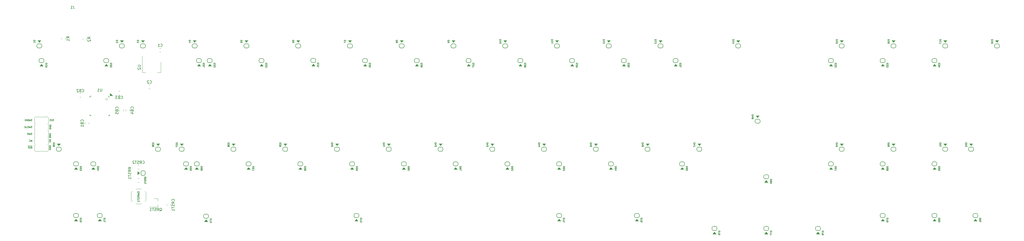
<source format=gbo>
G04 #@! TF.GenerationSoftware,KiCad,Pcbnew,5.1.5-52549c5~84~ubuntu18.04.1*
G04 #@! TF.CreationDate,2020-02-27T16:13:33-05:00*
G04 #@! TF.ProjectId,muente1800,6d75656e-7465-4313-9830-302e6b696361,rev?*
G04 #@! TF.SameCoordinates,Original*
G04 #@! TF.FileFunction,Legend,Bot*
G04 #@! TF.FilePolarity,Positive*
%FSLAX46Y46*%
G04 Gerber Fmt 4.6, Leading zero omitted, Abs format (unit mm)*
G04 Created by KiCad (PCBNEW 5.1.5-52549c5~84~ubuntu18.04.1) date 2020-02-27 16:13:33*
%MOMM*%
%LPD*%
G04 APERTURE LIST*
%ADD10C,0.120000*%
%ADD11C,0.150000*%
%ADD12C,0.100000*%
%ADD13O,1.626000X1.626000*%
%ADD14R,1.626000X1.626000*%
%ADD15C,2.642000*%
%ADD16C,1.803800*%
%ADD17C,4.089800*%
%ADD18C,3.150000*%
%ADD19R,1.202000X1.902000*%
%ADD20O,1.202000X2.302000*%
%ADD21O,1.402000X2.002000*%
%ADD22C,0.752000*%
%ADD23R,1.602000X2.102000*%
%ADD24R,3.902000X2.102000*%
%ADD25R,2.002000X0.902000*%
%ADD26R,1.577000X0.402000*%
G04 APERTURE END LIST*
D10*
X-95250Y-42703750D02*
X158750Y-42449750D01*
X-4921250Y-42449750D02*
X-4667250Y-42703750D01*
X-4667250Y-42703750D02*
X-4921250Y-42957750D01*
X158750Y-44989750D02*
X158750Y-42957750D01*
X158750Y-42957750D02*
X-95250Y-42703750D01*
X-4921250Y-42957750D02*
X-4921250Y-44989750D01*
X158750Y-42449750D02*
X158750Y-40417750D01*
X-4921250Y-39909750D02*
X-4667250Y-40163750D01*
X-4667250Y-40163750D02*
X-4921250Y-40417750D01*
X158750Y-40417750D02*
X-95250Y-40163750D01*
X-4921250Y-40417750D02*
X-4921250Y-42449750D01*
X-95250Y-40163750D02*
X158750Y-39909750D01*
X-2635250Y-32543750D02*
X-4667250Y-32543750D01*
X-2635250Y-32543750D02*
X-2381250Y-32797750D01*
X-2127250Y-45243750D02*
X-2381250Y-44989750D01*
X-2127250Y-45243750D02*
X-95250Y-45243750D01*
X-4667250Y-45243750D02*
X-2635250Y-45243750D01*
X-95250Y-37623750D02*
X158750Y-37369750D01*
X-2635250Y-45243750D02*
X-2381250Y-44989750D01*
X158750Y-39909750D02*
X158750Y-37877750D01*
X158750Y-34829750D02*
X158750Y-32797750D01*
X158750Y-32797750D02*
X-95250Y-32543750D01*
X158750Y-37369750D02*
X158750Y-35337750D01*
X-95250Y-45243750D02*
X158750Y-44989750D01*
X158750Y-35337750D02*
X-95250Y-35083750D01*
X-95250Y-35083750D02*
X158750Y-34829750D01*
X158750Y-37877750D02*
X-95250Y-37623750D01*
X158750Y-32797750D02*
X-95250Y-32543750D01*
X-2127250Y-32543750D02*
X-95250Y-32543750D01*
X-2381250Y-32797750D02*
X-2127250Y-32543750D01*
X-4921250Y-35337750D02*
X-4921250Y-37369750D01*
X-4921250Y-37369750D02*
X-4667250Y-37623750D01*
X-4921250Y-37877750D02*
X-4921250Y-39909750D01*
X-4667250Y-35083750D02*
X-4921250Y-35337750D01*
X-4667250Y-37623750D02*
X-4921250Y-37877750D01*
X-4921250Y-44989750D02*
X-4667250Y-45243750D01*
X-4667250Y-35083750D02*
X-4921250Y-35337750D01*
X-4921250Y-32797750D02*
X-4921250Y-34829750D01*
X-4921250Y-34829750D02*
X-4667250Y-35083750D01*
X-4667250Y-32543750D02*
X-4921250Y-32797750D01*
X34377500Y-59192500D02*
X32297500Y-59192500D01*
X30617500Y-63362500D02*
X31107500Y-63852500D01*
X34377500Y-64632500D02*
X32297500Y-64632500D01*
X30617500Y-60462500D02*
X31107500Y-59972500D01*
X30617500Y-60462500D02*
X30617500Y-63362500D01*
X36057500Y-60462500D02*
X35567500Y-59972500D01*
X36057500Y-60462500D02*
X36057500Y-63362500D01*
X36057500Y-63362500D02*
X35567500Y-63852500D01*
X34690000Y-10187500D02*
X34690000Y-16197500D01*
X41510000Y-12437500D02*
X41510000Y-16197500D01*
X34690000Y-16197500D02*
X35950000Y-16197500D01*
X41510000Y-16197500D02*
X40250000Y-16197500D01*
X33598752Y-56717000D02*
X33076248Y-56717000D01*
X33598752Y-55297000D02*
X33076248Y-55297000D01*
X12783750Y-4230002D02*
X12783750Y-3707498D01*
X14203750Y-4230002D02*
X14203750Y-3707498D01*
X5005000Y-3998752D02*
X5005000Y-3476248D01*
X6425000Y-3998752D02*
X6425000Y-3476248D01*
X40447500Y-62713750D02*
X38987500Y-62713750D01*
X40447500Y-65873750D02*
X37287500Y-65873750D01*
X40447500Y-65873750D02*
X40447500Y-64943750D01*
X40447500Y-62713750D02*
X40447500Y-63643750D01*
D11*
X34737500Y-52440000D02*
G75*
G03X34237500Y-52940000I0J-500000D01*
G01*
X34237500Y-52940000D02*
X34237500Y-53740000D01*
X35237462Y-52440000D02*
X34737500Y-52440000D01*
X35737500Y-52940000D02*
G75*
G03X35237500Y-52440000I-500000J0D01*
G01*
X35737500Y-52940000D02*
X35737500Y-53740000D01*
X35237500Y-54240000D02*
G75*
G03X35737500Y-53740000I0J500000D01*
G01*
X34237500Y-53740000D02*
G75*
G03X34737500Y-54240000I500000J0D01*
G01*
X34737538Y-54240000D02*
X35237500Y-54240000D01*
D12*
G36*
X33737500Y-53340000D02*
G01*
X32937500Y-52740000D01*
X32937500Y-53940000D01*
X33737500Y-53340000D01*
G37*
X33737500Y-53340000D02*
X32937500Y-52740000D01*
X32937500Y-53940000D01*
X33737500Y-53340000D01*
D10*
X33560652Y-51764000D02*
X33038148Y-51764000D01*
X33560652Y-50344000D02*
X33038148Y-50344000D01*
X43740000Y-65348752D02*
X43740000Y-64826248D01*
X45160000Y-65348752D02*
X45160000Y-64826248D01*
X26277500Y-30423752D02*
X26277500Y-29901248D01*
X27697500Y-30423752D02*
X27697500Y-29901248D01*
X28658750Y-30423752D02*
X28658750Y-29901248D01*
X30078750Y-30423752D02*
X30078750Y-29901248D01*
X25932498Y-23102500D02*
X26455002Y-23102500D01*
X25932498Y-24522500D02*
X26455002Y-24522500D01*
X12167502Y-25316250D02*
X11644998Y-25316250D01*
X12167502Y-23896250D02*
X11644998Y-23896250D01*
X14997500Y-34663748D02*
X14997500Y-35186252D01*
X13577500Y-34663748D02*
X13577500Y-35186252D01*
X37567502Y-22141250D02*
X37044998Y-22141250D01*
X37567502Y-20721250D02*
X37044998Y-20721250D01*
X41013748Y-7227500D02*
X41536252Y-7227500D01*
X41013748Y-8647500D02*
X41536252Y-8647500D01*
D12*
X21903553Y-26075000D02*
G75*
G03X21903553Y-26075000I-353553J0D01*
G01*
D11*
X22660000Y-25415000D02*
X22210000Y-24965000D01*
D12*
G36*
X22800000Y-24825000D02*
G01*
X22800000Y-23825000D01*
X23800000Y-24825000D01*
X22800000Y-24825000D01*
G37*
X22800000Y-24825000D02*
X22800000Y-23825000D01*
X23800000Y-24825000D01*
X22800000Y-24825000D01*
D11*
X15440000Y-24965000D02*
X15440000Y-25415000D01*
X15890000Y-24965000D02*
X15440000Y-24965000D01*
X22660000Y-32185000D02*
X22660000Y-31735000D01*
X22210000Y-32185000D02*
X22660000Y-32185000D01*
X15440000Y-32185000D02*
X15440000Y-31735000D01*
X15890000Y-32185000D02*
X15440000Y-32185000D01*
X340412500Y-69243750D02*
G75*
G03X340912500Y-69743750I500000J0D01*
G01*
X340912500Y-69743750D02*
X341712500Y-69743750D01*
X340412500Y-68743788D02*
X340412500Y-69243750D01*
X340912500Y-68243750D02*
G75*
G03X340412500Y-68743750I0J-500000D01*
G01*
X340912500Y-68243750D02*
X341712500Y-68243750D01*
X342212500Y-68743750D02*
G75*
G03X341712500Y-68243750I-500000J0D01*
G01*
X341712500Y-69743750D02*
G75*
G03X342212500Y-69243750I0J500000D01*
G01*
X342212500Y-69243712D02*
X342212500Y-68743750D01*
D12*
G36*
X341312500Y-70243750D02*
G01*
X340712500Y-71043750D01*
X341912500Y-71043750D01*
X341312500Y-70243750D01*
G37*
X341312500Y-70243750D02*
X340712500Y-71043750D01*
X341912500Y-71043750D01*
X341312500Y-70243750D01*
D11*
X325331250Y-69243750D02*
G75*
G03X325831250Y-69743750I500000J0D01*
G01*
X325831250Y-69743750D02*
X326631250Y-69743750D01*
X325331250Y-68743788D02*
X325331250Y-69243750D01*
X325831250Y-68243750D02*
G75*
G03X325331250Y-68743750I0J-500000D01*
G01*
X325831250Y-68243750D02*
X326631250Y-68243750D01*
X327131250Y-68743750D02*
G75*
G03X326631250Y-68243750I-500000J0D01*
G01*
X326631250Y-69743750D02*
G75*
G03X327131250Y-69243750I0J500000D01*
G01*
X327131250Y-69243712D02*
X327131250Y-68743750D01*
D12*
G36*
X326231250Y-70243750D02*
G01*
X325631250Y-71043750D01*
X326831250Y-71043750D01*
X326231250Y-70243750D01*
G37*
X326231250Y-70243750D02*
X325631250Y-71043750D01*
X326831250Y-71043750D01*
X326231250Y-70243750D01*
D11*
X306281250Y-69243750D02*
G75*
G03X306781250Y-69743750I500000J0D01*
G01*
X306781250Y-69743750D02*
X307581250Y-69743750D01*
X306281250Y-68743788D02*
X306281250Y-69243750D01*
X306781250Y-68243750D02*
G75*
G03X306281250Y-68743750I0J-500000D01*
G01*
X306781250Y-68243750D02*
X307581250Y-68243750D01*
X308081250Y-68743750D02*
G75*
G03X307581250Y-68243750I-500000J0D01*
G01*
X307581250Y-69743750D02*
G75*
G03X308081250Y-69243750I0J500000D01*
G01*
X308081250Y-69243712D02*
X308081250Y-68743750D01*
D12*
G36*
X307181250Y-70243750D02*
G01*
X306581250Y-71043750D01*
X307781250Y-71043750D01*
X307181250Y-70243750D01*
G37*
X307181250Y-70243750D02*
X306581250Y-71043750D01*
X307781250Y-71043750D01*
X307181250Y-70243750D01*
D11*
X282468750Y-74006250D02*
G75*
G03X282968750Y-74506250I500000J0D01*
G01*
X282968750Y-74506250D02*
X283768750Y-74506250D01*
X282468750Y-73506288D02*
X282468750Y-74006250D01*
X282968750Y-73006250D02*
G75*
G03X282468750Y-73506250I0J-500000D01*
G01*
X282968750Y-73006250D02*
X283768750Y-73006250D01*
X284268750Y-73506250D02*
G75*
G03X283768750Y-73006250I-500000J0D01*
G01*
X283768750Y-74506250D02*
G75*
G03X284268750Y-74006250I0J500000D01*
G01*
X284268750Y-74006212D02*
X284268750Y-73506250D01*
D12*
G36*
X283368750Y-75006250D02*
G01*
X282768750Y-75806250D01*
X283968750Y-75806250D01*
X283368750Y-75006250D01*
G37*
X283368750Y-75006250D02*
X282768750Y-75806250D01*
X283968750Y-75806250D01*
X283368750Y-75006250D01*
D11*
X263418750Y-74006250D02*
G75*
G03X263918750Y-74506250I500000J0D01*
G01*
X263918750Y-74506250D02*
X264718750Y-74506250D01*
X263418750Y-73506288D02*
X263418750Y-74006250D01*
X263918750Y-73006250D02*
G75*
G03X263418750Y-73506250I0J-500000D01*
G01*
X263918750Y-73006250D02*
X264718750Y-73006250D01*
X265218750Y-73506250D02*
G75*
G03X264718750Y-73006250I-500000J0D01*
G01*
X264718750Y-74506250D02*
G75*
G03X265218750Y-74006250I0J500000D01*
G01*
X265218750Y-74006212D02*
X265218750Y-73506250D01*
D12*
G36*
X264318750Y-75006250D02*
G01*
X263718750Y-75806250D01*
X264918750Y-75806250D01*
X264318750Y-75006250D01*
G37*
X264318750Y-75006250D02*
X263718750Y-75806250D01*
X264918750Y-75806250D01*
X264318750Y-75006250D01*
D11*
X244368750Y-74006250D02*
G75*
G03X244868750Y-74506250I500000J0D01*
G01*
X244868750Y-74506250D02*
X245668750Y-74506250D01*
X244368750Y-73506288D02*
X244368750Y-74006250D01*
X244868750Y-73006250D02*
G75*
G03X244368750Y-73506250I0J-500000D01*
G01*
X244868750Y-73006250D02*
X245668750Y-73006250D01*
X246168750Y-73506250D02*
G75*
G03X245668750Y-73006250I-500000J0D01*
G01*
X245668750Y-74506250D02*
G75*
G03X246168750Y-74006250I0J500000D01*
G01*
X246168750Y-74006212D02*
X246168750Y-73506250D01*
D12*
G36*
X245268750Y-75006250D02*
G01*
X244668750Y-75806250D01*
X245868750Y-75806250D01*
X245268750Y-75006250D01*
G37*
X245268750Y-75006250D02*
X244668750Y-75806250D01*
X245868750Y-75806250D01*
X245268750Y-75006250D01*
D11*
X215793750Y-69243750D02*
G75*
G03X216293750Y-69743750I500000J0D01*
G01*
X216293750Y-69743750D02*
X217093750Y-69743750D01*
X215793750Y-68743788D02*
X215793750Y-69243750D01*
X216293750Y-68243750D02*
G75*
G03X215793750Y-68743750I0J-500000D01*
G01*
X216293750Y-68243750D02*
X217093750Y-68243750D01*
X217593750Y-68743750D02*
G75*
G03X217093750Y-68243750I-500000J0D01*
G01*
X217093750Y-69743750D02*
G75*
G03X217593750Y-69243750I0J500000D01*
G01*
X217593750Y-69243712D02*
X217593750Y-68743750D01*
D12*
G36*
X216693750Y-70243750D02*
G01*
X216093750Y-71043750D01*
X217293750Y-71043750D01*
X216693750Y-70243750D01*
G37*
X216693750Y-70243750D02*
X216093750Y-71043750D01*
X217293750Y-71043750D01*
X216693750Y-70243750D01*
D11*
X187218750Y-69243750D02*
G75*
G03X187718750Y-69743750I500000J0D01*
G01*
X187718750Y-69743750D02*
X188518750Y-69743750D01*
X187218750Y-68743788D02*
X187218750Y-69243750D01*
X187718750Y-68243750D02*
G75*
G03X187218750Y-68743750I0J-500000D01*
G01*
X187718750Y-68243750D02*
X188518750Y-68243750D01*
X189018750Y-68743750D02*
G75*
G03X188518750Y-68243750I-500000J0D01*
G01*
X188518750Y-69743750D02*
G75*
G03X189018750Y-69243750I0J500000D01*
G01*
X189018750Y-69243712D02*
X189018750Y-68743750D01*
D12*
G36*
X188118750Y-70243750D02*
G01*
X187518750Y-71043750D01*
X188718750Y-71043750D01*
X188118750Y-70243750D01*
G37*
X188118750Y-70243750D02*
X187518750Y-71043750D01*
X188718750Y-71043750D01*
X188118750Y-70243750D01*
D11*
X112606250Y-69243750D02*
G75*
G03X113106250Y-69743750I500000J0D01*
G01*
X113106250Y-69743750D02*
X113906250Y-69743750D01*
X112606250Y-68743788D02*
X112606250Y-69243750D01*
X113106250Y-68243750D02*
G75*
G03X112606250Y-68743750I0J-500000D01*
G01*
X113106250Y-68243750D02*
X113906250Y-68243750D01*
X114406250Y-68743750D02*
G75*
G03X113906250Y-68243750I-500000J0D01*
G01*
X113906250Y-69743750D02*
G75*
G03X114406250Y-69243750I0J500000D01*
G01*
X114406250Y-69243712D02*
X114406250Y-68743750D01*
D12*
G36*
X113506250Y-70243750D02*
G01*
X112906250Y-71043750D01*
X114106250Y-71043750D01*
X113506250Y-70243750D01*
G37*
X113506250Y-70243750D02*
X112906250Y-71043750D01*
X114106250Y-71043750D01*
X113506250Y-70243750D01*
D11*
X57266000Y-69466000D02*
G75*
G03X57766000Y-69966000I500000J0D01*
G01*
X57766000Y-69966000D02*
X58566000Y-69966000D01*
X57266000Y-68966038D02*
X57266000Y-69466000D01*
X57766000Y-68466000D02*
G75*
G03X57266000Y-68966000I0J-500000D01*
G01*
X57766000Y-68466000D02*
X58566000Y-68466000D01*
X59066000Y-68966000D02*
G75*
G03X58566000Y-68466000I-500000J0D01*
G01*
X58566000Y-69966000D02*
G75*
G03X59066000Y-69466000I0J500000D01*
G01*
X59066000Y-69465962D02*
X59066000Y-68966000D01*
D12*
G36*
X58166000Y-70466000D02*
G01*
X57566000Y-71266000D01*
X58766000Y-71266000D01*
X58166000Y-70466000D01*
G37*
X58166000Y-70466000D02*
X57566000Y-71266000D01*
X58766000Y-71266000D01*
X58166000Y-70466000D01*
D11*
X18150000Y-69243750D02*
G75*
G03X18650000Y-69743750I500000J0D01*
G01*
X18650000Y-69743750D02*
X19450000Y-69743750D01*
X18150000Y-68743788D02*
X18150000Y-69243750D01*
X18650000Y-68243750D02*
G75*
G03X18150000Y-68743750I0J-500000D01*
G01*
X18650000Y-68243750D02*
X19450000Y-68243750D01*
X19950000Y-68743750D02*
G75*
G03X19450000Y-68243750I-500000J0D01*
G01*
X19450000Y-69743750D02*
G75*
G03X19950000Y-69243750I0J500000D01*
G01*
X19950000Y-69243712D02*
X19950000Y-68743750D01*
D12*
G36*
X19050000Y-70243750D02*
G01*
X18450000Y-71043750D01*
X19650000Y-71043750D01*
X19050000Y-70243750D01*
G37*
X19050000Y-70243750D02*
X18450000Y-71043750D01*
X19650000Y-71043750D01*
X19050000Y-70243750D01*
D11*
X9418750Y-69243750D02*
G75*
G03X9918750Y-69743750I500000J0D01*
G01*
X9918750Y-69743750D02*
X10718750Y-69743750D01*
X9418750Y-68743788D02*
X9418750Y-69243750D01*
X9918750Y-68243750D02*
G75*
G03X9418750Y-68743750I0J-500000D01*
G01*
X9918750Y-68243750D02*
X10718750Y-68243750D01*
X11218750Y-68743750D02*
G75*
G03X10718750Y-68243750I-500000J0D01*
G01*
X10718750Y-69743750D02*
G75*
G03X11218750Y-69243750I0J500000D01*
G01*
X11218750Y-69243712D02*
X11218750Y-68743750D01*
D12*
G36*
X10318750Y-70243750D02*
G01*
X9718750Y-71043750D01*
X10918750Y-71043750D01*
X10318750Y-70243750D01*
G37*
X10318750Y-70243750D02*
X9718750Y-71043750D01*
X10918750Y-71043750D01*
X10318750Y-70243750D01*
D11*
X325331250Y-50193750D02*
G75*
G03X325831250Y-50693750I500000J0D01*
G01*
X325831250Y-50693750D02*
X326631250Y-50693750D01*
X325331250Y-49693788D02*
X325331250Y-50193750D01*
X325831250Y-49193750D02*
G75*
G03X325331250Y-49693750I0J-500000D01*
G01*
X325831250Y-49193750D02*
X326631250Y-49193750D01*
X327131250Y-49693750D02*
G75*
G03X326631250Y-49193750I-500000J0D01*
G01*
X326631250Y-50693750D02*
G75*
G03X327131250Y-50193750I0J500000D01*
G01*
X327131250Y-50193712D02*
X327131250Y-49693750D01*
D12*
G36*
X326231250Y-51193750D02*
G01*
X325631250Y-51993750D01*
X326831250Y-51993750D01*
X326231250Y-51193750D01*
G37*
X326231250Y-51193750D02*
X325631250Y-51993750D01*
X326831250Y-51993750D01*
X326231250Y-51193750D01*
D11*
X306281250Y-50193750D02*
G75*
G03X306781250Y-50693750I500000J0D01*
G01*
X306781250Y-50693750D02*
X307581250Y-50693750D01*
X306281250Y-49693788D02*
X306281250Y-50193750D01*
X306781250Y-49193750D02*
G75*
G03X306281250Y-49693750I0J-500000D01*
G01*
X306781250Y-49193750D02*
X307581250Y-49193750D01*
X308081250Y-49693750D02*
G75*
G03X307581250Y-49193750I-500000J0D01*
G01*
X307581250Y-50693750D02*
G75*
G03X308081250Y-50193750I0J500000D01*
G01*
X308081250Y-50193712D02*
X308081250Y-49693750D01*
D12*
G36*
X307181250Y-51193750D02*
G01*
X306581250Y-51993750D01*
X307781250Y-51993750D01*
X307181250Y-51193750D01*
G37*
X307181250Y-51193750D02*
X306581250Y-51993750D01*
X307781250Y-51993750D01*
X307181250Y-51193750D01*
D11*
X287231250Y-50193750D02*
G75*
G03X287731250Y-50693750I500000J0D01*
G01*
X287731250Y-50693750D02*
X288531250Y-50693750D01*
X287231250Y-49693788D02*
X287231250Y-50193750D01*
X287731250Y-49193750D02*
G75*
G03X287231250Y-49693750I0J-500000D01*
G01*
X287731250Y-49193750D02*
X288531250Y-49193750D01*
X289031250Y-49693750D02*
G75*
G03X288531250Y-49193750I-500000J0D01*
G01*
X288531250Y-50693750D02*
G75*
G03X289031250Y-50193750I0J500000D01*
G01*
X289031250Y-50193712D02*
X289031250Y-49693750D01*
D12*
G36*
X288131250Y-51193750D02*
G01*
X287531250Y-51993750D01*
X288731250Y-51993750D01*
X288131250Y-51193750D01*
G37*
X288131250Y-51193750D02*
X287531250Y-51993750D01*
X288731250Y-51993750D01*
X288131250Y-51193750D01*
D11*
X263418750Y-54956250D02*
G75*
G03X263918750Y-55456250I500000J0D01*
G01*
X263918750Y-55456250D02*
X264718750Y-55456250D01*
X263418750Y-54456288D02*
X263418750Y-54956250D01*
X263918750Y-53956250D02*
G75*
G03X263418750Y-54456250I0J-500000D01*
G01*
X263918750Y-53956250D02*
X264718750Y-53956250D01*
X265218750Y-54456250D02*
G75*
G03X264718750Y-53956250I-500000J0D01*
G01*
X264718750Y-55456250D02*
G75*
G03X265218750Y-54956250I0J500000D01*
G01*
X265218750Y-54956212D02*
X265218750Y-54456250D01*
D12*
G36*
X264318750Y-55956250D02*
G01*
X263718750Y-56756250D01*
X264918750Y-56756250D01*
X264318750Y-55956250D01*
G37*
X264318750Y-55956250D02*
X263718750Y-56756250D01*
X264918750Y-56756250D01*
X264318750Y-55956250D01*
D11*
X232462500Y-50193750D02*
G75*
G03X232962500Y-50693750I500000J0D01*
G01*
X232962500Y-50693750D02*
X233762500Y-50693750D01*
X232462500Y-49693788D02*
X232462500Y-50193750D01*
X232962500Y-49193750D02*
G75*
G03X232462500Y-49693750I0J-500000D01*
G01*
X232962500Y-49193750D02*
X233762500Y-49193750D01*
X234262500Y-49693750D02*
G75*
G03X233762500Y-49193750I-500000J0D01*
G01*
X233762500Y-50693750D02*
G75*
G03X234262500Y-50193750I0J500000D01*
G01*
X234262500Y-50193712D02*
X234262500Y-49693750D01*
D12*
G36*
X233362500Y-51193750D02*
G01*
X232762500Y-51993750D01*
X233962500Y-51993750D01*
X233362500Y-51193750D01*
G37*
X233362500Y-51193750D02*
X232762500Y-51993750D01*
X233962500Y-51993750D01*
X233362500Y-51193750D01*
D11*
X206268750Y-50193750D02*
G75*
G03X206768750Y-50693750I500000J0D01*
G01*
X206768750Y-50693750D02*
X207568750Y-50693750D01*
X206268750Y-49693788D02*
X206268750Y-50193750D01*
X206768750Y-49193750D02*
G75*
G03X206268750Y-49693750I0J-500000D01*
G01*
X206768750Y-49193750D02*
X207568750Y-49193750D01*
X208068750Y-49693750D02*
G75*
G03X207568750Y-49193750I-500000J0D01*
G01*
X207568750Y-50693750D02*
G75*
G03X208068750Y-50193750I0J500000D01*
G01*
X208068750Y-50193712D02*
X208068750Y-49693750D01*
D12*
G36*
X207168750Y-51193750D02*
G01*
X206568750Y-51993750D01*
X207768750Y-51993750D01*
X207168750Y-51193750D01*
G37*
X207168750Y-51193750D02*
X206568750Y-51993750D01*
X207768750Y-51993750D01*
X207168750Y-51193750D01*
D11*
X187218750Y-50193750D02*
G75*
G03X187718750Y-50693750I500000J0D01*
G01*
X187718750Y-50693750D02*
X188518750Y-50693750D01*
X187218750Y-49693788D02*
X187218750Y-50193750D01*
X187718750Y-49193750D02*
G75*
G03X187218750Y-49693750I0J-500000D01*
G01*
X187718750Y-49193750D02*
X188518750Y-49193750D01*
X189018750Y-49693750D02*
G75*
G03X188518750Y-49193750I-500000J0D01*
G01*
X188518750Y-50693750D02*
G75*
G03X189018750Y-50193750I0J500000D01*
G01*
X189018750Y-50193712D02*
X189018750Y-49693750D01*
D12*
G36*
X188118750Y-51193750D02*
G01*
X187518750Y-51993750D01*
X188718750Y-51993750D01*
X188118750Y-51193750D01*
G37*
X188118750Y-51193750D02*
X187518750Y-51993750D01*
X188718750Y-51993750D01*
X188118750Y-51193750D01*
D11*
X168168750Y-50193750D02*
G75*
G03X168668750Y-50693750I500000J0D01*
G01*
X168668750Y-50693750D02*
X169468750Y-50693750D01*
X168168750Y-49693788D02*
X168168750Y-50193750D01*
X168668750Y-49193750D02*
G75*
G03X168168750Y-49693750I0J-500000D01*
G01*
X168668750Y-49193750D02*
X169468750Y-49193750D01*
X169968750Y-49693750D02*
G75*
G03X169468750Y-49193750I-500000J0D01*
G01*
X169468750Y-50693750D02*
G75*
G03X169968750Y-50193750I0J500000D01*
G01*
X169968750Y-50193712D02*
X169968750Y-49693750D01*
D12*
G36*
X169068750Y-51193750D02*
G01*
X168468750Y-51993750D01*
X169668750Y-51993750D01*
X169068750Y-51193750D01*
G37*
X169068750Y-51193750D02*
X168468750Y-51993750D01*
X169668750Y-51993750D01*
X169068750Y-51193750D01*
D11*
X149118750Y-50193750D02*
G75*
G03X149618750Y-50693750I500000J0D01*
G01*
X149618750Y-50693750D02*
X150418750Y-50693750D01*
X149118750Y-49693788D02*
X149118750Y-50193750D01*
X149618750Y-49193750D02*
G75*
G03X149118750Y-49693750I0J-500000D01*
G01*
X149618750Y-49193750D02*
X150418750Y-49193750D01*
X150918750Y-49693750D02*
G75*
G03X150418750Y-49193750I-500000J0D01*
G01*
X150418750Y-50693750D02*
G75*
G03X150918750Y-50193750I0J500000D01*
G01*
X150918750Y-50193712D02*
X150918750Y-49693750D01*
D12*
G36*
X150018750Y-51193750D02*
G01*
X149418750Y-51993750D01*
X150618750Y-51993750D01*
X150018750Y-51193750D01*
G37*
X150018750Y-51193750D02*
X149418750Y-51993750D01*
X150618750Y-51993750D01*
X150018750Y-51193750D01*
D11*
X130068750Y-50193750D02*
G75*
G03X130568750Y-50693750I500000J0D01*
G01*
X130568750Y-50693750D02*
X131368750Y-50693750D01*
X130068750Y-49693788D02*
X130068750Y-50193750D01*
X130568750Y-49193750D02*
G75*
G03X130068750Y-49693750I0J-500000D01*
G01*
X130568750Y-49193750D02*
X131368750Y-49193750D01*
X131868750Y-49693750D02*
G75*
G03X131368750Y-49193750I-500000J0D01*
G01*
X131368750Y-50693750D02*
G75*
G03X131868750Y-50193750I0J500000D01*
G01*
X131868750Y-50193712D02*
X131868750Y-49693750D01*
D12*
G36*
X130968750Y-51193750D02*
G01*
X130368750Y-51993750D01*
X131568750Y-51993750D01*
X130968750Y-51193750D01*
G37*
X130968750Y-51193750D02*
X130368750Y-51993750D01*
X131568750Y-51993750D01*
X130968750Y-51193750D01*
D11*
X111018750Y-50193750D02*
G75*
G03X111518750Y-50693750I500000J0D01*
G01*
X111518750Y-50693750D02*
X112318750Y-50693750D01*
X111018750Y-49693788D02*
X111018750Y-50193750D01*
X111518750Y-49193750D02*
G75*
G03X111018750Y-49693750I0J-500000D01*
G01*
X111518750Y-49193750D02*
X112318750Y-49193750D01*
X112818750Y-49693750D02*
G75*
G03X112318750Y-49193750I-500000J0D01*
G01*
X112318750Y-50693750D02*
G75*
G03X112818750Y-50193750I0J500000D01*
G01*
X112818750Y-50193712D02*
X112818750Y-49693750D01*
D12*
G36*
X111918750Y-51193750D02*
G01*
X111318750Y-51993750D01*
X112518750Y-51993750D01*
X111918750Y-51193750D01*
G37*
X111918750Y-51193750D02*
X111318750Y-51993750D01*
X112518750Y-51993750D01*
X111918750Y-51193750D01*
D11*
X91968750Y-50193750D02*
G75*
G03X92468750Y-50693750I500000J0D01*
G01*
X92468750Y-50693750D02*
X93268750Y-50693750D01*
X91968750Y-49693788D02*
X91968750Y-50193750D01*
X92468750Y-49193750D02*
G75*
G03X91968750Y-49693750I0J-500000D01*
G01*
X92468750Y-49193750D02*
X93268750Y-49193750D01*
X93768750Y-49693750D02*
G75*
G03X93268750Y-49193750I-500000J0D01*
G01*
X93268750Y-50693750D02*
G75*
G03X93768750Y-50193750I0J500000D01*
G01*
X93768750Y-50193712D02*
X93768750Y-49693750D01*
D12*
G36*
X92868750Y-51193750D02*
G01*
X92268750Y-51993750D01*
X93468750Y-51993750D01*
X92868750Y-51193750D01*
G37*
X92868750Y-51193750D02*
X92268750Y-51993750D01*
X93468750Y-51993750D01*
X92868750Y-51193750D01*
D11*
X72918750Y-50193750D02*
G75*
G03X73418750Y-50693750I500000J0D01*
G01*
X73418750Y-50693750D02*
X74218750Y-50693750D01*
X72918750Y-49693788D02*
X72918750Y-50193750D01*
X73418750Y-49193750D02*
G75*
G03X72918750Y-49693750I0J-500000D01*
G01*
X73418750Y-49193750D02*
X74218750Y-49193750D01*
X74718750Y-49693750D02*
G75*
G03X74218750Y-49193750I-500000J0D01*
G01*
X74218750Y-50693750D02*
G75*
G03X74718750Y-50193750I0J500000D01*
G01*
X74718750Y-50193712D02*
X74718750Y-49693750D01*
D12*
G36*
X73818750Y-51193750D02*
G01*
X73218750Y-51993750D01*
X74418750Y-51993750D01*
X73818750Y-51193750D01*
G37*
X73818750Y-51193750D02*
X73218750Y-51993750D01*
X74418750Y-51993750D01*
X73818750Y-51193750D01*
D11*
X53868750Y-50193750D02*
G75*
G03X54368750Y-50693750I500000J0D01*
G01*
X54368750Y-50693750D02*
X55168750Y-50693750D01*
X53868750Y-49693788D02*
X53868750Y-50193750D01*
X54368750Y-49193750D02*
G75*
G03X53868750Y-49693750I0J-500000D01*
G01*
X54368750Y-49193750D02*
X55168750Y-49193750D01*
X55668750Y-49693750D02*
G75*
G03X55168750Y-49193750I-500000J0D01*
G01*
X55168750Y-50693750D02*
G75*
G03X55668750Y-50193750I0J500000D01*
G01*
X55668750Y-50193712D02*
X55668750Y-49693750D01*
D12*
G36*
X54768750Y-51193750D02*
G01*
X54168750Y-51993750D01*
X55368750Y-51993750D01*
X54768750Y-51193750D01*
G37*
X54768750Y-51193750D02*
X54168750Y-51993750D01*
X55368750Y-51993750D01*
X54768750Y-51193750D01*
D11*
X49900000Y-50193750D02*
G75*
G03X50400000Y-50693750I500000J0D01*
G01*
X50400000Y-50693750D02*
X51200000Y-50693750D01*
X49900000Y-49693788D02*
X49900000Y-50193750D01*
X50400000Y-49193750D02*
G75*
G03X49900000Y-49693750I0J-500000D01*
G01*
X50400000Y-49193750D02*
X51200000Y-49193750D01*
X51700000Y-49693750D02*
G75*
G03X51200000Y-49193750I-500000J0D01*
G01*
X51200000Y-50693750D02*
G75*
G03X51700000Y-50193750I0J500000D01*
G01*
X51700000Y-50193712D02*
X51700000Y-49693750D01*
D12*
G36*
X50800000Y-51193750D02*
G01*
X50200000Y-51993750D01*
X51400000Y-51993750D01*
X50800000Y-51193750D01*
G37*
X50800000Y-51193750D02*
X50200000Y-51993750D01*
X51400000Y-51993750D01*
X50800000Y-51193750D01*
D11*
X15768750Y-50193750D02*
G75*
G03X16268750Y-50693750I500000J0D01*
G01*
X16268750Y-50693750D02*
X17068750Y-50693750D01*
X15768750Y-49693788D02*
X15768750Y-50193750D01*
X16268750Y-49193750D02*
G75*
G03X15768750Y-49693750I0J-500000D01*
G01*
X16268750Y-49193750D02*
X17068750Y-49193750D01*
X17568750Y-49693750D02*
G75*
G03X17068750Y-49193750I-500000J0D01*
G01*
X17068750Y-50693750D02*
G75*
G03X17568750Y-50193750I0J500000D01*
G01*
X17568750Y-50193712D02*
X17568750Y-49693750D01*
D12*
G36*
X16668750Y-51193750D02*
G01*
X16068750Y-51993750D01*
X17268750Y-51993750D01*
X16668750Y-51193750D01*
G37*
X16668750Y-51193750D02*
X16068750Y-51993750D01*
X17268750Y-51993750D01*
X16668750Y-51193750D01*
D11*
X9418750Y-50193750D02*
G75*
G03X9918750Y-50693750I500000J0D01*
G01*
X9918750Y-50693750D02*
X10718750Y-50693750D01*
X9418750Y-49693788D02*
X9418750Y-50193750D01*
X9918750Y-49193750D02*
G75*
G03X9418750Y-49693750I0J-500000D01*
G01*
X9918750Y-49193750D02*
X10718750Y-49193750D01*
X11218750Y-49693750D02*
G75*
G03X10718750Y-49193750I-500000J0D01*
G01*
X10718750Y-50693750D02*
G75*
G03X11218750Y-50193750I0J500000D01*
G01*
X11218750Y-50193712D02*
X11218750Y-49693750D01*
D12*
G36*
X10318750Y-51193750D02*
G01*
X9718750Y-51993750D01*
X10918750Y-51993750D01*
X10318750Y-51193750D01*
G37*
X10318750Y-51193750D02*
X9718750Y-51993750D01*
X10918750Y-51993750D01*
X10318750Y-51193750D01*
D11*
X340625000Y-44262500D02*
G75*
G03X340125000Y-43762500I-500000J0D01*
G01*
X340125000Y-43762500D02*
X339325000Y-43762500D01*
X340625000Y-44762462D02*
X340625000Y-44262500D01*
X340125000Y-45262500D02*
G75*
G03X340625000Y-44762500I0J500000D01*
G01*
X340125000Y-45262500D02*
X339325000Y-45262500D01*
X338825000Y-44762500D02*
G75*
G03X339325000Y-45262500I500000J0D01*
G01*
X339325000Y-43762500D02*
G75*
G03X338825000Y-44262500I0J-500000D01*
G01*
X338825000Y-44262538D02*
X338825000Y-44762500D01*
D12*
G36*
X339725000Y-43262500D02*
G01*
X340325000Y-42462500D01*
X339125000Y-42462500D01*
X339725000Y-43262500D01*
G37*
X339725000Y-43262500D02*
X340325000Y-42462500D01*
X339125000Y-42462500D01*
X339725000Y-43262500D01*
D11*
X331100000Y-44262500D02*
G75*
G03X330600000Y-43762500I-500000J0D01*
G01*
X330600000Y-43762500D02*
X329800000Y-43762500D01*
X331100000Y-44762462D02*
X331100000Y-44262500D01*
X330600000Y-45262500D02*
G75*
G03X331100000Y-44762500I0J500000D01*
G01*
X330600000Y-45262500D02*
X329800000Y-45262500D01*
X329300000Y-44762500D02*
G75*
G03X329800000Y-45262500I500000J0D01*
G01*
X329800000Y-43762500D02*
G75*
G03X329300000Y-44262500I0J-500000D01*
G01*
X329300000Y-44262538D02*
X329300000Y-44762500D01*
D12*
G36*
X330200000Y-43262500D02*
G01*
X330800000Y-42462500D01*
X329600000Y-42462500D01*
X330200000Y-43262500D01*
G37*
X330200000Y-43262500D02*
X330800000Y-42462500D01*
X329600000Y-42462500D01*
X330200000Y-43262500D01*
D11*
X312050000Y-44262500D02*
G75*
G03X311550000Y-43762500I-500000J0D01*
G01*
X311550000Y-43762500D02*
X310750000Y-43762500D01*
X312050000Y-44762462D02*
X312050000Y-44262500D01*
X311550000Y-45262500D02*
G75*
G03X312050000Y-44762500I0J500000D01*
G01*
X311550000Y-45262500D02*
X310750000Y-45262500D01*
X310250000Y-44762500D02*
G75*
G03X310750000Y-45262500I500000J0D01*
G01*
X310750000Y-43762500D02*
G75*
G03X310250000Y-44262500I0J-500000D01*
G01*
X310250000Y-44262538D02*
X310250000Y-44762500D01*
D12*
G36*
X311150000Y-43262500D02*
G01*
X311750000Y-42462500D01*
X310550000Y-42462500D01*
X311150000Y-43262500D01*
G37*
X311150000Y-43262500D02*
X311750000Y-42462500D01*
X310550000Y-42462500D01*
X311150000Y-43262500D01*
D11*
X293000000Y-44262500D02*
G75*
G03X292500000Y-43762500I-500000J0D01*
G01*
X292500000Y-43762500D02*
X291700000Y-43762500D01*
X293000000Y-44762462D02*
X293000000Y-44262500D01*
X292500000Y-45262500D02*
G75*
G03X293000000Y-44762500I0J500000D01*
G01*
X292500000Y-45262500D02*
X291700000Y-45262500D01*
X291200000Y-44762500D02*
G75*
G03X291700000Y-45262500I500000J0D01*
G01*
X291700000Y-43762500D02*
G75*
G03X291200000Y-44262500I0J-500000D01*
G01*
X291200000Y-44262538D02*
X291200000Y-44762500D01*
D12*
G36*
X292100000Y-43262500D02*
G01*
X292700000Y-42462500D01*
X291500000Y-42462500D01*
X292100000Y-43262500D01*
G37*
X292100000Y-43262500D02*
X292700000Y-42462500D01*
X291500000Y-42462500D01*
X292100000Y-43262500D01*
D11*
X262043750Y-33943750D02*
G75*
G03X261543750Y-33443750I-500000J0D01*
G01*
X261543750Y-33443750D02*
X260743750Y-33443750D01*
X262043750Y-34443712D02*
X262043750Y-33943750D01*
X261543750Y-34943750D02*
G75*
G03X262043750Y-34443750I0J500000D01*
G01*
X261543750Y-34943750D02*
X260743750Y-34943750D01*
X260243750Y-34443750D02*
G75*
G03X260743750Y-34943750I500000J0D01*
G01*
X260743750Y-33443750D02*
G75*
G03X260243750Y-33943750I0J-500000D01*
G01*
X260243750Y-33943788D02*
X260243750Y-34443750D01*
D12*
G36*
X261143750Y-32943750D02*
G01*
X261743750Y-32143750D01*
X260543750Y-32143750D01*
X261143750Y-32943750D01*
G37*
X261143750Y-32943750D02*
X261743750Y-32143750D01*
X260543750Y-32143750D01*
X261143750Y-32943750D01*
D11*
X240612500Y-44262500D02*
G75*
G03X240112500Y-43762500I-500000J0D01*
G01*
X240112500Y-43762500D02*
X239312500Y-43762500D01*
X240612500Y-44762462D02*
X240612500Y-44262500D01*
X240112500Y-45262500D02*
G75*
G03X240612500Y-44762500I0J500000D01*
G01*
X240112500Y-45262500D02*
X239312500Y-45262500D01*
X238812500Y-44762500D02*
G75*
G03X239312500Y-45262500I500000J0D01*
G01*
X239312500Y-43762500D02*
G75*
G03X238812500Y-44262500I0J-500000D01*
G01*
X238812500Y-44262538D02*
X238812500Y-44762500D01*
D12*
G36*
X239712500Y-43262500D02*
G01*
X240312500Y-42462500D01*
X239112500Y-42462500D01*
X239712500Y-43262500D01*
G37*
X239712500Y-43262500D02*
X240312500Y-42462500D01*
X239112500Y-42462500D01*
X239712500Y-43262500D01*
D11*
X221562500Y-44262500D02*
G75*
G03X221062500Y-43762500I-500000J0D01*
G01*
X221062500Y-43762500D02*
X220262500Y-43762500D01*
X221562500Y-44762462D02*
X221562500Y-44262500D01*
X221062500Y-45262500D02*
G75*
G03X221562500Y-44762500I0J500000D01*
G01*
X221062500Y-45262500D02*
X220262500Y-45262500D01*
X219762500Y-44762500D02*
G75*
G03X220262500Y-45262500I500000J0D01*
G01*
X220262500Y-43762500D02*
G75*
G03X219762500Y-44262500I0J-500000D01*
G01*
X219762500Y-44262538D02*
X219762500Y-44762500D01*
D12*
G36*
X220662500Y-43262500D02*
G01*
X221262500Y-42462500D01*
X220062500Y-42462500D01*
X220662500Y-43262500D01*
G37*
X220662500Y-43262500D02*
X221262500Y-42462500D01*
X220062500Y-42462500D01*
X220662500Y-43262500D01*
D11*
X202512500Y-44262500D02*
G75*
G03X202012500Y-43762500I-500000J0D01*
G01*
X202012500Y-43762500D02*
X201212500Y-43762500D01*
X202512500Y-44762462D02*
X202512500Y-44262500D01*
X202012500Y-45262500D02*
G75*
G03X202512500Y-44762500I0J500000D01*
G01*
X202012500Y-45262500D02*
X201212500Y-45262500D01*
X200712500Y-44762500D02*
G75*
G03X201212500Y-45262500I500000J0D01*
G01*
X201212500Y-43762500D02*
G75*
G03X200712500Y-44262500I0J-500000D01*
G01*
X200712500Y-44262538D02*
X200712500Y-44762500D01*
D12*
G36*
X201612500Y-43262500D02*
G01*
X202212500Y-42462500D01*
X201012500Y-42462500D01*
X201612500Y-43262500D01*
G37*
X201612500Y-43262500D02*
X202212500Y-42462500D01*
X201012500Y-42462500D01*
X201612500Y-43262500D01*
D11*
X183462500Y-44262500D02*
G75*
G03X182962500Y-43762500I-500000J0D01*
G01*
X182962500Y-43762500D02*
X182162500Y-43762500D01*
X183462500Y-44762462D02*
X183462500Y-44262500D01*
X182962500Y-45262500D02*
G75*
G03X183462500Y-44762500I0J500000D01*
G01*
X182962500Y-45262500D02*
X182162500Y-45262500D01*
X181662500Y-44762500D02*
G75*
G03X182162500Y-45262500I500000J0D01*
G01*
X182162500Y-43762500D02*
G75*
G03X181662500Y-44262500I0J-500000D01*
G01*
X181662500Y-44262538D02*
X181662500Y-44762500D01*
D12*
G36*
X182562500Y-43262500D02*
G01*
X183162500Y-42462500D01*
X181962500Y-42462500D01*
X182562500Y-43262500D01*
G37*
X182562500Y-43262500D02*
X183162500Y-42462500D01*
X181962500Y-42462500D01*
X182562500Y-43262500D01*
D11*
X164412500Y-44262500D02*
G75*
G03X163912500Y-43762500I-500000J0D01*
G01*
X163912500Y-43762500D02*
X163112500Y-43762500D01*
X164412500Y-44762462D02*
X164412500Y-44262500D01*
X163912500Y-45262500D02*
G75*
G03X164412500Y-44762500I0J500000D01*
G01*
X163912500Y-45262500D02*
X163112500Y-45262500D01*
X162612500Y-44762500D02*
G75*
G03X163112500Y-45262500I500000J0D01*
G01*
X163112500Y-43762500D02*
G75*
G03X162612500Y-44262500I0J-500000D01*
G01*
X162612500Y-44262538D02*
X162612500Y-44762500D01*
D12*
G36*
X163512500Y-43262500D02*
G01*
X164112500Y-42462500D01*
X162912500Y-42462500D01*
X163512500Y-43262500D01*
G37*
X163512500Y-43262500D02*
X164112500Y-42462500D01*
X162912500Y-42462500D01*
X163512500Y-43262500D01*
D11*
X145362500Y-44262500D02*
G75*
G03X144862500Y-43762500I-500000J0D01*
G01*
X144862500Y-43762500D02*
X144062500Y-43762500D01*
X145362500Y-44762462D02*
X145362500Y-44262500D01*
X144862500Y-45262500D02*
G75*
G03X145362500Y-44762500I0J500000D01*
G01*
X144862500Y-45262500D02*
X144062500Y-45262500D01*
X143562500Y-44762500D02*
G75*
G03X144062500Y-45262500I500000J0D01*
G01*
X144062500Y-43762500D02*
G75*
G03X143562500Y-44262500I0J-500000D01*
G01*
X143562500Y-44262538D02*
X143562500Y-44762500D01*
D12*
G36*
X144462500Y-43262500D02*
G01*
X145062500Y-42462500D01*
X143862500Y-42462500D01*
X144462500Y-43262500D01*
G37*
X144462500Y-43262500D02*
X145062500Y-42462500D01*
X143862500Y-42462500D01*
X144462500Y-43262500D01*
D11*
X126312500Y-44262500D02*
G75*
G03X125812500Y-43762500I-500000J0D01*
G01*
X125812500Y-43762500D02*
X125012500Y-43762500D01*
X126312500Y-44762462D02*
X126312500Y-44262500D01*
X125812500Y-45262500D02*
G75*
G03X126312500Y-44762500I0J500000D01*
G01*
X125812500Y-45262500D02*
X125012500Y-45262500D01*
X124512500Y-44762500D02*
G75*
G03X125012500Y-45262500I500000J0D01*
G01*
X125012500Y-43762500D02*
G75*
G03X124512500Y-44262500I0J-500000D01*
G01*
X124512500Y-44262538D02*
X124512500Y-44762500D01*
D12*
G36*
X125412500Y-43262500D02*
G01*
X126012500Y-42462500D01*
X124812500Y-42462500D01*
X125412500Y-43262500D01*
G37*
X125412500Y-43262500D02*
X126012500Y-42462500D01*
X124812500Y-42462500D01*
X125412500Y-43262500D01*
D11*
X107262500Y-44262500D02*
G75*
G03X106762500Y-43762500I-500000J0D01*
G01*
X106762500Y-43762500D02*
X105962500Y-43762500D01*
X107262500Y-44762462D02*
X107262500Y-44262500D01*
X106762500Y-45262500D02*
G75*
G03X107262500Y-44762500I0J500000D01*
G01*
X106762500Y-45262500D02*
X105962500Y-45262500D01*
X105462500Y-44762500D02*
G75*
G03X105962500Y-45262500I500000J0D01*
G01*
X105962500Y-43762500D02*
G75*
G03X105462500Y-44262500I0J-500000D01*
G01*
X105462500Y-44262538D02*
X105462500Y-44762500D01*
D12*
G36*
X106362500Y-43262500D02*
G01*
X106962500Y-42462500D01*
X105762500Y-42462500D01*
X106362500Y-43262500D01*
G37*
X106362500Y-43262500D02*
X106962500Y-42462500D01*
X105762500Y-42462500D01*
X106362500Y-43262500D01*
D11*
X88212500Y-44262500D02*
G75*
G03X87712500Y-43762500I-500000J0D01*
G01*
X87712500Y-43762500D02*
X86912500Y-43762500D01*
X88212500Y-44762462D02*
X88212500Y-44262500D01*
X87712500Y-45262500D02*
G75*
G03X88212500Y-44762500I0J500000D01*
G01*
X87712500Y-45262500D02*
X86912500Y-45262500D01*
X86412500Y-44762500D02*
G75*
G03X86912500Y-45262500I500000J0D01*
G01*
X86912500Y-43762500D02*
G75*
G03X86412500Y-44262500I0J-500000D01*
G01*
X86412500Y-44262538D02*
X86412500Y-44762500D01*
D12*
G36*
X87312500Y-43262500D02*
G01*
X87912500Y-42462500D01*
X86712500Y-42462500D01*
X87312500Y-43262500D01*
G37*
X87312500Y-43262500D02*
X87912500Y-42462500D01*
X86712500Y-42462500D01*
X87312500Y-43262500D01*
D11*
X69162500Y-44262500D02*
G75*
G03X68662500Y-43762500I-500000J0D01*
G01*
X68662500Y-43762500D02*
X67862500Y-43762500D01*
X69162500Y-44762462D02*
X69162500Y-44262500D01*
X68662500Y-45262500D02*
G75*
G03X69162500Y-44762500I0J500000D01*
G01*
X68662500Y-45262500D02*
X67862500Y-45262500D01*
X67362500Y-44762500D02*
G75*
G03X67862500Y-45262500I500000J0D01*
G01*
X67862500Y-43762500D02*
G75*
G03X67362500Y-44262500I0J-500000D01*
G01*
X67362500Y-44262538D02*
X67362500Y-44762500D01*
D12*
G36*
X68262500Y-43262500D02*
G01*
X68862500Y-42462500D01*
X67662500Y-42462500D01*
X68262500Y-43262500D01*
G37*
X68262500Y-43262500D02*
X68862500Y-42462500D01*
X67662500Y-42462500D01*
X68262500Y-43262500D01*
D11*
X50112500Y-44262500D02*
G75*
G03X49612500Y-43762500I-500000J0D01*
G01*
X49612500Y-43762500D02*
X48812500Y-43762500D01*
X50112500Y-44762462D02*
X50112500Y-44262500D01*
X49612500Y-45262500D02*
G75*
G03X50112500Y-44762500I0J500000D01*
G01*
X49612500Y-45262500D02*
X48812500Y-45262500D01*
X48312500Y-44762500D02*
G75*
G03X48812500Y-45262500I500000J0D01*
G01*
X48812500Y-43762500D02*
G75*
G03X48312500Y-44262500I0J-500000D01*
G01*
X48312500Y-44262538D02*
X48312500Y-44762500D01*
D12*
G36*
X49212500Y-43262500D02*
G01*
X49812500Y-42462500D01*
X48612500Y-42462500D01*
X49212500Y-43262500D01*
G37*
X49212500Y-43262500D02*
X49812500Y-42462500D01*
X48612500Y-42462500D01*
X49212500Y-43262500D01*
D11*
X41381250Y-44262500D02*
G75*
G03X40881250Y-43762500I-500000J0D01*
G01*
X40881250Y-43762500D02*
X40081250Y-43762500D01*
X41381250Y-44762462D02*
X41381250Y-44262500D01*
X40881250Y-45262500D02*
G75*
G03X41381250Y-44762500I0J500000D01*
G01*
X40881250Y-45262500D02*
X40081250Y-45262500D01*
X39581250Y-44762500D02*
G75*
G03X40081250Y-45262500I500000J0D01*
G01*
X40081250Y-43762500D02*
G75*
G03X39581250Y-44262500I0J-500000D01*
G01*
X39581250Y-44262538D02*
X39581250Y-44762500D01*
D12*
G36*
X40481250Y-43262500D02*
G01*
X41081250Y-42462500D01*
X39881250Y-42462500D01*
X40481250Y-43262500D01*
G37*
X40481250Y-43262500D02*
X41081250Y-42462500D01*
X39881250Y-42462500D01*
X40481250Y-43262500D01*
D11*
X4868750Y-44262500D02*
G75*
G03X4368750Y-43762500I-500000J0D01*
G01*
X4368750Y-43762500D02*
X3568750Y-43762500D01*
X4868750Y-44762462D02*
X4868750Y-44262500D01*
X4368750Y-45262500D02*
G75*
G03X4868750Y-44762500I0J500000D01*
G01*
X4368750Y-45262500D02*
X3568750Y-45262500D01*
X3068750Y-44762500D02*
G75*
G03X3568750Y-45262500I500000J0D01*
G01*
X3568750Y-43762500D02*
G75*
G03X3068750Y-44262500I0J-500000D01*
G01*
X3068750Y-44262538D02*
X3068750Y-44762500D01*
D12*
G36*
X3968750Y-43262500D02*
G01*
X4568750Y-42462500D01*
X3368750Y-42462500D01*
X3968750Y-43262500D01*
G37*
X3968750Y-43262500D02*
X4568750Y-42462500D01*
X3368750Y-42462500D01*
X3968750Y-43262500D01*
D11*
X325331250Y-12093750D02*
G75*
G03X325831250Y-12593750I500000J0D01*
G01*
X325831250Y-12593750D02*
X326631250Y-12593750D01*
X325331250Y-11593788D02*
X325331250Y-12093750D01*
X325831250Y-11093750D02*
G75*
G03X325331250Y-11593750I0J-500000D01*
G01*
X325831250Y-11093750D02*
X326631250Y-11093750D01*
X327131250Y-11593750D02*
G75*
G03X326631250Y-11093750I-500000J0D01*
G01*
X326631250Y-12593750D02*
G75*
G03X327131250Y-12093750I0J500000D01*
G01*
X327131250Y-12093712D02*
X327131250Y-11593750D01*
D12*
G36*
X326231250Y-13093750D02*
G01*
X325631250Y-13893750D01*
X326831250Y-13893750D01*
X326231250Y-13093750D01*
G37*
X326231250Y-13093750D02*
X325631250Y-13893750D01*
X326831250Y-13893750D01*
X326231250Y-13093750D01*
D11*
X306281250Y-12093750D02*
G75*
G03X306781250Y-12593750I500000J0D01*
G01*
X306781250Y-12593750D02*
X307581250Y-12593750D01*
X306281250Y-11593788D02*
X306281250Y-12093750D01*
X306781250Y-11093750D02*
G75*
G03X306281250Y-11593750I0J-500000D01*
G01*
X306781250Y-11093750D02*
X307581250Y-11093750D01*
X308081250Y-11593750D02*
G75*
G03X307581250Y-11093750I-500000J0D01*
G01*
X307581250Y-12593750D02*
G75*
G03X308081250Y-12093750I0J500000D01*
G01*
X308081250Y-12093712D02*
X308081250Y-11593750D01*
D12*
G36*
X307181250Y-13093750D02*
G01*
X306581250Y-13893750D01*
X307781250Y-13893750D01*
X307181250Y-13093750D01*
G37*
X307181250Y-13093750D02*
X306581250Y-13893750D01*
X307781250Y-13893750D01*
X307181250Y-13093750D01*
D11*
X287231250Y-12093750D02*
G75*
G03X287731250Y-12593750I500000J0D01*
G01*
X287731250Y-12593750D02*
X288531250Y-12593750D01*
X287231250Y-11593788D02*
X287231250Y-12093750D01*
X287731250Y-11093750D02*
G75*
G03X287231250Y-11593750I0J-500000D01*
G01*
X287731250Y-11093750D02*
X288531250Y-11093750D01*
X289031250Y-11593750D02*
G75*
G03X288531250Y-11093750I-500000J0D01*
G01*
X288531250Y-12593750D02*
G75*
G03X289031250Y-12093750I0J500000D01*
G01*
X289031250Y-12093712D02*
X289031250Y-11593750D01*
D12*
G36*
X288131250Y-13093750D02*
G01*
X287531250Y-13893750D01*
X288731250Y-13893750D01*
X288131250Y-13093750D01*
G37*
X288131250Y-13093750D02*
X287531250Y-13893750D01*
X288731250Y-13893750D01*
X288131250Y-13093750D01*
D11*
X230081250Y-12093750D02*
G75*
G03X230581250Y-12593750I500000J0D01*
G01*
X230581250Y-12593750D02*
X231381250Y-12593750D01*
X230081250Y-11593788D02*
X230081250Y-12093750D01*
X230581250Y-11093750D02*
G75*
G03X230081250Y-11593750I0J-500000D01*
G01*
X230581250Y-11093750D02*
X231381250Y-11093750D01*
X231881250Y-11593750D02*
G75*
G03X231381250Y-11093750I-500000J0D01*
G01*
X231381250Y-12593750D02*
G75*
G03X231881250Y-12093750I0J500000D01*
G01*
X231881250Y-12093712D02*
X231881250Y-11593750D01*
D12*
G36*
X230981250Y-13093750D02*
G01*
X230381250Y-13893750D01*
X231581250Y-13893750D01*
X230981250Y-13093750D01*
G37*
X230981250Y-13093750D02*
X230381250Y-13893750D01*
X231581250Y-13893750D01*
X230981250Y-13093750D01*
D11*
X211031250Y-12093750D02*
G75*
G03X211531250Y-12593750I500000J0D01*
G01*
X211531250Y-12593750D02*
X212331250Y-12593750D01*
X211031250Y-11593788D02*
X211031250Y-12093750D01*
X211531250Y-11093750D02*
G75*
G03X211031250Y-11593750I0J-500000D01*
G01*
X211531250Y-11093750D02*
X212331250Y-11093750D01*
X212831250Y-11593750D02*
G75*
G03X212331250Y-11093750I-500000J0D01*
G01*
X212331250Y-12593750D02*
G75*
G03X212831250Y-12093750I0J500000D01*
G01*
X212831250Y-12093712D02*
X212831250Y-11593750D01*
D12*
G36*
X211931250Y-13093750D02*
G01*
X211331250Y-13893750D01*
X212531250Y-13893750D01*
X211931250Y-13093750D01*
G37*
X211931250Y-13093750D02*
X211331250Y-13893750D01*
X212531250Y-13893750D01*
X211931250Y-13093750D01*
D11*
X191981250Y-12093750D02*
G75*
G03X192481250Y-12593750I500000J0D01*
G01*
X192481250Y-12593750D02*
X193281250Y-12593750D01*
X191981250Y-11593788D02*
X191981250Y-12093750D01*
X192481250Y-11093750D02*
G75*
G03X191981250Y-11593750I0J-500000D01*
G01*
X192481250Y-11093750D02*
X193281250Y-11093750D01*
X193781250Y-11593750D02*
G75*
G03X193281250Y-11093750I-500000J0D01*
G01*
X193281250Y-12593750D02*
G75*
G03X193781250Y-12093750I0J500000D01*
G01*
X193781250Y-12093712D02*
X193781250Y-11593750D01*
D12*
G36*
X192881250Y-13093750D02*
G01*
X192281250Y-13893750D01*
X193481250Y-13893750D01*
X192881250Y-13093750D01*
G37*
X192881250Y-13093750D02*
X192281250Y-13893750D01*
X193481250Y-13893750D01*
X192881250Y-13093750D01*
D11*
X172931250Y-12093750D02*
G75*
G03X173431250Y-12593750I500000J0D01*
G01*
X173431250Y-12593750D02*
X174231250Y-12593750D01*
X172931250Y-11593788D02*
X172931250Y-12093750D01*
X173431250Y-11093750D02*
G75*
G03X172931250Y-11593750I0J-500000D01*
G01*
X173431250Y-11093750D02*
X174231250Y-11093750D01*
X174731250Y-11593750D02*
G75*
G03X174231250Y-11093750I-500000J0D01*
G01*
X174231250Y-12593750D02*
G75*
G03X174731250Y-12093750I0J500000D01*
G01*
X174731250Y-12093712D02*
X174731250Y-11593750D01*
D12*
G36*
X173831250Y-13093750D02*
G01*
X173231250Y-13893750D01*
X174431250Y-13893750D01*
X173831250Y-13093750D01*
G37*
X173831250Y-13093750D02*
X173231250Y-13893750D01*
X174431250Y-13893750D01*
X173831250Y-13093750D01*
D11*
X153881250Y-12093750D02*
G75*
G03X154381250Y-12593750I500000J0D01*
G01*
X154381250Y-12593750D02*
X155181250Y-12593750D01*
X153881250Y-11593788D02*
X153881250Y-12093750D01*
X154381250Y-11093750D02*
G75*
G03X153881250Y-11593750I0J-500000D01*
G01*
X154381250Y-11093750D02*
X155181250Y-11093750D01*
X155681250Y-11593750D02*
G75*
G03X155181250Y-11093750I-500000J0D01*
G01*
X155181250Y-12593750D02*
G75*
G03X155681250Y-12093750I0J500000D01*
G01*
X155681250Y-12093712D02*
X155681250Y-11593750D01*
D12*
G36*
X154781250Y-13093750D02*
G01*
X154181250Y-13893750D01*
X155381250Y-13893750D01*
X154781250Y-13093750D01*
G37*
X154781250Y-13093750D02*
X154181250Y-13893750D01*
X155381250Y-13893750D01*
X154781250Y-13093750D01*
D11*
X134831250Y-12093750D02*
G75*
G03X135331250Y-12593750I500000J0D01*
G01*
X135331250Y-12593750D02*
X136131250Y-12593750D01*
X134831250Y-11593788D02*
X134831250Y-12093750D01*
X135331250Y-11093750D02*
G75*
G03X134831250Y-11593750I0J-500000D01*
G01*
X135331250Y-11093750D02*
X136131250Y-11093750D01*
X136631250Y-11593750D02*
G75*
G03X136131250Y-11093750I-500000J0D01*
G01*
X136131250Y-12593750D02*
G75*
G03X136631250Y-12093750I0J500000D01*
G01*
X136631250Y-12093712D02*
X136631250Y-11593750D01*
D12*
G36*
X135731250Y-13093750D02*
G01*
X135131250Y-13893750D01*
X136331250Y-13893750D01*
X135731250Y-13093750D01*
G37*
X135731250Y-13093750D02*
X135131250Y-13893750D01*
X136331250Y-13893750D01*
X135731250Y-13093750D01*
D11*
X115781250Y-12093750D02*
G75*
G03X116281250Y-12593750I500000J0D01*
G01*
X116281250Y-12593750D02*
X117081250Y-12593750D01*
X115781250Y-11593788D02*
X115781250Y-12093750D01*
X116281250Y-11093750D02*
G75*
G03X115781250Y-11593750I0J-500000D01*
G01*
X116281250Y-11093750D02*
X117081250Y-11093750D01*
X117581250Y-11593750D02*
G75*
G03X117081250Y-11093750I-500000J0D01*
G01*
X117081250Y-12593750D02*
G75*
G03X117581250Y-12093750I0J500000D01*
G01*
X117581250Y-12093712D02*
X117581250Y-11593750D01*
D12*
G36*
X116681250Y-13093750D02*
G01*
X116081250Y-13893750D01*
X117281250Y-13893750D01*
X116681250Y-13093750D01*
G37*
X116681250Y-13093750D02*
X116081250Y-13893750D01*
X117281250Y-13893750D01*
X116681250Y-13093750D01*
D11*
X96731250Y-12031250D02*
G75*
G03X97231250Y-12531250I500000J0D01*
G01*
X97231250Y-12531250D02*
X98031250Y-12531250D01*
X96731250Y-11531288D02*
X96731250Y-12031250D01*
X97231250Y-11031250D02*
G75*
G03X96731250Y-11531250I0J-500000D01*
G01*
X97231250Y-11031250D02*
X98031250Y-11031250D01*
X98531250Y-11531250D02*
G75*
G03X98031250Y-11031250I-500000J0D01*
G01*
X98031250Y-12531250D02*
G75*
G03X98531250Y-12031250I0J500000D01*
G01*
X98531250Y-12031212D02*
X98531250Y-11531250D01*
D12*
G36*
X97631250Y-13031250D02*
G01*
X97031250Y-13831250D01*
X98231250Y-13831250D01*
X97631250Y-13031250D01*
G37*
X97631250Y-13031250D02*
X97031250Y-13831250D01*
X98231250Y-13831250D01*
X97631250Y-13031250D01*
D11*
X77681250Y-12093750D02*
G75*
G03X78181250Y-12593750I500000J0D01*
G01*
X78181250Y-12593750D02*
X78981250Y-12593750D01*
X77681250Y-11593788D02*
X77681250Y-12093750D01*
X78181250Y-11093750D02*
G75*
G03X77681250Y-11593750I0J-500000D01*
G01*
X78181250Y-11093750D02*
X78981250Y-11093750D01*
X79481250Y-11593750D02*
G75*
G03X78981250Y-11093750I-500000J0D01*
G01*
X78981250Y-12593750D02*
G75*
G03X79481250Y-12093750I0J500000D01*
G01*
X79481250Y-12093712D02*
X79481250Y-11593750D01*
D12*
G36*
X78581250Y-13093750D02*
G01*
X77981250Y-13893750D01*
X79181250Y-13893750D01*
X78581250Y-13093750D01*
G37*
X78581250Y-13093750D02*
X77981250Y-13893750D01*
X79181250Y-13893750D01*
X78581250Y-13093750D01*
D11*
X58631250Y-12093750D02*
G75*
G03X59131250Y-12593750I500000J0D01*
G01*
X59131250Y-12593750D02*
X59931250Y-12593750D01*
X58631250Y-11593788D02*
X58631250Y-12093750D01*
X59131250Y-11093750D02*
G75*
G03X58631250Y-11593750I0J-500000D01*
G01*
X59131250Y-11093750D02*
X59931250Y-11093750D01*
X60431250Y-11593750D02*
G75*
G03X59931250Y-11093750I-500000J0D01*
G01*
X59931250Y-12593750D02*
G75*
G03X60431250Y-12093750I0J500000D01*
G01*
X60431250Y-12093712D02*
X60431250Y-11593750D01*
D12*
G36*
X59531250Y-13093750D02*
G01*
X58931250Y-13893750D01*
X60131250Y-13893750D01*
X59531250Y-13093750D01*
G37*
X59531250Y-13093750D02*
X58931250Y-13893750D01*
X60131250Y-13893750D01*
X59531250Y-13093750D01*
D11*
X54662500Y-12093750D02*
G75*
G03X55162500Y-12593750I500000J0D01*
G01*
X55162500Y-12593750D02*
X55962500Y-12593750D01*
X54662500Y-11593788D02*
X54662500Y-12093750D01*
X55162500Y-11093750D02*
G75*
G03X54662500Y-11593750I0J-500000D01*
G01*
X55162500Y-11093750D02*
X55962500Y-11093750D01*
X56462500Y-11593750D02*
G75*
G03X55962500Y-11093750I-500000J0D01*
G01*
X55962500Y-12593750D02*
G75*
G03X56462500Y-12093750I0J500000D01*
G01*
X56462500Y-12093712D02*
X56462500Y-11593750D01*
D12*
G36*
X55562500Y-13093750D02*
G01*
X54962500Y-13893750D01*
X56162500Y-13893750D01*
X55562500Y-13093750D01*
G37*
X55562500Y-13093750D02*
X54962500Y-13893750D01*
X56162500Y-13893750D01*
X55562500Y-13093750D01*
D11*
X20531250Y-12093750D02*
G75*
G03X21031250Y-12593750I500000J0D01*
G01*
X21031250Y-12593750D02*
X21831250Y-12593750D01*
X20531250Y-11593788D02*
X20531250Y-12093750D01*
X21031250Y-11093750D02*
G75*
G03X20531250Y-11593750I0J-500000D01*
G01*
X21031250Y-11093750D02*
X21831250Y-11093750D01*
X22331250Y-11593750D02*
G75*
G03X21831250Y-11093750I-500000J0D01*
G01*
X21831250Y-12593750D02*
G75*
G03X22331250Y-12093750I0J500000D01*
G01*
X22331250Y-12093712D02*
X22331250Y-11593750D01*
D12*
G36*
X21431250Y-13093750D02*
G01*
X20831250Y-13893750D01*
X22031250Y-13893750D01*
X21431250Y-13093750D01*
G37*
X21431250Y-13093750D02*
X20831250Y-13893750D01*
X22031250Y-13893750D01*
X21431250Y-13093750D01*
D11*
X-3281250Y-12093750D02*
G75*
G03X-2781250Y-12593750I500000J0D01*
G01*
X-2781250Y-12593750D02*
X-1981250Y-12593750D01*
X-3281250Y-11593788D02*
X-3281250Y-12093750D01*
X-2781250Y-11093750D02*
G75*
G03X-3281250Y-11593750I0J-500000D01*
G01*
X-2781250Y-11093750D02*
X-1981250Y-11093750D01*
X-1481250Y-11593750D02*
G75*
G03X-1981250Y-11093750I-500000J0D01*
G01*
X-1981250Y-12593750D02*
G75*
G03X-1481250Y-12093750I0J500000D01*
G01*
X-1481250Y-12093712D02*
X-1481250Y-11593750D01*
D12*
G36*
X-2381250Y-13093750D02*
G01*
X-2981250Y-13893750D01*
X-1781250Y-13893750D01*
X-2381250Y-13093750D01*
G37*
X-2381250Y-13093750D02*
X-2981250Y-13893750D01*
X-1781250Y-13893750D01*
X-2381250Y-13093750D01*
D11*
X350150000Y-6162500D02*
G75*
G03X349650000Y-5662500I-500000J0D01*
G01*
X349650000Y-5662500D02*
X348850000Y-5662500D01*
X350150000Y-6662462D02*
X350150000Y-6162500D01*
X349650000Y-7162500D02*
G75*
G03X350150000Y-6662500I0J500000D01*
G01*
X349650000Y-7162500D02*
X348850000Y-7162500D01*
X348350000Y-6662500D02*
G75*
G03X348850000Y-7162500I500000J0D01*
G01*
X348850000Y-5662500D02*
G75*
G03X348350000Y-6162500I0J-500000D01*
G01*
X348350000Y-6162538D02*
X348350000Y-6662500D01*
D12*
G36*
X349250000Y-5162500D02*
G01*
X349850000Y-4362500D01*
X348650000Y-4362500D01*
X349250000Y-5162500D01*
G37*
X349250000Y-5162500D02*
X349850000Y-4362500D01*
X348650000Y-4362500D01*
X349250000Y-5162500D01*
D11*
X331100000Y-6162500D02*
G75*
G03X330600000Y-5662500I-500000J0D01*
G01*
X330600000Y-5662500D02*
X329800000Y-5662500D01*
X331100000Y-6662462D02*
X331100000Y-6162500D01*
X330600000Y-7162500D02*
G75*
G03X331100000Y-6662500I0J500000D01*
G01*
X330600000Y-7162500D02*
X329800000Y-7162500D01*
X329300000Y-6662500D02*
G75*
G03X329800000Y-7162500I500000J0D01*
G01*
X329800000Y-5662500D02*
G75*
G03X329300000Y-6162500I0J-500000D01*
G01*
X329300000Y-6162538D02*
X329300000Y-6662500D01*
D12*
G36*
X330200000Y-5162500D02*
G01*
X330800000Y-4362500D01*
X329600000Y-4362500D01*
X330200000Y-5162500D01*
G37*
X330200000Y-5162500D02*
X330800000Y-4362500D01*
X329600000Y-4362500D01*
X330200000Y-5162500D01*
D11*
X312050000Y-6162500D02*
G75*
G03X311550000Y-5662500I-500000J0D01*
G01*
X311550000Y-5662500D02*
X310750000Y-5662500D01*
X312050000Y-6662462D02*
X312050000Y-6162500D01*
X311550000Y-7162500D02*
G75*
G03X312050000Y-6662500I0J500000D01*
G01*
X311550000Y-7162500D02*
X310750000Y-7162500D01*
X310250000Y-6662500D02*
G75*
G03X310750000Y-7162500I500000J0D01*
G01*
X310750000Y-5662500D02*
G75*
G03X310250000Y-6162500I0J-500000D01*
G01*
X310250000Y-6162538D02*
X310250000Y-6662500D01*
D12*
G36*
X311150000Y-5162500D02*
G01*
X311750000Y-4362500D01*
X310550000Y-4362500D01*
X311150000Y-5162500D01*
G37*
X311150000Y-5162500D02*
X311750000Y-4362500D01*
X310550000Y-4362500D01*
X311150000Y-5162500D01*
D11*
X293000000Y-6162500D02*
G75*
G03X292500000Y-5662500I-500000J0D01*
G01*
X292500000Y-5662500D02*
X291700000Y-5662500D01*
X293000000Y-6662462D02*
X293000000Y-6162500D01*
X292500000Y-7162500D02*
G75*
G03X293000000Y-6662500I0J500000D01*
G01*
X292500000Y-7162500D02*
X291700000Y-7162500D01*
X291200000Y-6662500D02*
G75*
G03X291700000Y-7162500I500000J0D01*
G01*
X291700000Y-5662500D02*
G75*
G03X291200000Y-6162500I0J-500000D01*
G01*
X291200000Y-6162538D02*
X291200000Y-6662500D01*
D12*
G36*
X292100000Y-5162500D02*
G01*
X292700000Y-4362500D01*
X291500000Y-4362500D01*
X292100000Y-5162500D01*
G37*
X292100000Y-5162500D02*
X292700000Y-4362500D01*
X291500000Y-4362500D01*
X292100000Y-5162500D01*
D11*
X254900000Y-6162500D02*
G75*
G03X254400000Y-5662500I-500000J0D01*
G01*
X254400000Y-5662500D02*
X253600000Y-5662500D01*
X254900000Y-6662462D02*
X254900000Y-6162500D01*
X254400000Y-7162500D02*
G75*
G03X254900000Y-6662500I0J500000D01*
G01*
X254400000Y-7162500D02*
X253600000Y-7162500D01*
X253100000Y-6662500D02*
G75*
G03X253600000Y-7162500I500000J0D01*
G01*
X253600000Y-5662500D02*
G75*
G03X253100000Y-6162500I0J-500000D01*
G01*
X253100000Y-6162538D02*
X253100000Y-6662500D01*
D12*
G36*
X254000000Y-5162500D02*
G01*
X254600000Y-4362500D01*
X253400000Y-4362500D01*
X254000000Y-5162500D01*
G37*
X254000000Y-5162500D02*
X254600000Y-4362500D01*
X253400000Y-4362500D01*
X254000000Y-5162500D01*
D11*
X226325000Y-6162500D02*
G75*
G03X225825000Y-5662500I-500000J0D01*
G01*
X225825000Y-5662500D02*
X225025000Y-5662500D01*
X226325000Y-6662462D02*
X226325000Y-6162500D01*
X225825000Y-7162500D02*
G75*
G03X226325000Y-6662500I0J500000D01*
G01*
X225825000Y-7162500D02*
X225025000Y-7162500D01*
X224525000Y-6662500D02*
G75*
G03X225025000Y-7162500I500000J0D01*
G01*
X225025000Y-5662500D02*
G75*
G03X224525000Y-6162500I0J-500000D01*
G01*
X224525000Y-6162538D02*
X224525000Y-6662500D01*
D12*
G36*
X225425000Y-5162500D02*
G01*
X226025000Y-4362500D01*
X224825000Y-4362500D01*
X225425000Y-5162500D01*
G37*
X225425000Y-5162500D02*
X226025000Y-4362500D01*
X224825000Y-4362500D01*
X225425000Y-5162500D01*
D11*
X207275000Y-6162500D02*
G75*
G03X206775000Y-5662500I-500000J0D01*
G01*
X206775000Y-5662500D02*
X205975000Y-5662500D01*
X207275000Y-6662462D02*
X207275000Y-6162500D01*
X206775000Y-7162500D02*
G75*
G03X207275000Y-6662500I0J500000D01*
G01*
X206775000Y-7162500D02*
X205975000Y-7162500D01*
X205475000Y-6662500D02*
G75*
G03X205975000Y-7162500I500000J0D01*
G01*
X205975000Y-5662500D02*
G75*
G03X205475000Y-6162500I0J-500000D01*
G01*
X205475000Y-6162538D02*
X205475000Y-6662500D01*
D12*
G36*
X206375000Y-5162500D02*
G01*
X206975000Y-4362500D01*
X205775000Y-4362500D01*
X206375000Y-5162500D01*
G37*
X206375000Y-5162500D02*
X206975000Y-4362500D01*
X205775000Y-4362500D01*
X206375000Y-5162500D01*
D11*
X188225000Y-6162500D02*
G75*
G03X187725000Y-5662500I-500000J0D01*
G01*
X187725000Y-5662500D02*
X186925000Y-5662500D01*
X188225000Y-6662462D02*
X188225000Y-6162500D01*
X187725000Y-7162500D02*
G75*
G03X188225000Y-6662500I0J500000D01*
G01*
X187725000Y-7162500D02*
X186925000Y-7162500D01*
X186425000Y-6662500D02*
G75*
G03X186925000Y-7162500I500000J0D01*
G01*
X186925000Y-5662500D02*
G75*
G03X186425000Y-6162500I0J-500000D01*
G01*
X186425000Y-6162538D02*
X186425000Y-6662500D01*
D12*
G36*
X187325000Y-5162500D02*
G01*
X187925000Y-4362500D01*
X186725000Y-4362500D01*
X187325000Y-5162500D01*
G37*
X187325000Y-5162500D02*
X187925000Y-4362500D01*
X186725000Y-4362500D01*
X187325000Y-5162500D01*
D11*
X169175000Y-6162500D02*
G75*
G03X168675000Y-5662500I-500000J0D01*
G01*
X168675000Y-5662500D02*
X167875000Y-5662500D01*
X169175000Y-6662462D02*
X169175000Y-6162500D01*
X168675000Y-7162500D02*
G75*
G03X169175000Y-6662500I0J500000D01*
G01*
X168675000Y-7162500D02*
X167875000Y-7162500D01*
X167375000Y-6662500D02*
G75*
G03X167875000Y-7162500I500000J0D01*
G01*
X167875000Y-5662500D02*
G75*
G03X167375000Y-6162500I0J-500000D01*
G01*
X167375000Y-6162538D02*
X167375000Y-6662500D01*
D12*
G36*
X168275000Y-5162500D02*
G01*
X168875000Y-4362500D01*
X167675000Y-4362500D01*
X168275000Y-5162500D01*
G37*
X168275000Y-5162500D02*
X168875000Y-4362500D01*
X167675000Y-4362500D01*
X168275000Y-5162500D01*
D11*
X150125000Y-6162500D02*
G75*
G03X149625000Y-5662500I-500000J0D01*
G01*
X149625000Y-5662500D02*
X148825000Y-5662500D01*
X150125000Y-6662462D02*
X150125000Y-6162500D01*
X149625000Y-7162500D02*
G75*
G03X150125000Y-6662500I0J500000D01*
G01*
X149625000Y-7162500D02*
X148825000Y-7162500D01*
X148325000Y-6662500D02*
G75*
G03X148825000Y-7162500I500000J0D01*
G01*
X148825000Y-5662500D02*
G75*
G03X148325000Y-6162500I0J-500000D01*
G01*
X148325000Y-6162538D02*
X148325000Y-6662500D01*
D12*
G36*
X149225000Y-5162500D02*
G01*
X149825000Y-4362500D01*
X148625000Y-4362500D01*
X149225000Y-5162500D01*
G37*
X149225000Y-5162500D02*
X149825000Y-4362500D01*
X148625000Y-4362500D01*
X149225000Y-5162500D01*
D11*
X131075000Y-6162500D02*
G75*
G03X130575000Y-5662500I-500000J0D01*
G01*
X130575000Y-5662500D02*
X129775000Y-5662500D01*
X131075000Y-6662462D02*
X131075000Y-6162500D01*
X130575000Y-7162500D02*
G75*
G03X131075000Y-6662500I0J500000D01*
G01*
X130575000Y-7162500D02*
X129775000Y-7162500D01*
X129275000Y-6662500D02*
G75*
G03X129775000Y-7162500I500000J0D01*
G01*
X129775000Y-5662500D02*
G75*
G03X129275000Y-6162500I0J-500000D01*
G01*
X129275000Y-6162538D02*
X129275000Y-6662500D01*
D12*
G36*
X130175000Y-5162500D02*
G01*
X130775000Y-4362500D01*
X129575000Y-4362500D01*
X130175000Y-5162500D01*
G37*
X130175000Y-5162500D02*
X130775000Y-4362500D01*
X129575000Y-4362500D01*
X130175000Y-5162500D01*
D11*
X112025000Y-6162500D02*
G75*
G03X111525000Y-5662500I-500000J0D01*
G01*
X111525000Y-5662500D02*
X110725000Y-5662500D01*
X112025000Y-6662462D02*
X112025000Y-6162500D01*
X111525000Y-7162500D02*
G75*
G03X112025000Y-6662500I0J500000D01*
G01*
X111525000Y-7162500D02*
X110725000Y-7162500D01*
X110225000Y-6662500D02*
G75*
G03X110725000Y-7162500I500000J0D01*
G01*
X110725000Y-5662500D02*
G75*
G03X110225000Y-6162500I0J-500000D01*
G01*
X110225000Y-6162538D02*
X110225000Y-6662500D01*
D12*
G36*
X111125000Y-5162500D02*
G01*
X111725000Y-4362500D01*
X110525000Y-4362500D01*
X111125000Y-5162500D01*
G37*
X111125000Y-5162500D02*
X111725000Y-4362500D01*
X110525000Y-4362500D01*
X111125000Y-5162500D01*
D11*
X92975000Y-6162500D02*
G75*
G03X92475000Y-5662500I-500000J0D01*
G01*
X92475000Y-5662500D02*
X91675000Y-5662500D01*
X92975000Y-6662462D02*
X92975000Y-6162500D01*
X92475000Y-7162500D02*
G75*
G03X92975000Y-6662500I0J500000D01*
G01*
X92475000Y-7162500D02*
X91675000Y-7162500D01*
X91175000Y-6662500D02*
G75*
G03X91675000Y-7162500I500000J0D01*
G01*
X91675000Y-5662500D02*
G75*
G03X91175000Y-6162500I0J-500000D01*
G01*
X91175000Y-6162538D02*
X91175000Y-6662500D01*
D12*
G36*
X92075000Y-5162500D02*
G01*
X92675000Y-4362500D01*
X91475000Y-4362500D01*
X92075000Y-5162500D01*
G37*
X92075000Y-5162500D02*
X92675000Y-4362500D01*
X91475000Y-4362500D01*
X92075000Y-5162500D01*
D11*
X73925000Y-6162500D02*
G75*
G03X73425000Y-5662500I-500000J0D01*
G01*
X73425000Y-5662500D02*
X72625000Y-5662500D01*
X73925000Y-6662462D02*
X73925000Y-6162500D01*
X73425000Y-7162500D02*
G75*
G03X73925000Y-6662500I0J500000D01*
G01*
X73425000Y-7162500D02*
X72625000Y-7162500D01*
X72125000Y-6662500D02*
G75*
G03X72625000Y-7162500I500000J0D01*
G01*
X72625000Y-5662500D02*
G75*
G03X72125000Y-6162500I0J-500000D01*
G01*
X72125000Y-6162538D02*
X72125000Y-6662500D01*
D12*
G36*
X73025000Y-5162500D02*
G01*
X73625000Y-4362500D01*
X72425000Y-4362500D01*
X73025000Y-5162500D01*
G37*
X73025000Y-5162500D02*
X73625000Y-4362500D01*
X72425000Y-4362500D01*
X73025000Y-5162500D01*
D11*
X54875000Y-6162500D02*
G75*
G03X54375000Y-5662500I-500000J0D01*
G01*
X54375000Y-5662500D02*
X53575000Y-5662500D01*
X54875000Y-6662462D02*
X54875000Y-6162500D01*
X54375000Y-7162500D02*
G75*
G03X54875000Y-6662500I0J500000D01*
G01*
X54375000Y-7162500D02*
X53575000Y-7162500D01*
X53075000Y-6662500D02*
G75*
G03X53575000Y-7162500I500000J0D01*
G01*
X53575000Y-5662500D02*
G75*
G03X53075000Y-6162500I0J-500000D01*
G01*
X53075000Y-6162538D02*
X53075000Y-6662500D01*
D12*
G36*
X53975000Y-5162500D02*
G01*
X54575000Y-4362500D01*
X53375000Y-4362500D01*
X53975000Y-5162500D01*
G37*
X53975000Y-5162500D02*
X54575000Y-4362500D01*
X53375000Y-4362500D01*
X53975000Y-5162500D01*
D11*
X35825000Y-6162500D02*
G75*
G03X35325000Y-5662500I-500000J0D01*
G01*
X35325000Y-5662500D02*
X34525000Y-5662500D01*
X35825000Y-6662462D02*
X35825000Y-6162500D01*
X35325000Y-7162500D02*
G75*
G03X35825000Y-6662500I0J500000D01*
G01*
X35325000Y-7162500D02*
X34525000Y-7162500D01*
X34025000Y-6662500D02*
G75*
G03X34525000Y-7162500I500000J0D01*
G01*
X34525000Y-5662500D02*
G75*
G03X34025000Y-6162500I0J-500000D01*
G01*
X34025000Y-6162538D02*
X34025000Y-6662500D01*
D12*
G36*
X34925000Y-5162500D02*
G01*
X35525000Y-4362500D01*
X34325000Y-4362500D01*
X34925000Y-5162500D01*
G37*
X34925000Y-5162500D02*
X35525000Y-4362500D01*
X34325000Y-4362500D01*
X34925000Y-5162500D01*
D11*
X28078000Y-6162500D02*
G75*
G03X27578000Y-5662500I-500000J0D01*
G01*
X27578000Y-5662500D02*
X26778000Y-5662500D01*
X28078000Y-6662462D02*
X28078000Y-6162500D01*
X27578000Y-7162500D02*
G75*
G03X28078000Y-6662500I0J500000D01*
G01*
X27578000Y-7162500D02*
X26778000Y-7162500D01*
X26278000Y-6662500D02*
G75*
G03X26778000Y-7162500I500000J0D01*
G01*
X26778000Y-5662500D02*
G75*
G03X26278000Y-6162500I0J-500000D01*
G01*
X26278000Y-6162538D02*
X26278000Y-6662500D01*
D12*
G36*
X27178000Y-5162500D02*
G01*
X27778000Y-4362500D01*
X26578000Y-4362500D01*
X27178000Y-5162500D01*
G37*
X27178000Y-5162500D02*
X27778000Y-4362500D01*
X26578000Y-4362500D01*
X27178000Y-5162500D01*
D11*
X-2275000Y-6162500D02*
G75*
G03X-2775000Y-5662500I-500000J0D01*
G01*
X-2775000Y-5662500D02*
X-3575000Y-5662500D01*
X-2275000Y-6662462D02*
X-2275000Y-6162500D01*
X-2775000Y-7162500D02*
G75*
G03X-2275000Y-6662500I0J500000D01*
G01*
X-2775000Y-7162500D02*
X-3575000Y-7162500D01*
X-4075000Y-6662500D02*
G75*
G03X-3575000Y-7162500I500000J0D01*
G01*
X-3575000Y-5662500D02*
G75*
G03X-4075000Y-6162500I0J-500000D01*
G01*
X-4075000Y-6162538D02*
X-4075000Y-6662500D01*
D12*
G36*
X-3175000Y-5162500D02*
G01*
X-2575000Y-4362500D01*
X-3775000Y-4362500D01*
X-3175000Y-5162500D01*
G37*
X-3175000Y-5162500D02*
X-2575000Y-4362500D01*
X-3775000Y-4362500D01*
X-3175000Y-5162500D01*
D11*
X2176928Y-33485178D02*
X1805500Y-33485178D01*
X2005500Y-33713750D01*
X1919785Y-33713750D01*
X1862642Y-33742321D01*
X1834071Y-33770892D01*
X1805500Y-33828035D01*
X1805500Y-33970892D01*
X1834071Y-34028035D01*
X1862642Y-34056607D01*
X1919785Y-34085178D01*
X2091214Y-34085178D01*
X2148357Y-34056607D01*
X2176928Y-34028035D01*
X1634071Y-33485178D02*
X1434071Y-34085178D01*
X1234071Y-33485178D01*
X1091214Y-33485178D02*
X719785Y-33485178D01*
X919785Y-33713750D01*
X834071Y-33713750D01*
X776928Y-33742321D01*
X748357Y-33770892D01*
X719785Y-33828035D01*
X719785Y-33970892D01*
X748357Y-34028035D01*
X776928Y-34056607D01*
X834071Y-34085178D01*
X1005500Y-34085178D01*
X1062642Y-34056607D01*
X1091214Y-34028035D01*
X589000Y-35869071D02*
X560428Y-35811928D01*
X560428Y-35726214D01*
X589000Y-35640500D01*
X646142Y-35583357D01*
X703285Y-35554785D01*
X817571Y-35526214D01*
X903285Y-35526214D01*
X1017571Y-35554785D01*
X1074714Y-35583357D01*
X1131857Y-35640500D01*
X1160428Y-35726214D01*
X1160428Y-35783357D01*
X1131857Y-35869071D01*
X1103285Y-35897642D01*
X903285Y-35897642D01*
X903285Y-35783357D01*
X1160428Y-36154785D02*
X560428Y-36154785D01*
X1160428Y-36497642D01*
X560428Y-36497642D01*
X1160428Y-36783357D02*
X560428Y-36783357D01*
X560428Y-36926214D01*
X589000Y-37011928D01*
X646142Y-37069071D01*
X703285Y-37097642D01*
X817571Y-37126214D01*
X903285Y-37126214D01*
X1017571Y-37097642D01*
X1074714Y-37069071D01*
X1131857Y-37011928D01*
X1160428Y-36926214D01*
X1160428Y-36783357D01*
X462000Y-39044071D02*
X433428Y-38986928D01*
X433428Y-38901214D01*
X462000Y-38815500D01*
X519142Y-38758357D01*
X576285Y-38729785D01*
X690571Y-38701214D01*
X776285Y-38701214D01*
X890571Y-38729785D01*
X947714Y-38758357D01*
X1004857Y-38815500D01*
X1033428Y-38901214D01*
X1033428Y-38958357D01*
X1004857Y-39044071D01*
X976285Y-39072642D01*
X776285Y-39072642D01*
X776285Y-38958357D01*
X1033428Y-39329785D02*
X433428Y-39329785D01*
X1033428Y-39672642D01*
X433428Y-39672642D01*
X1033428Y-39958357D02*
X433428Y-39958357D01*
X433428Y-40101214D01*
X462000Y-40186928D01*
X519142Y-40244071D01*
X576285Y-40272642D01*
X690571Y-40301214D01*
X776285Y-40301214D01*
X890571Y-40272642D01*
X947714Y-40244071D01*
X1004857Y-40186928D01*
X1033428Y-40101214D01*
X1033428Y-39958357D01*
X1033428Y-40980785D02*
X433428Y-40980785D01*
X1033428Y-41323642D01*
X433428Y-41323642D01*
X976285Y-41952214D02*
X1004857Y-41923642D01*
X1033428Y-41837928D01*
X1033428Y-41780785D01*
X1004857Y-41695071D01*
X947714Y-41637928D01*
X890571Y-41609357D01*
X776285Y-41580785D01*
X690571Y-41580785D01*
X576285Y-41609357D01*
X519142Y-41637928D01*
X462000Y-41695071D01*
X433428Y-41780785D01*
X433428Y-41837928D01*
X462000Y-41923642D01*
X490571Y-41952214D01*
X462000Y-43489071D02*
X433428Y-43431928D01*
X433428Y-43346214D01*
X462000Y-43260500D01*
X519142Y-43203357D01*
X576285Y-43174785D01*
X690571Y-43146214D01*
X776285Y-43146214D01*
X890571Y-43174785D01*
X947714Y-43203357D01*
X1004857Y-43260500D01*
X1033428Y-43346214D01*
X1033428Y-43403357D01*
X1004857Y-43489071D01*
X976285Y-43517642D01*
X776285Y-43517642D01*
X776285Y-43403357D01*
X1033428Y-43774785D02*
X433428Y-43774785D01*
X1033428Y-44117642D01*
X433428Y-44117642D01*
X1033428Y-44403357D02*
X433428Y-44403357D01*
X433428Y-44546214D01*
X462000Y-44631928D01*
X519142Y-44689071D01*
X576285Y-44717642D01*
X690571Y-44746214D01*
X776285Y-44746214D01*
X890571Y-44717642D01*
X947714Y-44689071D01*
X1004857Y-44631928D01*
X1033428Y-44546214D01*
X1033428Y-44403357D01*
X-5780750Y-43346750D02*
X-6380750Y-43346750D01*
X-6266464Y-44245178D02*
X-6066464Y-43959464D01*
X-5923607Y-44245178D02*
X-5923607Y-43645178D01*
X-6152178Y-43645178D01*
X-6209321Y-43673750D01*
X-6237892Y-43702321D01*
X-6266464Y-43759464D01*
X-6266464Y-43845178D01*
X-6237892Y-43902321D01*
X-6209321Y-43930892D01*
X-6152178Y-43959464D01*
X-5923607Y-43959464D01*
X-6380750Y-43346750D02*
X-6952178Y-43346750D01*
X-6495035Y-44216607D02*
X-6580750Y-44245178D01*
X-6723607Y-44245178D01*
X-6780750Y-44216607D01*
X-6809321Y-44188035D01*
X-6837892Y-44130892D01*
X-6837892Y-44073750D01*
X-6809321Y-44016607D01*
X-6780750Y-43988035D01*
X-6723607Y-43959464D01*
X-6609321Y-43930892D01*
X-6552178Y-43902321D01*
X-6523607Y-43873750D01*
X-6495035Y-43816607D01*
X-6495035Y-43759464D01*
X-6523607Y-43702321D01*
X-6552178Y-43673750D01*
X-6609321Y-43645178D01*
X-6752178Y-43645178D01*
X-6837892Y-43673750D01*
X-6952178Y-43346750D02*
X-7409321Y-43346750D01*
X-7009321Y-43645178D02*
X-7352178Y-43645178D01*
X-7180750Y-44245178D02*
X-7180750Y-43645178D01*
X-5923607Y-41705178D02*
X-5923607Y-41105178D01*
X-6266464Y-41705178D01*
X-6266464Y-41105178D01*
X-6895035Y-41648035D02*
X-6866464Y-41676607D01*
X-6780750Y-41705178D01*
X-6723607Y-41705178D01*
X-6637892Y-41676607D01*
X-6580750Y-41619464D01*
X-6552178Y-41562321D01*
X-6523607Y-41448035D01*
X-6523607Y-41362321D01*
X-6552178Y-41248035D01*
X-6580750Y-41190892D01*
X-6637892Y-41133750D01*
X-6723607Y-41105178D01*
X-6780750Y-41105178D01*
X-6866464Y-41133750D01*
X-6895035Y-41162321D01*
X-5895035Y-39136607D02*
X-5980750Y-39165178D01*
X-6123607Y-39165178D01*
X-6180750Y-39136607D01*
X-6209321Y-39108035D01*
X-6237892Y-39050892D01*
X-6237892Y-38993750D01*
X-6209321Y-38936607D01*
X-6180750Y-38908035D01*
X-6123607Y-38879464D01*
X-6009321Y-38850892D01*
X-5952178Y-38822321D01*
X-5923607Y-38793750D01*
X-5895035Y-38736607D01*
X-5895035Y-38679464D01*
X-5923607Y-38622321D01*
X-5952178Y-38593750D01*
X-6009321Y-38565178D01*
X-6152178Y-38565178D01*
X-6237892Y-38593750D01*
X-6437892Y-38565178D02*
X-6580750Y-39165178D01*
X-6695035Y-38736607D01*
X-6809321Y-39165178D01*
X-6952178Y-38565178D01*
X-7295035Y-38565178D02*
X-7409321Y-38565178D01*
X-7466464Y-38593750D01*
X-7523607Y-38650892D01*
X-7552178Y-38765178D01*
X-7552178Y-38965178D01*
X-7523607Y-39079464D01*
X-7466464Y-39136607D01*
X-7409321Y-39165178D01*
X-7295035Y-39165178D01*
X-7237892Y-39136607D01*
X-7180750Y-39079464D01*
X-7152178Y-38965178D01*
X-7152178Y-38765178D01*
X-7180750Y-38650892D01*
X-7237892Y-38593750D01*
X-7295035Y-38565178D01*
X-5895035Y-36596607D02*
X-5980749Y-36625178D01*
X-6123607Y-36625178D01*
X-6180749Y-36596607D01*
X-6209321Y-36568035D01*
X-6237892Y-36510892D01*
X-6237892Y-36453750D01*
X-6209321Y-36396607D01*
X-6180749Y-36368035D01*
X-6123607Y-36339464D01*
X-6009321Y-36310892D01*
X-5952178Y-36282321D01*
X-5923607Y-36253750D01*
X-5895035Y-36196607D01*
X-5895035Y-36139464D01*
X-5923607Y-36082321D01*
X-5952178Y-36053750D01*
X-6009321Y-36025178D01*
X-6152178Y-36025178D01*
X-6237892Y-36053750D01*
X-6437892Y-36025178D02*
X-6580749Y-36625178D01*
X-6695035Y-36196607D01*
X-6809321Y-36625178D01*
X-6952178Y-36025178D01*
X-7523607Y-36568035D02*
X-7495035Y-36596607D01*
X-7409321Y-36625178D01*
X-7352178Y-36625178D01*
X-7266464Y-36596607D01*
X-7209321Y-36539464D01*
X-7180749Y-36482321D01*
X-7152178Y-36368035D01*
X-7152178Y-36282321D01*
X-7180749Y-36168035D01*
X-7209321Y-36110892D01*
X-7266464Y-36053750D01*
X-7352178Y-36025178D01*
X-7409321Y-36025178D01*
X-7495035Y-36053750D01*
X-7523607Y-36082321D01*
X-8066464Y-36625178D02*
X-7780749Y-36625178D01*
X-7780749Y-36025178D01*
X-8266464Y-36625178D02*
X-8266464Y-36025178D01*
X-8609321Y-36625178D02*
X-8352178Y-36282321D01*
X-8609321Y-36025178D02*
X-8266464Y-36368035D01*
X-5895035Y-34056607D02*
X-5980750Y-34085178D01*
X-6123607Y-34085178D01*
X-6180750Y-34056607D01*
X-6209321Y-34028035D01*
X-6237892Y-33970892D01*
X-6237892Y-33913750D01*
X-6209321Y-33856607D01*
X-6180750Y-33828035D01*
X-6123607Y-33799464D01*
X-6009321Y-33770892D01*
X-5952178Y-33742321D01*
X-5923607Y-33713750D01*
X-5895035Y-33656607D01*
X-5895035Y-33599464D01*
X-5923607Y-33542321D01*
X-5952178Y-33513750D01*
X-6009321Y-33485178D01*
X-6152178Y-33485178D01*
X-6237892Y-33513750D01*
X-6437892Y-33485178D02*
X-6580750Y-34085178D01*
X-6695035Y-33656607D01*
X-6809321Y-34085178D01*
X-6952178Y-33485178D01*
X-7180749Y-34085178D02*
X-7180749Y-33485178D01*
X-7323607Y-33485178D01*
X-7409321Y-33513750D01*
X-7466464Y-33570892D01*
X-7495035Y-33628035D01*
X-7523607Y-33742321D01*
X-7523607Y-33828035D01*
X-7495035Y-33942321D01*
X-7466464Y-33999464D01*
X-7409321Y-34056607D01*
X-7323607Y-34085178D01*
X-7180749Y-34085178D01*
X-7780749Y-34085178D02*
X-7780749Y-33485178D01*
X-8180749Y-33485178D02*
X-8295035Y-33485178D01*
X-8352178Y-33513750D01*
X-8409321Y-33570892D01*
X-8437892Y-33685178D01*
X-8437892Y-33885178D01*
X-8409321Y-33999464D01*
X-8352178Y-34056607D01*
X-8295035Y-34085178D01*
X-8180749Y-34085178D01*
X-8123607Y-34056607D01*
X-8066464Y-33999464D01*
X-8037892Y-33885178D01*
X-8037892Y-33685178D01*
X-8066464Y-33570892D01*
X-8123607Y-33513750D01*
X-8180749Y-33485178D01*
X33620833Y-60129166D02*
X33654166Y-60229166D01*
X33654166Y-60395833D01*
X33620833Y-60462500D01*
X33587500Y-60495833D01*
X33520833Y-60529166D01*
X33454166Y-60529166D01*
X33387500Y-60495833D01*
X33354166Y-60462500D01*
X33320833Y-60395833D01*
X33287500Y-60262500D01*
X33254166Y-60195833D01*
X33220833Y-60162500D01*
X33154166Y-60129166D01*
X33087500Y-60129166D01*
X33020833Y-60162500D01*
X32987500Y-60195833D01*
X32954166Y-60262500D01*
X32954166Y-60429166D01*
X32987500Y-60529166D01*
X32954166Y-60762500D02*
X33654166Y-60929166D01*
X33154166Y-61062500D01*
X33654166Y-61195833D01*
X32954166Y-61362500D01*
X33654166Y-62029166D02*
X33320833Y-61795833D01*
X33654166Y-61629166D02*
X32954166Y-61629166D01*
X32954166Y-61895833D01*
X32987500Y-61962500D01*
X33020833Y-61995833D01*
X33087500Y-62029166D01*
X33187500Y-62029166D01*
X33254166Y-61995833D01*
X33287500Y-61962500D01*
X33320833Y-61895833D01*
X33320833Y-61629166D01*
X33620833Y-62295833D02*
X33654166Y-62395833D01*
X33654166Y-62562500D01*
X33620833Y-62629166D01*
X33587500Y-62662500D01*
X33520833Y-62695833D01*
X33454166Y-62695833D01*
X33387500Y-62662500D01*
X33354166Y-62629166D01*
X33320833Y-62562500D01*
X33287500Y-62429166D01*
X33254166Y-62362500D01*
X33220833Y-62329166D01*
X33154166Y-62295833D01*
X33087500Y-62295833D01*
X33020833Y-62329166D01*
X32987500Y-62362500D01*
X32954166Y-62429166D01*
X32954166Y-62595833D01*
X32987500Y-62695833D01*
X32954166Y-62895833D02*
X32954166Y-63295833D01*
X33654166Y-63095833D02*
X32954166Y-63095833D01*
X33654166Y-63895833D02*
X33654166Y-63495833D01*
X33654166Y-63695833D02*
X32954166Y-63695833D01*
X33054166Y-63629166D01*
X33120833Y-63562500D01*
X33154166Y-63495833D01*
X9420933Y8347619D02*
X9420933Y7633333D01*
X9468552Y7490476D01*
X9563790Y7395238D01*
X9706647Y7347619D01*
X9801885Y7347619D01*
X8420933Y7347619D02*
X8992361Y7347619D01*
X8706647Y7347619D02*
X8706647Y8347619D01*
X8801885Y8204761D01*
X8897123Y8109523D01*
X8992361Y8061904D01*
X33052380Y-13525595D02*
X33861904Y-13525595D01*
X33957142Y-13573214D01*
X34004761Y-13620833D01*
X34052380Y-13716071D01*
X34052380Y-13906547D01*
X34004761Y-14001785D01*
X33957142Y-14049404D01*
X33861904Y-14097023D01*
X33052380Y-14097023D01*
X33147619Y-14525595D02*
X33100000Y-14573214D01*
X33052380Y-14668452D01*
X33052380Y-14906547D01*
X33100000Y-15001785D01*
X33147619Y-15049404D01*
X33242857Y-15097023D01*
X33338095Y-15097023D01*
X33480952Y-15049404D01*
X34052380Y-14477976D01*
X34052380Y-15097023D01*
X30551380Y-51816190D02*
X30075190Y-51482857D01*
X30551380Y-51244761D02*
X29551380Y-51244761D01*
X29551380Y-51625714D01*
X29599000Y-51720952D01*
X29646619Y-51768571D01*
X29741857Y-51816190D01*
X29884714Y-51816190D01*
X29979952Y-51768571D01*
X30027571Y-51720952D01*
X30075190Y-51625714D01*
X30075190Y-51244761D01*
X30551380Y-52816190D02*
X30075190Y-52482857D01*
X30551380Y-52244761D02*
X29551380Y-52244761D01*
X29551380Y-52625714D01*
X29599000Y-52720952D01*
X29646619Y-52768571D01*
X29741857Y-52816190D01*
X29884714Y-52816190D01*
X29979952Y-52768571D01*
X30027571Y-52720952D01*
X30075190Y-52625714D01*
X30075190Y-52244761D01*
X30503761Y-53197142D02*
X30551380Y-53340000D01*
X30551380Y-53578095D01*
X30503761Y-53673333D01*
X30456142Y-53720952D01*
X30360904Y-53768571D01*
X30265666Y-53768571D01*
X30170428Y-53720952D01*
X30122809Y-53673333D01*
X30075190Y-53578095D01*
X30027571Y-53387619D01*
X29979952Y-53292380D01*
X29932333Y-53244761D01*
X29837095Y-53197142D01*
X29741857Y-53197142D01*
X29646619Y-53244761D01*
X29599000Y-53292380D01*
X29551380Y-53387619D01*
X29551380Y-53625714D01*
X29599000Y-53768571D01*
X29551380Y-54054285D02*
X29551380Y-54625714D01*
X30551380Y-54340000D02*
X29551380Y-54340000D01*
X30551380Y-55482857D02*
X30551380Y-54911428D01*
X30551380Y-55197142D02*
X29551380Y-55197142D01*
X29694238Y-55101904D01*
X29789476Y-55006666D01*
X29837095Y-54911428D01*
X15596130Y-3802083D02*
X15119940Y-3468750D01*
X15596130Y-3230654D02*
X14596130Y-3230654D01*
X14596130Y-3611607D01*
X14643750Y-3706845D01*
X14691369Y-3754464D01*
X14786607Y-3802083D01*
X14929464Y-3802083D01*
X15024702Y-3754464D01*
X15072321Y-3706845D01*
X15119940Y-3611607D01*
X15119940Y-3230654D01*
X14691369Y-4183035D02*
X14643750Y-4230654D01*
X14596130Y-4325892D01*
X14596130Y-4563988D01*
X14643750Y-4659226D01*
X14691369Y-4706845D01*
X14786607Y-4754464D01*
X14881845Y-4754464D01*
X15024702Y-4706845D01*
X15596130Y-4135416D01*
X15596130Y-4754464D01*
X7817380Y-3570833D02*
X7341190Y-3237500D01*
X7817380Y-2999404D02*
X6817380Y-2999404D01*
X6817380Y-3380357D01*
X6865000Y-3475595D01*
X6912619Y-3523214D01*
X7007857Y-3570833D01*
X7150714Y-3570833D01*
X7245952Y-3523214D01*
X7293571Y-3475595D01*
X7341190Y-3380357D01*
X7341190Y-2999404D01*
X7817380Y-4523214D02*
X7817380Y-3951785D01*
X7817380Y-4237499D02*
X6817380Y-4237499D01*
X6960238Y-4142261D01*
X7055476Y-4047023D01*
X7103095Y-3951785D01*
X41139880Y-67341369D02*
X41235119Y-67293750D01*
X41330357Y-67198511D01*
X41473214Y-67055654D01*
X41568452Y-67008035D01*
X41663690Y-67008035D01*
X41616071Y-67246130D02*
X41711309Y-67198511D01*
X41806547Y-67103273D01*
X41854166Y-66912797D01*
X41854166Y-66579464D01*
X41806547Y-66388988D01*
X41711309Y-66293750D01*
X41616071Y-66246130D01*
X41425595Y-66246130D01*
X41330357Y-66293750D01*
X41235119Y-66388988D01*
X41187500Y-66579464D01*
X41187500Y-66912797D01*
X41235119Y-67103273D01*
X41330357Y-67198511D01*
X41425595Y-67246130D01*
X41616071Y-67246130D01*
X40187500Y-67246130D02*
X40520833Y-66769940D01*
X40758928Y-67246130D02*
X40758928Y-66246130D01*
X40377976Y-66246130D01*
X40282738Y-66293750D01*
X40235119Y-66341369D01*
X40187500Y-66436607D01*
X40187500Y-66579464D01*
X40235119Y-66674702D01*
X40282738Y-66722321D01*
X40377976Y-66769940D01*
X40758928Y-66769940D01*
X39806547Y-67198511D02*
X39663690Y-67246130D01*
X39425595Y-67246130D01*
X39330357Y-67198511D01*
X39282738Y-67150892D01*
X39235119Y-67055654D01*
X39235119Y-66960416D01*
X39282738Y-66865178D01*
X39330357Y-66817559D01*
X39425595Y-66769940D01*
X39616071Y-66722321D01*
X39711309Y-66674702D01*
X39758928Y-66627083D01*
X39806547Y-66531845D01*
X39806547Y-66436607D01*
X39758928Y-66341369D01*
X39711309Y-66293750D01*
X39616071Y-66246130D01*
X39377976Y-66246130D01*
X39235119Y-66293750D01*
X38949404Y-66246130D02*
X38377976Y-66246130D01*
X38663690Y-67246130D02*
X38663690Y-66246130D01*
X37520833Y-67246130D02*
X38092261Y-67246130D01*
X37806547Y-67246130D02*
X37806547Y-66246130D01*
X37901785Y-66388988D01*
X37997023Y-66484226D01*
X38092261Y-66531845D01*
X36085428Y-54749857D02*
X35485428Y-54749857D01*
X35485428Y-54892714D01*
X35514000Y-54978428D01*
X35571142Y-55035571D01*
X35628285Y-55064142D01*
X35742571Y-55092714D01*
X35828285Y-55092714D01*
X35942571Y-55064142D01*
X35999714Y-55035571D01*
X36056857Y-54978428D01*
X36085428Y-54892714D01*
X36085428Y-54749857D01*
X36085428Y-55692714D02*
X35799714Y-55492714D01*
X36085428Y-55349857D02*
X35485428Y-55349857D01*
X35485428Y-55578428D01*
X35514000Y-55635571D01*
X35542571Y-55664142D01*
X35599714Y-55692714D01*
X35685428Y-55692714D01*
X35742571Y-55664142D01*
X35771142Y-55635571D01*
X35799714Y-55578428D01*
X35799714Y-55349857D01*
X36056857Y-55921285D02*
X36085428Y-56007000D01*
X36085428Y-56149857D01*
X36056857Y-56207000D01*
X36028285Y-56235571D01*
X35971142Y-56264142D01*
X35914000Y-56264142D01*
X35856857Y-56235571D01*
X35828285Y-56207000D01*
X35799714Y-56149857D01*
X35771142Y-56035571D01*
X35742571Y-55978428D01*
X35714000Y-55949857D01*
X35656857Y-55921285D01*
X35599714Y-55921285D01*
X35542571Y-55949857D01*
X35514000Y-55978428D01*
X35485428Y-56035571D01*
X35485428Y-56178428D01*
X35514000Y-56264142D01*
X35485428Y-56435571D02*
X35485428Y-56778428D01*
X36085428Y-56607000D02*
X35485428Y-56607000D01*
X36085428Y-57292714D02*
X36085428Y-56949857D01*
X36085428Y-57121285D02*
X35485428Y-57121285D01*
X35571142Y-57064142D01*
X35628285Y-57007000D01*
X35656857Y-56949857D01*
X34823209Y-49761142D02*
X34870828Y-49808761D01*
X35013685Y-49856380D01*
X35108923Y-49856380D01*
X35251780Y-49808761D01*
X35347019Y-49713523D01*
X35394638Y-49618285D01*
X35442257Y-49427809D01*
X35442257Y-49284952D01*
X35394638Y-49094476D01*
X35347019Y-48999238D01*
X35251780Y-48904000D01*
X35108923Y-48856380D01*
X35013685Y-48856380D01*
X34870828Y-48904000D01*
X34823209Y-48951619D01*
X33823209Y-49856380D02*
X34156542Y-49380190D01*
X34394638Y-49856380D02*
X34394638Y-48856380D01*
X34013685Y-48856380D01*
X33918447Y-48904000D01*
X33870828Y-48951619D01*
X33823209Y-49046857D01*
X33823209Y-49189714D01*
X33870828Y-49284952D01*
X33918447Y-49332571D01*
X34013685Y-49380190D01*
X34394638Y-49380190D01*
X33442257Y-49808761D02*
X33299400Y-49856380D01*
X33061304Y-49856380D01*
X32966066Y-49808761D01*
X32918447Y-49761142D01*
X32870828Y-49665904D01*
X32870828Y-49570666D01*
X32918447Y-49475428D01*
X32966066Y-49427809D01*
X33061304Y-49380190D01*
X33251780Y-49332571D01*
X33347019Y-49284952D01*
X33394638Y-49237333D01*
X33442257Y-49142095D01*
X33442257Y-49046857D01*
X33394638Y-48951619D01*
X33347019Y-48904000D01*
X33251780Y-48856380D01*
X33013685Y-48856380D01*
X32870828Y-48904000D01*
X32585114Y-48856380D02*
X32013685Y-48856380D01*
X32299400Y-49856380D02*
X32299400Y-48856380D01*
X31727971Y-48951619D02*
X31680352Y-48904000D01*
X31585114Y-48856380D01*
X31347019Y-48856380D01*
X31251780Y-48904000D01*
X31204161Y-48951619D01*
X31156542Y-49046857D01*
X31156542Y-49142095D01*
X31204161Y-49284952D01*
X31775590Y-49856380D01*
X31156542Y-49856380D01*
X46457142Y-63563690D02*
X46504761Y-63516071D01*
X46552380Y-63373214D01*
X46552380Y-63277976D01*
X46504761Y-63135119D01*
X46409523Y-63039880D01*
X46314285Y-62992261D01*
X46123809Y-62944642D01*
X45980952Y-62944642D01*
X45790476Y-62992261D01*
X45695238Y-63039880D01*
X45600000Y-63135119D01*
X45552380Y-63277976D01*
X45552380Y-63373214D01*
X45600000Y-63516071D01*
X45647619Y-63563690D01*
X46552380Y-64563690D02*
X46076190Y-64230357D01*
X46552380Y-63992261D02*
X45552380Y-63992261D01*
X45552380Y-64373214D01*
X45600000Y-64468452D01*
X45647619Y-64516071D01*
X45742857Y-64563690D01*
X45885714Y-64563690D01*
X45980952Y-64516071D01*
X46028571Y-64468452D01*
X46076190Y-64373214D01*
X46076190Y-63992261D01*
X46504761Y-64944642D02*
X46552380Y-65087500D01*
X46552380Y-65325595D01*
X46504761Y-65420833D01*
X46457142Y-65468452D01*
X46361904Y-65516071D01*
X46266666Y-65516071D01*
X46171428Y-65468452D01*
X46123809Y-65420833D01*
X46076190Y-65325595D01*
X46028571Y-65135119D01*
X45980952Y-65039880D01*
X45933333Y-64992261D01*
X45838095Y-64944642D01*
X45742857Y-64944642D01*
X45647619Y-64992261D01*
X45600000Y-65039880D01*
X45552380Y-65135119D01*
X45552380Y-65373214D01*
X45600000Y-65516071D01*
X45552380Y-65801785D02*
X45552380Y-66373214D01*
X46552380Y-66087500D02*
X45552380Y-66087500D01*
X46552380Y-67230357D02*
X46552380Y-66658928D01*
X46552380Y-66944642D02*
X45552380Y-66944642D01*
X45695238Y-66849404D01*
X45790476Y-66754166D01*
X45838095Y-66658928D01*
X25757142Y-29559333D02*
X25804761Y-29511714D01*
X25852380Y-29368857D01*
X25852380Y-29273619D01*
X25804761Y-29130761D01*
X25709523Y-29035523D01*
X25614285Y-28987904D01*
X25423809Y-28940285D01*
X25280952Y-28940285D01*
X25090476Y-28987904D01*
X24995238Y-29035523D01*
X24900000Y-29130761D01*
X24852380Y-29273619D01*
X24852380Y-29368857D01*
X24900000Y-29511714D01*
X24947619Y-29559333D01*
X25328571Y-30321238D02*
X25376190Y-30464095D01*
X25423809Y-30511714D01*
X25519047Y-30559333D01*
X25661904Y-30559333D01*
X25757142Y-30511714D01*
X25804761Y-30464095D01*
X25852380Y-30368857D01*
X25852380Y-29987904D01*
X24852380Y-29987904D01*
X24852380Y-30321238D01*
X24900000Y-30416476D01*
X24947619Y-30464095D01*
X25042857Y-30511714D01*
X25138095Y-30511714D01*
X25233333Y-30464095D01*
X25280952Y-30416476D01*
X25328571Y-30321238D01*
X25328571Y-29987904D01*
X24852380Y-31464095D02*
X24852380Y-30987904D01*
X25328571Y-30940285D01*
X25280952Y-30987904D01*
X25233333Y-31083142D01*
X25233333Y-31321238D01*
X25280952Y-31416476D01*
X25328571Y-31464095D01*
X25423809Y-31511714D01*
X25661904Y-31511714D01*
X25757142Y-31464095D01*
X25804761Y-31416476D01*
X25852380Y-31321238D01*
X25852380Y-31083142D01*
X25804761Y-30987904D01*
X25757142Y-30940285D01*
X31375892Y-29495833D02*
X31423511Y-29448214D01*
X31471130Y-29305357D01*
X31471130Y-29210119D01*
X31423511Y-29067261D01*
X31328273Y-28972023D01*
X31233035Y-28924404D01*
X31042559Y-28876785D01*
X30899702Y-28876785D01*
X30709226Y-28924404D01*
X30613988Y-28972023D01*
X30518750Y-29067261D01*
X30471130Y-29210119D01*
X30471130Y-29305357D01*
X30518750Y-29448214D01*
X30566369Y-29495833D01*
X30947321Y-30257738D02*
X30994940Y-30400595D01*
X31042559Y-30448214D01*
X31137797Y-30495833D01*
X31280654Y-30495833D01*
X31375892Y-30448214D01*
X31423511Y-30400595D01*
X31471130Y-30305357D01*
X31471130Y-29924404D01*
X30471130Y-29924404D01*
X30471130Y-30257738D01*
X30518750Y-30352976D01*
X30566369Y-30400595D01*
X30661607Y-30448214D01*
X30756845Y-30448214D01*
X30852083Y-30400595D01*
X30899702Y-30352976D01*
X30947321Y-30257738D01*
X30947321Y-29924404D01*
X30804464Y-31352976D02*
X31471130Y-31352976D01*
X30423511Y-31114880D02*
X31137797Y-30876785D01*
X31137797Y-31495833D01*
X26860416Y-25819642D02*
X26908035Y-25867261D01*
X27050892Y-25914880D01*
X27146130Y-25914880D01*
X27288988Y-25867261D01*
X27384226Y-25772023D01*
X27431845Y-25676785D01*
X27479464Y-25486309D01*
X27479464Y-25343452D01*
X27431845Y-25152976D01*
X27384226Y-25057738D01*
X27288988Y-24962500D01*
X27146130Y-24914880D01*
X27050892Y-24914880D01*
X26908035Y-24962500D01*
X26860416Y-25010119D01*
X26098511Y-25391071D02*
X25955654Y-25438690D01*
X25908035Y-25486309D01*
X25860416Y-25581547D01*
X25860416Y-25724404D01*
X25908035Y-25819642D01*
X25955654Y-25867261D01*
X26050892Y-25914880D01*
X26431845Y-25914880D01*
X26431845Y-24914880D01*
X26098511Y-24914880D01*
X26003273Y-24962500D01*
X25955654Y-25010119D01*
X25908035Y-25105357D01*
X25908035Y-25200595D01*
X25955654Y-25295833D01*
X26003273Y-25343452D01*
X26098511Y-25391071D01*
X26431845Y-25391071D01*
X25527083Y-24914880D02*
X24908035Y-24914880D01*
X25241369Y-25295833D01*
X25098511Y-25295833D01*
X25003273Y-25343452D01*
X24955654Y-25391071D01*
X24908035Y-25486309D01*
X24908035Y-25724404D01*
X24955654Y-25819642D01*
X25003273Y-25867261D01*
X25098511Y-25914880D01*
X25384226Y-25914880D01*
X25479464Y-25867261D01*
X25527083Y-25819642D01*
X12572916Y-23313392D02*
X12620535Y-23361011D01*
X12763392Y-23408630D01*
X12858630Y-23408630D01*
X13001488Y-23361011D01*
X13096726Y-23265773D01*
X13144345Y-23170535D01*
X13191964Y-22980059D01*
X13191964Y-22837202D01*
X13144345Y-22646726D01*
X13096726Y-22551488D01*
X13001488Y-22456250D01*
X12858630Y-22408630D01*
X12763392Y-22408630D01*
X12620535Y-22456250D01*
X12572916Y-22503869D01*
X11811011Y-22884821D02*
X11668154Y-22932440D01*
X11620535Y-22980059D01*
X11572916Y-23075297D01*
X11572916Y-23218154D01*
X11620535Y-23313392D01*
X11668154Y-23361011D01*
X11763392Y-23408630D01*
X12144345Y-23408630D01*
X12144345Y-22408630D01*
X11811011Y-22408630D01*
X11715773Y-22456250D01*
X11668154Y-22503869D01*
X11620535Y-22599107D01*
X11620535Y-22694345D01*
X11668154Y-22789583D01*
X11715773Y-22837202D01*
X11811011Y-22884821D01*
X12144345Y-22884821D01*
X11191964Y-22503869D02*
X11144345Y-22456250D01*
X11049107Y-22408630D01*
X10811011Y-22408630D01*
X10715773Y-22456250D01*
X10668154Y-22503869D01*
X10620535Y-22599107D01*
X10620535Y-22694345D01*
X10668154Y-22837202D01*
X11239583Y-23408630D01*
X10620535Y-23408630D01*
X12994642Y-34258333D02*
X13042261Y-34210714D01*
X13089880Y-34067857D01*
X13089880Y-33972619D01*
X13042261Y-33829761D01*
X12947023Y-33734523D01*
X12851785Y-33686904D01*
X12661309Y-33639285D01*
X12518452Y-33639285D01*
X12327976Y-33686904D01*
X12232738Y-33734523D01*
X12137500Y-33829761D01*
X12089880Y-33972619D01*
X12089880Y-34067857D01*
X12137500Y-34210714D01*
X12185119Y-34258333D01*
X12566071Y-35020238D02*
X12613690Y-35163095D01*
X12661309Y-35210714D01*
X12756547Y-35258333D01*
X12899404Y-35258333D01*
X12994642Y-35210714D01*
X13042261Y-35163095D01*
X13089880Y-35067857D01*
X13089880Y-34686904D01*
X12089880Y-34686904D01*
X12089880Y-35020238D01*
X12137500Y-35115476D01*
X12185119Y-35163095D01*
X12280357Y-35210714D01*
X12375595Y-35210714D01*
X12470833Y-35163095D01*
X12518452Y-35115476D01*
X12566071Y-35020238D01*
X12566071Y-34686904D01*
X13089880Y-36210714D02*
X13089880Y-35639285D01*
X13089880Y-35925000D02*
X12089880Y-35925000D01*
X12232738Y-35829761D01*
X12327976Y-35734523D01*
X12375595Y-35639285D01*
X37472916Y-20138392D02*
X37520535Y-20186011D01*
X37663392Y-20233630D01*
X37758630Y-20233630D01*
X37901488Y-20186011D01*
X37996726Y-20090773D01*
X38044345Y-19995535D01*
X38091964Y-19805059D01*
X38091964Y-19662202D01*
X38044345Y-19471726D01*
X37996726Y-19376488D01*
X37901488Y-19281250D01*
X37758630Y-19233630D01*
X37663392Y-19233630D01*
X37520535Y-19281250D01*
X37472916Y-19328869D01*
X37091964Y-19328869D02*
X37044345Y-19281250D01*
X36949107Y-19233630D01*
X36711011Y-19233630D01*
X36615773Y-19281250D01*
X36568154Y-19328869D01*
X36520535Y-19424107D01*
X36520535Y-19519345D01*
X36568154Y-19662202D01*
X37139583Y-20233630D01*
X36520535Y-20233630D01*
X41441666Y-6580142D02*
X41489285Y-6627761D01*
X41632142Y-6675380D01*
X41727380Y-6675380D01*
X41870238Y-6627761D01*
X41965476Y-6532523D01*
X42013095Y-6437285D01*
X42060714Y-6246809D01*
X42060714Y-6103952D01*
X42013095Y-5913476D01*
X41965476Y-5818238D01*
X41870238Y-5723000D01*
X41727380Y-5675380D01*
X41632142Y-5675380D01*
X41489285Y-5723000D01*
X41441666Y-5770619D01*
X40489285Y-6675380D02*
X41060714Y-6675380D01*
X40775000Y-6675380D02*
X40775000Y-5675380D01*
X40870238Y-5818238D01*
X40965476Y-5913476D01*
X41060714Y-5961095D01*
X19811904Y-22177380D02*
X19811904Y-22986904D01*
X19764285Y-23082142D01*
X19716666Y-23129761D01*
X19621428Y-23177380D01*
X19430952Y-23177380D01*
X19335714Y-23129761D01*
X19288095Y-23082142D01*
X19240476Y-22986904D01*
X19240476Y-22177380D01*
X18240476Y-23177380D02*
X18811904Y-23177380D01*
X18526190Y-23177380D02*
X18526190Y-22177380D01*
X18621428Y-22320238D01*
X18716666Y-22415476D01*
X18811904Y-22463095D01*
X343362528Y-69915058D02*
X342762528Y-69915058D01*
X342762528Y-70057915D01*
X342791100Y-70143630D01*
X342848242Y-70200772D01*
X342905385Y-70229344D01*
X343019671Y-70257915D01*
X343105385Y-70257915D01*
X343219671Y-70229344D01*
X343276814Y-70200772D01*
X343333957Y-70143630D01*
X343362528Y-70057915D01*
X343362528Y-69915058D01*
X343019671Y-70600772D02*
X342991100Y-70543630D01*
X342962528Y-70515058D01*
X342905385Y-70486487D01*
X342876814Y-70486487D01*
X342819671Y-70515058D01*
X342791100Y-70543630D01*
X342762528Y-70600772D01*
X342762528Y-70715058D01*
X342791100Y-70772201D01*
X342819671Y-70800772D01*
X342876814Y-70829344D01*
X342905385Y-70829344D01*
X342962528Y-70800772D01*
X342991100Y-70772201D01*
X343019671Y-70715058D01*
X343019671Y-70600772D01*
X343048242Y-70543630D01*
X343076814Y-70515058D01*
X343133957Y-70486487D01*
X343248242Y-70486487D01*
X343305385Y-70515058D01*
X343333957Y-70543630D01*
X343362528Y-70600772D01*
X343362528Y-70715058D01*
X343333957Y-70772201D01*
X343305385Y-70800772D01*
X343248242Y-70829344D01*
X343133957Y-70829344D01*
X343076814Y-70800772D01*
X343048242Y-70772201D01*
X343019671Y-70715058D01*
X343362528Y-71400772D02*
X343362528Y-71057915D01*
X343362528Y-71229344D02*
X342762528Y-71229344D01*
X342848242Y-71172201D01*
X342905385Y-71115058D01*
X342933957Y-71057915D01*
X328281278Y-69915058D02*
X327681278Y-69915058D01*
X327681278Y-70057915D01*
X327709850Y-70143630D01*
X327766992Y-70200772D01*
X327824135Y-70229344D01*
X327938421Y-70257915D01*
X328024135Y-70257915D01*
X328138421Y-70229344D01*
X328195564Y-70200772D01*
X328252707Y-70143630D01*
X328281278Y-70057915D01*
X328281278Y-69915058D01*
X327938421Y-70600772D02*
X327909850Y-70543630D01*
X327881278Y-70515058D01*
X327824135Y-70486487D01*
X327795564Y-70486487D01*
X327738421Y-70515058D01*
X327709850Y-70543630D01*
X327681278Y-70600772D01*
X327681278Y-70715058D01*
X327709850Y-70772201D01*
X327738421Y-70800772D01*
X327795564Y-70829344D01*
X327824135Y-70829344D01*
X327881278Y-70800772D01*
X327909850Y-70772201D01*
X327938421Y-70715058D01*
X327938421Y-70600772D01*
X327966992Y-70543630D01*
X327995564Y-70515058D01*
X328052707Y-70486487D01*
X328166992Y-70486487D01*
X328224135Y-70515058D01*
X328252707Y-70543630D01*
X328281278Y-70600772D01*
X328281278Y-70715058D01*
X328252707Y-70772201D01*
X328224135Y-70800772D01*
X328166992Y-70829344D01*
X328052707Y-70829344D01*
X327995564Y-70800772D01*
X327966992Y-70772201D01*
X327938421Y-70715058D01*
X327681278Y-71200772D02*
X327681278Y-71257915D01*
X327709850Y-71315058D01*
X327738421Y-71343630D01*
X327795564Y-71372201D01*
X327909850Y-71400772D01*
X328052707Y-71400772D01*
X328166992Y-71372201D01*
X328224135Y-71343630D01*
X328252707Y-71315058D01*
X328281278Y-71257915D01*
X328281278Y-71200772D01*
X328252707Y-71143630D01*
X328224135Y-71115058D01*
X328166992Y-71086487D01*
X328052707Y-71057915D01*
X327909850Y-71057915D01*
X327795564Y-71086487D01*
X327738421Y-71115058D01*
X327709850Y-71143630D01*
X327681278Y-71200772D01*
X309231278Y-69915058D02*
X308631278Y-69915058D01*
X308631278Y-70057915D01*
X308659850Y-70143630D01*
X308716992Y-70200772D01*
X308774135Y-70229344D01*
X308888421Y-70257915D01*
X308974135Y-70257915D01*
X309088421Y-70229344D01*
X309145564Y-70200772D01*
X309202707Y-70143630D01*
X309231278Y-70057915D01*
X309231278Y-69915058D01*
X308631278Y-70457915D02*
X308631278Y-70857915D01*
X309231278Y-70600772D01*
X309231278Y-71115058D02*
X309231278Y-71229344D01*
X309202707Y-71286487D01*
X309174135Y-71315058D01*
X309088421Y-71372201D01*
X308974135Y-71400772D01*
X308745564Y-71400772D01*
X308688421Y-71372201D01*
X308659850Y-71343630D01*
X308631278Y-71286487D01*
X308631278Y-71172201D01*
X308659850Y-71115058D01*
X308688421Y-71086487D01*
X308745564Y-71057915D01*
X308888421Y-71057915D01*
X308945564Y-71086487D01*
X308974135Y-71115058D01*
X309002707Y-71172201D01*
X309002707Y-71286487D01*
X308974135Y-71343630D01*
X308945564Y-71372201D01*
X308888421Y-71400772D01*
X285418778Y-74677558D02*
X284818778Y-74677558D01*
X284818778Y-74820415D01*
X284847350Y-74906130D01*
X284904492Y-74963272D01*
X284961635Y-74991844D01*
X285075921Y-75020415D01*
X285161635Y-75020415D01*
X285275921Y-74991844D01*
X285333064Y-74963272D01*
X285390207Y-74906130D01*
X285418778Y-74820415D01*
X285418778Y-74677558D01*
X284818778Y-75220415D02*
X284818778Y-75620415D01*
X285418778Y-75363272D01*
X285075921Y-75934701D02*
X285047350Y-75877558D01*
X285018778Y-75848987D01*
X284961635Y-75820415D01*
X284933064Y-75820415D01*
X284875921Y-75848987D01*
X284847350Y-75877558D01*
X284818778Y-75934701D01*
X284818778Y-76048987D01*
X284847350Y-76106130D01*
X284875921Y-76134701D01*
X284933064Y-76163272D01*
X284961635Y-76163272D01*
X285018778Y-76134701D01*
X285047350Y-76106130D01*
X285075921Y-76048987D01*
X285075921Y-75934701D01*
X285104492Y-75877558D01*
X285133064Y-75848987D01*
X285190207Y-75820415D01*
X285304492Y-75820415D01*
X285361635Y-75848987D01*
X285390207Y-75877558D01*
X285418778Y-75934701D01*
X285418778Y-76048987D01*
X285390207Y-76106130D01*
X285361635Y-76134701D01*
X285304492Y-76163272D01*
X285190207Y-76163272D01*
X285133064Y-76134701D01*
X285104492Y-76106130D01*
X285075921Y-76048987D01*
X266368778Y-74677558D02*
X265768778Y-74677558D01*
X265768778Y-74820415D01*
X265797350Y-74906130D01*
X265854492Y-74963272D01*
X265911635Y-74991844D01*
X266025921Y-75020415D01*
X266111635Y-75020415D01*
X266225921Y-74991844D01*
X266283064Y-74963272D01*
X266340207Y-74906130D01*
X266368778Y-74820415D01*
X266368778Y-74677558D01*
X265768778Y-75220415D02*
X265768778Y-75620415D01*
X266368778Y-75363272D01*
X265768778Y-75791844D02*
X265768778Y-76191844D01*
X266368778Y-75934701D01*
X247318778Y-74677558D02*
X246718778Y-74677558D01*
X246718778Y-74820415D01*
X246747350Y-74906130D01*
X246804492Y-74963272D01*
X246861635Y-74991844D01*
X246975921Y-75020415D01*
X247061635Y-75020415D01*
X247175921Y-74991844D01*
X247233064Y-74963272D01*
X247290207Y-74906130D01*
X247318778Y-74820415D01*
X247318778Y-74677558D01*
X246718778Y-75220415D02*
X246718778Y-75620415D01*
X247318778Y-75363272D01*
X246718778Y-76106130D02*
X246718778Y-75991844D01*
X246747350Y-75934701D01*
X246775921Y-75906130D01*
X246861635Y-75848987D01*
X246975921Y-75820415D01*
X247204492Y-75820415D01*
X247261635Y-75848987D01*
X247290207Y-75877558D01*
X247318778Y-75934701D01*
X247318778Y-76048987D01*
X247290207Y-76106130D01*
X247261635Y-76134701D01*
X247204492Y-76163272D01*
X247061635Y-76163272D01*
X247004492Y-76134701D01*
X246975921Y-76106130D01*
X246947350Y-76048987D01*
X246947350Y-75934701D01*
X246975921Y-75877558D01*
X247004492Y-75848987D01*
X247061635Y-75820415D01*
X218743778Y-69915058D02*
X218143778Y-69915058D01*
X218143778Y-70057915D01*
X218172350Y-70143630D01*
X218229492Y-70200772D01*
X218286635Y-70229344D01*
X218400921Y-70257915D01*
X218486635Y-70257915D01*
X218600921Y-70229344D01*
X218658064Y-70200772D01*
X218715207Y-70143630D01*
X218743778Y-70057915D01*
X218743778Y-69915058D01*
X218143778Y-70457915D02*
X218143778Y-70857915D01*
X218743778Y-70600772D01*
X218143778Y-71372201D02*
X218143778Y-71086487D01*
X218429492Y-71057915D01*
X218400921Y-71086487D01*
X218372350Y-71143630D01*
X218372350Y-71286487D01*
X218400921Y-71343630D01*
X218429492Y-71372201D01*
X218486635Y-71400772D01*
X218629492Y-71400772D01*
X218686635Y-71372201D01*
X218715207Y-71343630D01*
X218743778Y-71286487D01*
X218743778Y-71143630D01*
X218715207Y-71086487D01*
X218686635Y-71057915D01*
X190168778Y-69915058D02*
X189568778Y-69915058D01*
X189568778Y-70057915D01*
X189597350Y-70143630D01*
X189654492Y-70200772D01*
X189711635Y-70229344D01*
X189825921Y-70257915D01*
X189911635Y-70257915D01*
X190025921Y-70229344D01*
X190083064Y-70200772D01*
X190140207Y-70143630D01*
X190168778Y-70057915D01*
X190168778Y-69915058D01*
X189568778Y-70457915D02*
X189568778Y-70857915D01*
X190168778Y-70600772D01*
X189768778Y-71343630D02*
X190168778Y-71343630D01*
X189540207Y-71200772D02*
X189968778Y-71057915D01*
X189968778Y-71429344D01*
X115556278Y-69915058D02*
X114956278Y-69915058D01*
X114956278Y-70057915D01*
X114984850Y-70143630D01*
X115041992Y-70200772D01*
X115099135Y-70229344D01*
X115213421Y-70257915D01*
X115299135Y-70257915D01*
X115413421Y-70229344D01*
X115470564Y-70200772D01*
X115527707Y-70143630D01*
X115556278Y-70057915D01*
X115556278Y-69915058D01*
X114956278Y-70457915D02*
X114956278Y-70857915D01*
X115556278Y-70600772D01*
X114956278Y-71029344D02*
X114956278Y-71400772D01*
X115184850Y-71200772D01*
X115184850Y-71286487D01*
X115213421Y-71343630D01*
X115241992Y-71372201D01*
X115299135Y-71400772D01*
X115441992Y-71400772D01*
X115499135Y-71372201D01*
X115527707Y-71343630D01*
X115556278Y-71286487D01*
X115556278Y-71115058D01*
X115527707Y-71057915D01*
X115499135Y-71029344D01*
X60216028Y-70137308D02*
X59616028Y-70137308D01*
X59616028Y-70280165D01*
X59644600Y-70365880D01*
X59701742Y-70423022D01*
X59758885Y-70451594D01*
X59873171Y-70480165D01*
X59958885Y-70480165D01*
X60073171Y-70451594D01*
X60130314Y-70423022D01*
X60187457Y-70365880D01*
X60216028Y-70280165D01*
X60216028Y-70137308D01*
X59616028Y-70680165D02*
X59616028Y-71080165D01*
X60216028Y-70823022D01*
X59673171Y-71280165D02*
X59644600Y-71308737D01*
X59616028Y-71365880D01*
X59616028Y-71508737D01*
X59644600Y-71565880D01*
X59673171Y-71594451D01*
X59730314Y-71623022D01*
X59787457Y-71623022D01*
X59873171Y-71594451D01*
X60216028Y-71251594D01*
X60216028Y-71623022D01*
X21100028Y-69915058D02*
X20500028Y-69915058D01*
X20500028Y-70057915D01*
X20528600Y-70143630D01*
X20585742Y-70200772D01*
X20642885Y-70229344D01*
X20757171Y-70257915D01*
X20842885Y-70257915D01*
X20957171Y-70229344D01*
X21014314Y-70200772D01*
X21071457Y-70143630D01*
X21100028Y-70057915D01*
X21100028Y-69915058D01*
X20500028Y-70457915D02*
X20500028Y-70857915D01*
X21100028Y-70600772D01*
X21100028Y-71400772D02*
X21100028Y-71057915D01*
X21100028Y-71229344D02*
X20500028Y-71229344D01*
X20585742Y-71172201D01*
X20642885Y-71115058D01*
X20671457Y-71057915D01*
X12368778Y-69915058D02*
X11768778Y-69915058D01*
X11768778Y-70057915D01*
X11797350Y-70143630D01*
X11854492Y-70200772D01*
X11911635Y-70229344D01*
X12025921Y-70257915D01*
X12111635Y-70257915D01*
X12225921Y-70229344D01*
X12283064Y-70200772D01*
X12340207Y-70143630D01*
X12368778Y-70057915D01*
X12368778Y-69915058D01*
X11768778Y-70457915D02*
X11768778Y-70857915D01*
X12368778Y-70600772D01*
X11768778Y-71200772D02*
X11768778Y-71257915D01*
X11797350Y-71315058D01*
X11825921Y-71343630D01*
X11883064Y-71372201D01*
X11997350Y-71400772D01*
X12140207Y-71400772D01*
X12254492Y-71372201D01*
X12311635Y-71343630D01*
X12340207Y-71315058D01*
X12368778Y-71257915D01*
X12368778Y-71200772D01*
X12340207Y-71143630D01*
X12311635Y-71115058D01*
X12254492Y-71086487D01*
X12140207Y-71057915D01*
X11997350Y-71057915D01*
X11883064Y-71086487D01*
X11825921Y-71115058D01*
X11797350Y-71143630D01*
X11768778Y-71200772D01*
X328281278Y-50865058D02*
X327681278Y-50865058D01*
X327681278Y-51007915D01*
X327709850Y-51093630D01*
X327766992Y-51150772D01*
X327824135Y-51179344D01*
X327938421Y-51207915D01*
X328024135Y-51207915D01*
X328138421Y-51179344D01*
X328195564Y-51150772D01*
X328252707Y-51093630D01*
X328281278Y-51007915D01*
X328281278Y-50865058D01*
X327681278Y-51722201D02*
X327681278Y-51607915D01*
X327709850Y-51550772D01*
X327738421Y-51522201D01*
X327824135Y-51465058D01*
X327938421Y-51436487D01*
X328166992Y-51436487D01*
X328224135Y-51465058D01*
X328252707Y-51493630D01*
X328281278Y-51550772D01*
X328281278Y-51665058D01*
X328252707Y-51722201D01*
X328224135Y-51750772D01*
X328166992Y-51779344D01*
X328024135Y-51779344D01*
X327966992Y-51750772D01*
X327938421Y-51722201D01*
X327909850Y-51665058D01*
X327909850Y-51550772D01*
X327938421Y-51493630D01*
X327966992Y-51465058D01*
X328024135Y-51436487D01*
X328281278Y-52065058D02*
X328281278Y-52179344D01*
X328252707Y-52236487D01*
X328224135Y-52265058D01*
X328138421Y-52322201D01*
X328024135Y-52350772D01*
X327795564Y-52350772D01*
X327738421Y-52322201D01*
X327709850Y-52293630D01*
X327681278Y-52236487D01*
X327681278Y-52122201D01*
X327709850Y-52065058D01*
X327738421Y-52036487D01*
X327795564Y-52007915D01*
X327938421Y-52007915D01*
X327995564Y-52036487D01*
X328024135Y-52065058D01*
X328052707Y-52122201D01*
X328052707Y-52236487D01*
X328024135Y-52293630D01*
X327995564Y-52322201D01*
X327938421Y-52350772D01*
X309231278Y-50865058D02*
X308631278Y-50865058D01*
X308631278Y-51007915D01*
X308659850Y-51093630D01*
X308716992Y-51150772D01*
X308774135Y-51179344D01*
X308888421Y-51207915D01*
X308974135Y-51207915D01*
X309088421Y-51179344D01*
X309145564Y-51150772D01*
X309202707Y-51093630D01*
X309231278Y-51007915D01*
X309231278Y-50865058D01*
X308631278Y-51722201D02*
X308631278Y-51607915D01*
X308659850Y-51550772D01*
X308688421Y-51522201D01*
X308774135Y-51465058D01*
X308888421Y-51436487D01*
X309116992Y-51436487D01*
X309174135Y-51465058D01*
X309202707Y-51493630D01*
X309231278Y-51550772D01*
X309231278Y-51665058D01*
X309202707Y-51722201D01*
X309174135Y-51750772D01*
X309116992Y-51779344D01*
X308974135Y-51779344D01*
X308916992Y-51750772D01*
X308888421Y-51722201D01*
X308859850Y-51665058D01*
X308859850Y-51550772D01*
X308888421Y-51493630D01*
X308916992Y-51465058D01*
X308974135Y-51436487D01*
X308888421Y-52122201D02*
X308859850Y-52065058D01*
X308831278Y-52036487D01*
X308774135Y-52007915D01*
X308745564Y-52007915D01*
X308688421Y-52036487D01*
X308659850Y-52065058D01*
X308631278Y-52122201D01*
X308631278Y-52236487D01*
X308659850Y-52293630D01*
X308688421Y-52322201D01*
X308745564Y-52350772D01*
X308774135Y-52350772D01*
X308831278Y-52322201D01*
X308859850Y-52293630D01*
X308888421Y-52236487D01*
X308888421Y-52122201D01*
X308916992Y-52065058D01*
X308945564Y-52036487D01*
X309002707Y-52007915D01*
X309116992Y-52007915D01*
X309174135Y-52036487D01*
X309202707Y-52065058D01*
X309231278Y-52122201D01*
X309231278Y-52236487D01*
X309202707Y-52293630D01*
X309174135Y-52322201D01*
X309116992Y-52350772D01*
X309002707Y-52350772D01*
X308945564Y-52322201D01*
X308916992Y-52293630D01*
X308888421Y-52236487D01*
X290181278Y-50865058D02*
X289581278Y-50865058D01*
X289581278Y-51007915D01*
X289609850Y-51093630D01*
X289666992Y-51150772D01*
X289724135Y-51179344D01*
X289838421Y-51207915D01*
X289924135Y-51207915D01*
X290038421Y-51179344D01*
X290095564Y-51150772D01*
X290152707Y-51093630D01*
X290181278Y-51007915D01*
X290181278Y-50865058D01*
X289581278Y-51722201D02*
X289581278Y-51607915D01*
X289609850Y-51550772D01*
X289638421Y-51522201D01*
X289724135Y-51465058D01*
X289838421Y-51436487D01*
X290066992Y-51436487D01*
X290124135Y-51465058D01*
X290152707Y-51493630D01*
X290181278Y-51550772D01*
X290181278Y-51665058D01*
X290152707Y-51722201D01*
X290124135Y-51750772D01*
X290066992Y-51779344D01*
X289924135Y-51779344D01*
X289866992Y-51750772D01*
X289838421Y-51722201D01*
X289809850Y-51665058D01*
X289809850Y-51550772D01*
X289838421Y-51493630D01*
X289866992Y-51465058D01*
X289924135Y-51436487D01*
X289581278Y-51979344D02*
X289581278Y-52379344D01*
X290181278Y-52122201D01*
X266368778Y-55627558D02*
X265768778Y-55627558D01*
X265768778Y-55770415D01*
X265797350Y-55856130D01*
X265854492Y-55913272D01*
X265911635Y-55941844D01*
X266025921Y-55970415D01*
X266111635Y-55970415D01*
X266225921Y-55941844D01*
X266283064Y-55913272D01*
X266340207Y-55856130D01*
X266368778Y-55770415D01*
X266368778Y-55627558D01*
X265768778Y-56484701D02*
X265768778Y-56370415D01*
X265797350Y-56313272D01*
X265825921Y-56284701D01*
X265911635Y-56227558D01*
X266025921Y-56198987D01*
X266254492Y-56198987D01*
X266311635Y-56227558D01*
X266340207Y-56256130D01*
X266368778Y-56313272D01*
X266368778Y-56427558D01*
X266340207Y-56484701D01*
X266311635Y-56513272D01*
X266254492Y-56541844D01*
X266111635Y-56541844D01*
X266054492Y-56513272D01*
X266025921Y-56484701D01*
X265997350Y-56427558D01*
X265997350Y-56313272D01*
X266025921Y-56256130D01*
X266054492Y-56227558D01*
X266111635Y-56198987D01*
X265768778Y-57056130D02*
X265768778Y-56941844D01*
X265797350Y-56884701D01*
X265825921Y-56856130D01*
X265911635Y-56798987D01*
X266025921Y-56770415D01*
X266254492Y-56770415D01*
X266311635Y-56798987D01*
X266340207Y-56827558D01*
X266368778Y-56884701D01*
X266368778Y-56998987D01*
X266340207Y-57056130D01*
X266311635Y-57084701D01*
X266254492Y-57113272D01*
X266111635Y-57113272D01*
X266054492Y-57084701D01*
X266025921Y-57056130D01*
X265997350Y-56998987D01*
X265997350Y-56884701D01*
X266025921Y-56827558D01*
X266054492Y-56798987D01*
X266111635Y-56770415D01*
X235412528Y-50865058D02*
X234812528Y-50865058D01*
X234812528Y-51007915D01*
X234841100Y-51093630D01*
X234898242Y-51150772D01*
X234955385Y-51179344D01*
X235069671Y-51207915D01*
X235155385Y-51207915D01*
X235269671Y-51179344D01*
X235326814Y-51150772D01*
X235383957Y-51093630D01*
X235412528Y-51007915D01*
X235412528Y-50865058D01*
X234812528Y-51722201D02*
X234812528Y-51607915D01*
X234841100Y-51550772D01*
X234869671Y-51522201D01*
X234955385Y-51465058D01*
X235069671Y-51436487D01*
X235298242Y-51436487D01*
X235355385Y-51465058D01*
X235383957Y-51493630D01*
X235412528Y-51550772D01*
X235412528Y-51665058D01*
X235383957Y-51722201D01*
X235355385Y-51750772D01*
X235298242Y-51779344D01*
X235155385Y-51779344D01*
X235098242Y-51750772D01*
X235069671Y-51722201D01*
X235041100Y-51665058D01*
X235041100Y-51550772D01*
X235069671Y-51493630D01*
X235098242Y-51465058D01*
X235155385Y-51436487D01*
X234812528Y-52322201D02*
X234812528Y-52036487D01*
X235098242Y-52007915D01*
X235069671Y-52036487D01*
X235041100Y-52093630D01*
X235041100Y-52236487D01*
X235069671Y-52293630D01*
X235098242Y-52322201D01*
X235155385Y-52350772D01*
X235298242Y-52350772D01*
X235355385Y-52322201D01*
X235383957Y-52293630D01*
X235412528Y-52236487D01*
X235412528Y-52093630D01*
X235383957Y-52036487D01*
X235355385Y-52007915D01*
X209218778Y-50865058D02*
X208618778Y-50865058D01*
X208618778Y-51007915D01*
X208647350Y-51093630D01*
X208704492Y-51150772D01*
X208761635Y-51179344D01*
X208875921Y-51207915D01*
X208961635Y-51207915D01*
X209075921Y-51179344D01*
X209133064Y-51150772D01*
X209190207Y-51093630D01*
X209218778Y-51007915D01*
X209218778Y-50865058D01*
X208618778Y-51722201D02*
X208618778Y-51607915D01*
X208647350Y-51550772D01*
X208675921Y-51522201D01*
X208761635Y-51465058D01*
X208875921Y-51436487D01*
X209104492Y-51436487D01*
X209161635Y-51465058D01*
X209190207Y-51493630D01*
X209218778Y-51550772D01*
X209218778Y-51665058D01*
X209190207Y-51722201D01*
X209161635Y-51750772D01*
X209104492Y-51779344D01*
X208961635Y-51779344D01*
X208904492Y-51750772D01*
X208875921Y-51722201D01*
X208847350Y-51665058D01*
X208847350Y-51550772D01*
X208875921Y-51493630D01*
X208904492Y-51465058D01*
X208961635Y-51436487D01*
X208818778Y-52293630D02*
X209218778Y-52293630D01*
X208590207Y-52150772D02*
X209018778Y-52007915D01*
X209018778Y-52379344D01*
X190168778Y-50865058D02*
X189568778Y-50865058D01*
X189568778Y-51007915D01*
X189597350Y-51093630D01*
X189654492Y-51150772D01*
X189711635Y-51179344D01*
X189825921Y-51207915D01*
X189911635Y-51207915D01*
X190025921Y-51179344D01*
X190083064Y-51150772D01*
X190140207Y-51093630D01*
X190168778Y-51007915D01*
X190168778Y-50865058D01*
X189568778Y-51722201D02*
X189568778Y-51607915D01*
X189597350Y-51550772D01*
X189625921Y-51522201D01*
X189711635Y-51465058D01*
X189825921Y-51436487D01*
X190054492Y-51436487D01*
X190111635Y-51465058D01*
X190140207Y-51493630D01*
X190168778Y-51550772D01*
X190168778Y-51665058D01*
X190140207Y-51722201D01*
X190111635Y-51750772D01*
X190054492Y-51779344D01*
X189911635Y-51779344D01*
X189854492Y-51750772D01*
X189825921Y-51722201D01*
X189797350Y-51665058D01*
X189797350Y-51550772D01*
X189825921Y-51493630D01*
X189854492Y-51465058D01*
X189911635Y-51436487D01*
X189568778Y-51979344D02*
X189568778Y-52350772D01*
X189797350Y-52150772D01*
X189797350Y-52236487D01*
X189825921Y-52293630D01*
X189854492Y-52322201D01*
X189911635Y-52350772D01*
X190054492Y-52350772D01*
X190111635Y-52322201D01*
X190140207Y-52293630D01*
X190168778Y-52236487D01*
X190168778Y-52065058D01*
X190140207Y-52007915D01*
X190111635Y-51979344D01*
X171118778Y-50865058D02*
X170518778Y-50865058D01*
X170518778Y-51007915D01*
X170547350Y-51093630D01*
X170604492Y-51150772D01*
X170661635Y-51179344D01*
X170775921Y-51207915D01*
X170861635Y-51207915D01*
X170975921Y-51179344D01*
X171033064Y-51150772D01*
X171090207Y-51093630D01*
X171118778Y-51007915D01*
X171118778Y-50865058D01*
X170518778Y-51722201D02*
X170518778Y-51607915D01*
X170547350Y-51550772D01*
X170575921Y-51522201D01*
X170661635Y-51465058D01*
X170775921Y-51436487D01*
X171004492Y-51436487D01*
X171061635Y-51465058D01*
X171090207Y-51493630D01*
X171118778Y-51550772D01*
X171118778Y-51665058D01*
X171090207Y-51722201D01*
X171061635Y-51750772D01*
X171004492Y-51779344D01*
X170861635Y-51779344D01*
X170804492Y-51750772D01*
X170775921Y-51722201D01*
X170747350Y-51665058D01*
X170747350Y-51550772D01*
X170775921Y-51493630D01*
X170804492Y-51465058D01*
X170861635Y-51436487D01*
X170575921Y-52007915D02*
X170547350Y-52036487D01*
X170518778Y-52093630D01*
X170518778Y-52236487D01*
X170547350Y-52293630D01*
X170575921Y-52322201D01*
X170633064Y-52350772D01*
X170690207Y-52350772D01*
X170775921Y-52322201D01*
X171118778Y-51979344D01*
X171118778Y-52350772D01*
X152068778Y-50865058D02*
X151468778Y-50865058D01*
X151468778Y-51007915D01*
X151497350Y-51093630D01*
X151554492Y-51150772D01*
X151611635Y-51179344D01*
X151725921Y-51207915D01*
X151811635Y-51207915D01*
X151925921Y-51179344D01*
X151983064Y-51150772D01*
X152040207Y-51093630D01*
X152068778Y-51007915D01*
X152068778Y-50865058D01*
X151468778Y-51722201D02*
X151468778Y-51607915D01*
X151497350Y-51550772D01*
X151525921Y-51522201D01*
X151611635Y-51465058D01*
X151725921Y-51436487D01*
X151954492Y-51436487D01*
X152011635Y-51465058D01*
X152040207Y-51493630D01*
X152068778Y-51550772D01*
X152068778Y-51665058D01*
X152040207Y-51722201D01*
X152011635Y-51750772D01*
X151954492Y-51779344D01*
X151811635Y-51779344D01*
X151754492Y-51750772D01*
X151725921Y-51722201D01*
X151697350Y-51665058D01*
X151697350Y-51550772D01*
X151725921Y-51493630D01*
X151754492Y-51465058D01*
X151811635Y-51436487D01*
X152068778Y-52350772D02*
X152068778Y-52007915D01*
X152068778Y-52179344D02*
X151468778Y-52179344D01*
X151554492Y-52122201D01*
X151611635Y-52065058D01*
X151640207Y-52007915D01*
X133018778Y-50865058D02*
X132418778Y-50865058D01*
X132418778Y-51007915D01*
X132447350Y-51093630D01*
X132504492Y-51150772D01*
X132561635Y-51179344D01*
X132675921Y-51207915D01*
X132761635Y-51207915D01*
X132875921Y-51179344D01*
X132933064Y-51150772D01*
X132990207Y-51093630D01*
X133018778Y-51007915D01*
X133018778Y-50865058D01*
X132418778Y-51722201D02*
X132418778Y-51607915D01*
X132447350Y-51550772D01*
X132475921Y-51522201D01*
X132561635Y-51465058D01*
X132675921Y-51436487D01*
X132904492Y-51436487D01*
X132961635Y-51465058D01*
X132990207Y-51493630D01*
X133018778Y-51550772D01*
X133018778Y-51665058D01*
X132990207Y-51722201D01*
X132961635Y-51750772D01*
X132904492Y-51779344D01*
X132761635Y-51779344D01*
X132704492Y-51750772D01*
X132675921Y-51722201D01*
X132647350Y-51665058D01*
X132647350Y-51550772D01*
X132675921Y-51493630D01*
X132704492Y-51465058D01*
X132761635Y-51436487D01*
X132418778Y-52150772D02*
X132418778Y-52207915D01*
X132447350Y-52265058D01*
X132475921Y-52293630D01*
X132533064Y-52322201D01*
X132647350Y-52350772D01*
X132790207Y-52350772D01*
X132904492Y-52322201D01*
X132961635Y-52293630D01*
X132990207Y-52265058D01*
X133018778Y-52207915D01*
X133018778Y-52150772D01*
X132990207Y-52093630D01*
X132961635Y-52065058D01*
X132904492Y-52036487D01*
X132790207Y-52007915D01*
X132647350Y-52007915D01*
X132533064Y-52036487D01*
X132475921Y-52065058D01*
X132447350Y-52093630D01*
X132418778Y-52150772D01*
X113968778Y-50865058D02*
X113368778Y-50865058D01*
X113368778Y-51007915D01*
X113397350Y-51093630D01*
X113454492Y-51150772D01*
X113511635Y-51179344D01*
X113625921Y-51207915D01*
X113711635Y-51207915D01*
X113825921Y-51179344D01*
X113883064Y-51150772D01*
X113940207Y-51093630D01*
X113968778Y-51007915D01*
X113968778Y-50865058D01*
X113368778Y-51750772D02*
X113368778Y-51465058D01*
X113654492Y-51436487D01*
X113625921Y-51465058D01*
X113597350Y-51522201D01*
X113597350Y-51665058D01*
X113625921Y-51722201D01*
X113654492Y-51750772D01*
X113711635Y-51779344D01*
X113854492Y-51779344D01*
X113911635Y-51750772D01*
X113940207Y-51722201D01*
X113968778Y-51665058D01*
X113968778Y-51522201D01*
X113940207Y-51465058D01*
X113911635Y-51436487D01*
X113968778Y-52065058D02*
X113968778Y-52179344D01*
X113940207Y-52236487D01*
X113911635Y-52265058D01*
X113825921Y-52322201D01*
X113711635Y-52350772D01*
X113483064Y-52350772D01*
X113425921Y-52322201D01*
X113397350Y-52293630D01*
X113368778Y-52236487D01*
X113368778Y-52122201D01*
X113397350Y-52065058D01*
X113425921Y-52036487D01*
X113483064Y-52007915D01*
X113625921Y-52007915D01*
X113683064Y-52036487D01*
X113711635Y-52065058D01*
X113740207Y-52122201D01*
X113740207Y-52236487D01*
X113711635Y-52293630D01*
X113683064Y-52322201D01*
X113625921Y-52350772D01*
X94918778Y-50865058D02*
X94318778Y-50865058D01*
X94318778Y-51007915D01*
X94347350Y-51093630D01*
X94404492Y-51150772D01*
X94461635Y-51179344D01*
X94575921Y-51207915D01*
X94661635Y-51207915D01*
X94775921Y-51179344D01*
X94833064Y-51150772D01*
X94890207Y-51093630D01*
X94918778Y-51007915D01*
X94918778Y-50865058D01*
X94318778Y-51750772D02*
X94318778Y-51465058D01*
X94604492Y-51436487D01*
X94575921Y-51465058D01*
X94547350Y-51522201D01*
X94547350Y-51665058D01*
X94575921Y-51722201D01*
X94604492Y-51750772D01*
X94661635Y-51779344D01*
X94804492Y-51779344D01*
X94861635Y-51750772D01*
X94890207Y-51722201D01*
X94918778Y-51665058D01*
X94918778Y-51522201D01*
X94890207Y-51465058D01*
X94861635Y-51436487D01*
X94575921Y-52122201D02*
X94547350Y-52065058D01*
X94518778Y-52036487D01*
X94461635Y-52007915D01*
X94433064Y-52007915D01*
X94375921Y-52036487D01*
X94347350Y-52065058D01*
X94318778Y-52122201D01*
X94318778Y-52236487D01*
X94347350Y-52293630D01*
X94375921Y-52322201D01*
X94433064Y-52350772D01*
X94461635Y-52350772D01*
X94518778Y-52322201D01*
X94547350Y-52293630D01*
X94575921Y-52236487D01*
X94575921Y-52122201D01*
X94604492Y-52065058D01*
X94633064Y-52036487D01*
X94690207Y-52007915D01*
X94804492Y-52007915D01*
X94861635Y-52036487D01*
X94890207Y-52065058D01*
X94918778Y-52122201D01*
X94918778Y-52236487D01*
X94890207Y-52293630D01*
X94861635Y-52322201D01*
X94804492Y-52350772D01*
X94690207Y-52350772D01*
X94633064Y-52322201D01*
X94604492Y-52293630D01*
X94575921Y-52236487D01*
X75868778Y-50865058D02*
X75268778Y-50865058D01*
X75268778Y-51007915D01*
X75297350Y-51093630D01*
X75354492Y-51150772D01*
X75411635Y-51179344D01*
X75525921Y-51207915D01*
X75611635Y-51207915D01*
X75725921Y-51179344D01*
X75783064Y-51150772D01*
X75840207Y-51093630D01*
X75868778Y-51007915D01*
X75868778Y-50865058D01*
X75268778Y-51750772D02*
X75268778Y-51465058D01*
X75554492Y-51436487D01*
X75525921Y-51465058D01*
X75497350Y-51522201D01*
X75497350Y-51665058D01*
X75525921Y-51722201D01*
X75554492Y-51750772D01*
X75611635Y-51779344D01*
X75754492Y-51779344D01*
X75811635Y-51750772D01*
X75840207Y-51722201D01*
X75868778Y-51665058D01*
X75868778Y-51522201D01*
X75840207Y-51465058D01*
X75811635Y-51436487D01*
X75268778Y-51979344D02*
X75268778Y-52379344D01*
X75868778Y-52122201D01*
X56818778Y-50865058D02*
X56218778Y-50865058D01*
X56218778Y-51007915D01*
X56247350Y-51093630D01*
X56304492Y-51150772D01*
X56361635Y-51179344D01*
X56475921Y-51207915D01*
X56561635Y-51207915D01*
X56675921Y-51179344D01*
X56733064Y-51150772D01*
X56790207Y-51093630D01*
X56818778Y-51007915D01*
X56818778Y-50865058D01*
X56218778Y-51750772D02*
X56218778Y-51465058D01*
X56504492Y-51436487D01*
X56475921Y-51465058D01*
X56447350Y-51522201D01*
X56447350Y-51665058D01*
X56475921Y-51722201D01*
X56504492Y-51750772D01*
X56561635Y-51779344D01*
X56704492Y-51779344D01*
X56761635Y-51750772D01*
X56790207Y-51722201D01*
X56818778Y-51665058D01*
X56818778Y-51522201D01*
X56790207Y-51465058D01*
X56761635Y-51436487D01*
X56218778Y-52293630D02*
X56218778Y-52179344D01*
X56247350Y-52122201D01*
X56275921Y-52093630D01*
X56361635Y-52036487D01*
X56475921Y-52007915D01*
X56704492Y-52007915D01*
X56761635Y-52036487D01*
X56790207Y-52065058D01*
X56818778Y-52122201D01*
X56818778Y-52236487D01*
X56790207Y-52293630D01*
X56761635Y-52322201D01*
X56704492Y-52350772D01*
X56561635Y-52350772D01*
X56504492Y-52322201D01*
X56475921Y-52293630D01*
X56447350Y-52236487D01*
X56447350Y-52122201D01*
X56475921Y-52065058D01*
X56504492Y-52036487D01*
X56561635Y-52007915D01*
X52850028Y-50865058D02*
X52250028Y-50865058D01*
X52250028Y-51007915D01*
X52278600Y-51093630D01*
X52335742Y-51150772D01*
X52392885Y-51179344D01*
X52507171Y-51207915D01*
X52592885Y-51207915D01*
X52707171Y-51179344D01*
X52764314Y-51150772D01*
X52821457Y-51093630D01*
X52850028Y-51007915D01*
X52850028Y-50865058D01*
X52250028Y-51750772D02*
X52250028Y-51465058D01*
X52535742Y-51436487D01*
X52507171Y-51465058D01*
X52478600Y-51522201D01*
X52478600Y-51665058D01*
X52507171Y-51722201D01*
X52535742Y-51750772D01*
X52592885Y-51779344D01*
X52735742Y-51779344D01*
X52792885Y-51750772D01*
X52821457Y-51722201D01*
X52850028Y-51665058D01*
X52850028Y-51522201D01*
X52821457Y-51465058D01*
X52792885Y-51436487D01*
X52250028Y-52322201D02*
X52250028Y-52036487D01*
X52535742Y-52007915D01*
X52507171Y-52036487D01*
X52478600Y-52093630D01*
X52478600Y-52236487D01*
X52507171Y-52293630D01*
X52535742Y-52322201D01*
X52592885Y-52350772D01*
X52735742Y-52350772D01*
X52792885Y-52322201D01*
X52821457Y-52293630D01*
X52850028Y-52236487D01*
X52850028Y-52093630D01*
X52821457Y-52036487D01*
X52792885Y-52007915D01*
X18718778Y-50865058D02*
X18118778Y-50865058D01*
X18118778Y-51007915D01*
X18147350Y-51093630D01*
X18204492Y-51150772D01*
X18261635Y-51179344D01*
X18375921Y-51207915D01*
X18461635Y-51207915D01*
X18575921Y-51179344D01*
X18633064Y-51150772D01*
X18690207Y-51093630D01*
X18718778Y-51007915D01*
X18718778Y-50865058D01*
X18118778Y-51750772D02*
X18118778Y-51465058D01*
X18404492Y-51436487D01*
X18375921Y-51465058D01*
X18347350Y-51522201D01*
X18347350Y-51665058D01*
X18375921Y-51722201D01*
X18404492Y-51750772D01*
X18461635Y-51779344D01*
X18604492Y-51779344D01*
X18661635Y-51750772D01*
X18690207Y-51722201D01*
X18718778Y-51665058D01*
X18718778Y-51522201D01*
X18690207Y-51465058D01*
X18661635Y-51436487D01*
X18318778Y-52293630D02*
X18718778Y-52293630D01*
X18090207Y-52150772D02*
X18518778Y-52007915D01*
X18518778Y-52379344D01*
X12368778Y-50865058D02*
X11768778Y-50865058D01*
X11768778Y-51007915D01*
X11797350Y-51093630D01*
X11854492Y-51150772D01*
X11911635Y-51179344D01*
X12025921Y-51207915D01*
X12111635Y-51207915D01*
X12225921Y-51179344D01*
X12283064Y-51150772D01*
X12340207Y-51093630D01*
X12368778Y-51007915D01*
X12368778Y-50865058D01*
X11768778Y-51750772D02*
X11768778Y-51465058D01*
X12054492Y-51436487D01*
X12025921Y-51465058D01*
X11997350Y-51522201D01*
X11997350Y-51665058D01*
X12025921Y-51722201D01*
X12054492Y-51750772D01*
X12111635Y-51779344D01*
X12254492Y-51779344D01*
X12311635Y-51750772D01*
X12340207Y-51722201D01*
X12368778Y-51665058D01*
X12368778Y-51522201D01*
X12340207Y-51465058D01*
X12311635Y-51436487D01*
X11768778Y-51979344D02*
X11768778Y-52350772D01*
X11997350Y-52150772D01*
X11997350Y-52236487D01*
X12025921Y-52293630D01*
X12054492Y-52322201D01*
X12111635Y-52350772D01*
X12254492Y-52350772D01*
X12311635Y-52322201D01*
X12340207Y-52293630D01*
X12368778Y-52236487D01*
X12368778Y-52065058D01*
X12340207Y-52007915D01*
X12311635Y-51979344D01*
X338217828Y-42134048D02*
X337617828Y-42134048D01*
X337617828Y-42276905D01*
X337646400Y-42362620D01*
X337703542Y-42419762D01*
X337760685Y-42448334D01*
X337874971Y-42476905D01*
X337960685Y-42476905D01*
X338074971Y-42448334D01*
X338132114Y-42419762D01*
X338189257Y-42362620D01*
X338217828Y-42276905D01*
X338217828Y-42134048D01*
X337617828Y-43019762D02*
X337617828Y-42734048D01*
X337903542Y-42705477D01*
X337874971Y-42734048D01*
X337846400Y-42791191D01*
X337846400Y-42934048D01*
X337874971Y-42991191D01*
X337903542Y-43019762D01*
X337960685Y-43048334D01*
X338103542Y-43048334D01*
X338160685Y-43019762D01*
X338189257Y-42991191D01*
X338217828Y-42934048D01*
X338217828Y-42791191D01*
X338189257Y-42734048D01*
X338160685Y-42705477D01*
X337674971Y-43276905D02*
X337646400Y-43305477D01*
X337617828Y-43362620D01*
X337617828Y-43505477D01*
X337646400Y-43562620D01*
X337674971Y-43591191D01*
X337732114Y-43619762D01*
X337789257Y-43619762D01*
X337874971Y-43591191D01*
X338217828Y-43248334D01*
X338217828Y-43619762D01*
X328692828Y-42134048D02*
X328092828Y-42134048D01*
X328092828Y-42276905D01*
X328121400Y-42362620D01*
X328178542Y-42419762D01*
X328235685Y-42448334D01*
X328349971Y-42476905D01*
X328435685Y-42476905D01*
X328549971Y-42448334D01*
X328607114Y-42419762D01*
X328664257Y-42362620D01*
X328692828Y-42276905D01*
X328692828Y-42134048D01*
X328092828Y-43019762D02*
X328092828Y-42734048D01*
X328378542Y-42705477D01*
X328349971Y-42734048D01*
X328321400Y-42791191D01*
X328321400Y-42934048D01*
X328349971Y-42991191D01*
X328378542Y-43019762D01*
X328435685Y-43048334D01*
X328578542Y-43048334D01*
X328635685Y-43019762D01*
X328664257Y-42991191D01*
X328692828Y-42934048D01*
X328692828Y-42791191D01*
X328664257Y-42734048D01*
X328635685Y-42705477D01*
X328692828Y-43619762D02*
X328692828Y-43276905D01*
X328692828Y-43448334D02*
X328092828Y-43448334D01*
X328178542Y-43391191D01*
X328235685Y-43334048D01*
X328264257Y-43276905D01*
X309642828Y-42134048D02*
X309042828Y-42134048D01*
X309042828Y-42276905D01*
X309071400Y-42362620D01*
X309128542Y-42419762D01*
X309185685Y-42448334D01*
X309299971Y-42476905D01*
X309385685Y-42476905D01*
X309499971Y-42448334D01*
X309557114Y-42419762D01*
X309614257Y-42362620D01*
X309642828Y-42276905D01*
X309642828Y-42134048D01*
X309042828Y-43019762D02*
X309042828Y-42734048D01*
X309328542Y-42705477D01*
X309299971Y-42734048D01*
X309271400Y-42791191D01*
X309271400Y-42934048D01*
X309299971Y-42991191D01*
X309328542Y-43019762D01*
X309385685Y-43048334D01*
X309528542Y-43048334D01*
X309585685Y-43019762D01*
X309614257Y-42991191D01*
X309642828Y-42934048D01*
X309642828Y-42791191D01*
X309614257Y-42734048D01*
X309585685Y-42705477D01*
X309042828Y-43419762D02*
X309042828Y-43476905D01*
X309071400Y-43534048D01*
X309099971Y-43562620D01*
X309157114Y-43591191D01*
X309271400Y-43619762D01*
X309414257Y-43619762D01*
X309528542Y-43591191D01*
X309585685Y-43562620D01*
X309614257Y-43534048D01*
X309642828Y-43476905D01*
X309642828Y-43419762D01*
X309614257Y-43362620D01*
X309585685Y-43334048D01*
X309528542Y-43305477D01*
X309414257Y-43276905D01*
X309271400Y-43276905D01*
X309157114Y-43305477D01*
X309099971Y-43334048D01*
X309071400Y-43362620D01*
X309042828Y-43419762D01*
X290592828Y-42134048D02*
X289992828Y-42134048D01*
X289992828Y-42276905D01*
X290021400Y-42362620D01*
X290078542Y-42419762D01*
X290135685Y-42448334D01*
X290249971Y-42476905D01*
X290335685Y-42476905D01*
X290449971Y-42448334D01*
X290507114Y-42419762D01*
X290564257Y-42362620D01*
X290592828Y-42276905D01*
X290592828Y-42134048D01*
X290192828Y-42991191D02*
X290592828Y-42991191D01*
X289964257Y-42848334D02*
X290392828Y-42705477D01*
X290392828Y-43076905D01*
X290592828Y-43334048D02*
X290592828Y-43448334D01*
X290564257Y-43505477D01*
X290535685Y-43534048D01*
X290449971Y-43591191D01*
X290335685Y-43619762D01*
X290107114Y-43619762D01*
X290049971Y-43591191D01*
X290021400Y-43562620D01*
X289992828Y-43505477D01*
X289992828Y-43391191D01*
X290021400Y-43334048D01*
X290049971Y-43305477D01*
X290107114Y-43276905D01*
X290249971Y-43276905D01*
X290307114Y-43305477D01*
X290335685Y-43334048D01*
X290364257Y-43391191D01*
X290364257Y-43505477D01*
X290335685Y-43562620D01*
X290307114Y-43591191D01*
X290249971Y-43619762D01*
X259636578Y-31815298D02*
X259036578Y-31815298D01*
X259036578Y-31958155D01*
X259065150Y-32043870D01*
X259122292Y-32101012D01*
X259179435Y-32129584D01*
X259293721Y-32158155D01*
X259379435Y-32158155D01*
X259493721Y-32129584D01*
X259550864Y-32101012D01*
X259608007Y-32043870D01*
X259636578Y-31958155D01*
X259636578Y-31815298D01*
X259236578Y-32672441D02*
X259636578Y-32672441D01*
X259008007Y-32529584D02*
X259436578Y-32386727D01*
X259436578Y-32758155D01*
X259293721Y-33072441D02*
X259265150Y-33015298D01*
X259236578Y-32986727D01*
X259179435Y-32958155D01*
X259150864Y-32958155D01*
X259093721Y-32986727D01*
X259065150Y-33015298D01*
X259036578Y-33072441D01*
X259036578Y-33186727D01*
X259065150Y-33243870D01*
X259093721Y-33272441D01*
X259150864Y-33301012D01*
X259179435Y-33301012D01*
X259236578Y-33272441D01*
X259265150Y-33243870D01*
X259293721Y-33186727D01*
X259293721Y-33072441D01*
X259322292Y-33015298D01*
X259350864Y-32986727D01*
X259408007Y-32958155D01*
X259522292Y-32958155D01*
X259579435Y-32986727D01*
X259608007Y-33015298D01*
X259636578Y-33072441D01*
X259636578Y-33186727D01*
X259608007Y-33243870D01*
X259579435Y-33272441D01*
X259522292Y-33301012D01*
X259408007Y-33301012D01*
X259350864Y-33272441D01*
X259322292Y-33243870D01*
X259293721Y-33186727D01*
X238205328Y-42134048D02*
X237605328Y-42134048D01*
X237605328Y-42276905D01*
X237633900Y-42362620D01*
X237691042Y-42419762D01*
X237748185Y-42448334D01*
X237862471Y-42476905D01*
X237948185Y-42476905D01*
X238062471Y-42448334D01*
X238119614Y-42419762D01*
X238176757Y-42362620D01*
X238205328Y-42276905D01*
X238205328Y-42134048D01*
X237805328Y-42991191D02*
X238205328Y-42991191D01*
X237576757Y-42848334D02*
X238005328Y-42705477D01*
X238005328Y-43076905D01*
X237605328Y-43248334D02*
X237605328Y-43648334D01*
X238205328Y-43391191D01*
X219155328Y-42134048D02*
X218555328Y-42134048D01*
X218555328Y-42276905D01*
X218583900Y-42362620D01*
X218641042Y-42419762D01*
X218698185Y-42448334D01*
X218812471Y-42476905D01*
X218898185Y-42476905D01*
X219012471Y-42448334D01*
X219069614Y-42419762D01*
X219126757Y-42362620D01*
X219155328Y-42276905D01*
X219155328Y-42134048D01*
X218755328Y-42991191D02*
X219155328Y-42991191D01*
X218526757Y-42848334D02*
X218955328Y-42705477D01*
X218955328Y-43076905D01*
X218555328Y-43562620D02*
X218555328Y-43448334D01*
X218583900Y-43391191D01*
X218612471Y-43362620D01*
X218698185Y-43305477D01*
X218812471Y-43276905D01*
X219041042Y-43276905D01*
X219098185Y-43305477D01*
X219126757Y-43334048D01*
X219155328Y-43391191D01*
X219155328Y-43505477D01*
X219126757Y-43562620D01*
X219098185Y-43591191D01*
X219041042Y-43619762D01*
X218898185Y-43619762D01*
X218841042Y-43591191D01*
X218812471Y-43562620D01*
X218783900Y-43505477D01*
X218783900Y-43391191D01*
X218812471Y-43334048D01*
X218841042Y-43305477D01*
X218898185Y-43276905D01*
X200105328Y-42134048D02*
X199505328Y-42134048D01*
X199505328Y-42276905D01*
X199533900Y-42362620D01*
X199591042Y-42419762D01*
X199648185Y-42448334D01*
X199762471Y-42476905D01*
X199848185Y-42476905D01*
X199962471Y-42448334D01*
X200019614Y-42419762D01*
X200076757Y-42362620D01*
X200105328Y-42276905D01*
X200105328Y-42134048D01*
X199705328Y-42991191D02*
X200105328Y-42991191D01*
X199476757Y-42848334D02*
X199905328Y-42705477D01*
X199905328Y-43076905D01*
X199505328Y-43591191D02*
X199505328Y-43305477D01*
X199791042Y-43276905D01*
X199762471Y-43305477D01*
X199733900Y-43362620D01*
X199733900Y-43505477D01*
X199762471Y-43562620D01*
X199791042Y-43591191D01*
X199848185Y-43619762D01*
X199991042Y-43619762D01*
X200048185Y-43591191D01*
X200076757Y-43562620D01*
X200105328Y-43505477D01*
X200105328Y-43362620D01*
X200076757Y-43305477D01*
X200048185Y-43276905D01*
X181055328Y-42134048D02*
X180455328Y-42134048D01*
X180455328Y-42276905D01*
X180483900Y-42362620D01*
X180541042Y-42419762D01*
X180598185Y-42448334D01*
X180712471Y-42476905D01*
X180798185Y-42476905D01*
X180912471Y-42448334D01*
X180969614Y-42419762D01*
X181026757Y-42362620D01*
X181055328Y-42276905D01*
X181055328Y-42134048D01*
X180655328Y-42991191D02*
X181055328Y-42991191D01*
X180426757Y-42848334D02*
X180855328Y-42705477D01*
X180855328Y-43076905D01*
X180655328Y-43562620D02*
X181055328Y-43562620D01*
X180426757Y-43419762D02*
X180855328Y-43276905D01*
X180855328Y-43648334D01*
X162005328Y-42134048D02*
X161405328Y-42134048D01*
X161405328Y-42276905D01*
X161433900Y-42362620D01*
X161491042Y-42419762D01*
X161548185Y-42448334D01*
X161662471Y-42476905D01*
X161748185Y-42476905D01*
X161862471Y-42448334D01*
X161919614Y-42419762D01*
X161976757Y-42362620D01*
X162005328Y-42276905D01*
X162005328Y-42134048D01*
X161605328Y-42991191D02*
X162005328Y-42991191D01*
X161376757Y-42848334D02*
X161805328Y-42705477D01*
X161805328Y-43076905D01*
X161405328Y-43248334D02*
X161405328Y-43619762D01*
X161633900Y-43419762D01*
X161633900Y-43505477D01*
X161662471Y-43562620D01*
X161691042Y-43591191D01*
X161748185Y-43619762D01*
X161891042Y-43619762D01*
X161948185Y-43591191D01*
X161976757Y-43562620D01*
X162005328Y-43505477D01*
X162005328Y-43334048D01*
X161976757Y-43276905D01*
X161948185Y-43248334D01*
X142955328Y-42134048D02*
X142355328Y-42134048D01*
X142355328Y-42276905D01*
X142383900Y-42362620D01*
X142441042Y-42419762D01*
X142498185Y-42448334D01*
X142612471Y-42476905D01*
X142698185Y-42476905D01*
X142812471Y-42448334D01*
X142869614Y-42419762D01*
X142926757Y-42362620D01*
X142955328Y-42276905D01*
X142955328Y-42134048D01*
X142555328Y-42991191D02*
X142955328Y-42991191D01*
X142326757Y-42848334D02*
X142755328Y-42705477D01*
X142755328Y-43076905D01*
X142412471Y-43276905D02*
X142383900Y-43305477D01*
X142355328Y-43362620D01*
X142355328Y-43505477D01*
X142383900Y-43562620D01*
X142412471Y-43591191D01*
X142469614Y-43619762D01*
X142526757Y-43619762D01*
X142612471Y-43591191D01*
X142955328Y-43248334D01*
X142955328Y-43619762D01*
X123905328Y-42134048D02*
X123305328Y-42134048D01*
X123305328Y-42276905D01*
X123333900Y-42362620D01*
X123391042Y-42419762D01*
X123448185Y-42448334D01*
X123562471Y-42476905D01*
X123648185Y-42476905D01*
X123762471Y-42448334D01*
X123819614Y-42419762D01*
X123876757Y-42362620D01*
X123905328Y-42276905D01*
X123905328Y-42134048D01*
X123505328Y-42991191D02*
X123905328Y-42991191D01*
X123276757Y-42848334D02*
X123705328Y-42705477D01*
X123705328Y-43076905D01*
X123905328Y-43619762D02*
X123905328Y-43276905D01*
X123905328Y-43448334D02*
X123305328Y-43448334D01*
X123391042Y-43391191D01*
X123448185Y-43334048D01*
X123476757Y-43276905D01*
X104855328Y-42134048D02*
X104255328Y-42134048D01*
X104255328Y-42276905D01*
X104283900Y-42362620D01*
X104341042Y-42419762D01*
X104398185Y-42448334D01*
X104512471Y-42476905D01*
X104598185Y-42476905D01*
X104712471Y-42448334D01*
X104769614Y-42419762D01*
X104826757Y-42362620D01*
X104855328Y-42276905D01*
X104855328Y-42134048D01*
X104455328Y-42991191D02*
X104855328Y-42991191D01*
X104226757Y-42848334D02*
X104655328Y-42705477D01*
X104655328Y-43076905D01*
X104255328Y-43419762D02*
X104255328Y-43476905D01*
X104283900Y-43534048D01*
X104312471Y-43562620D01*
X104369614Y-43591191D01*
X104483900Y-43619762D01*
X104626757Y-43619762D01*
X104741042Y-43591191D01*
X104798185Y-43562620D01*
X104826757Y-43534048D01*
X104855328Y-43476905D01*
X104855328Y-43419762D01*
X104826757Y-43362620D01*
X104798185Y-43334048D01*
X104741042Y-43305477D01*
X104626757Y-43276905D01*
X104483900Y-43276905D01*
X104369614Y-43305477D01*
X104312471Y-43334048D01*
X104283900Y-43362620D01*
X104255328Y-43419762D01*
X85805328Y-42134048D02*
X85205328Y-42134048D01*
X85205328Y-42276905D01*
X85233900Y-42362620D01*
X85291042Y-42419762D01*
X85348185Y-42448334D01*
X85462471Y-42476905D01*
X85548185Y-42476905D01*
X85662471Y-42448334D01*
X85719614Y-42419762D01*
X85776757Y-42362620D01*
X85805328Y-42276905D01*
X85805328Y-42134048D01*
X85205328Y-42676905D02*
X85205328Y-43048334D01*
X85433900Y-42848334D01*
X85433900Y-42934048D01*
X85462471Y-42991191D01*
X85491042Y-43019762D01*
X85548185Y-43048334D01*
X85691042Y-43048334D01*
X85748185Y-43019762D01*
X85776757Y-42991191D01*
X85805328Y-42934048D01*
X85805328Y-42762620D01*
X85776757Y-42705477D01*
X85748185Y-42676905D01*
X85805328Y-43334048D02*
X85805328Y-43448334D01*
X85776757Y-43505477D01*
X85748185Y-43534048D01*
X85662471Y-43591191D01*
X85548185Y-43619762D01*
X85319614Y-43619762D01*
X85262471Y-43591191D01*
X85233900Y-43562620D01*
X85205328Y-43505477D01*
X85205328Y-43391191D01*
X85233900Y-43334048D01*
X85262471Y-43305477D01*
X85319614Y-43276905D01*
X85462471Y-43276905D01*
X85519614Y-43305477D01*
X85548185Y-43334048D01*
X85576757Y-43391191D01*
X85576757Y-43505477D01*
X85548185Y-43562620D01*
X85519614Y-43591191D01*
X85462471Y-43619762D01*
X66755328Y-42134048D02*
X66155328Y-42134048D01*
X66155328Y-42276905D01*
X66183900Y-42362620D01*
X66241042Y-42419762D01*
X66298185Y-42448334D01*
X66412471Y-42476905D01*
X66498185Y-42476905D01*
X66612471Y-42448334D01*
X66669614Y-42419762D01*
X66726757Y-42362620D01*
X66755328Y-42276905D01*
X66755328Y-42134048D01*
X66155328Y-42676905D02*
X66155328Y-43048334D01*
X66383900Y-42848334D01*
X66383900Y-42934048D01*
X66412471Y-42991191D01*
X66441042Y-43019762D01*
X66498185Y-43048334D01*
X66641042Y-43048334D01*
X66698185Y-43019762D01*
X66726757Y-42991191D01*
X66755328Y-42934048D01*
X66755328Y-42762620D01*
X66726757Y-42705477D01*
X66698185Y-42676905D01*
X66412471Y-43391191D02*
X66383900Y-43334048D01*
X66355328Y-43305477D01*
X66298185Y-43276905D01*
X66269614Y-43276905D01*
X66212471Y-43305477D01*
X66183900Y-43334048D01*
X66155328Y-43391191D01*
X66155328Y-43505477D01*
X66183900Y-43562620D01*
X66212471Y-43591191D01*
X66269614Y-43619762D01*
X66298185Y-43619762D01*
X66355328Y-43591191D01*
X66383900Y-43562620D01*
X66412471Y-43505477D01*
X66412471Y-43391191D01*
X66441042Y-43334048D01*
X66469614Y-43305477D01*
X66526757Y-43276905D01*
X66641042Y-43276905D01*
X66698185Y-43305477D01*
X66726757Y-43334048D01*
X66755328Y-43391191D01*
X66755328Y-43505477D01*
X66726757Y-43562620D01*
X66698185Y-43591191D01*
X66641042Y-43619762D01*
X66526757Y-43619762D01*
X66469614Y-43591191D01*
X66441042Y-43562620D01*
X66412471Y-43505477D01*
X47705328Y-42134048D02*
X47105328Y-42134048D01*
X47105328Y-42276905D01*
X47133900Y-42362620D01*
X47191042Y-42419762D01*
X47248185Y-42448334D01*
X47362471Y-42476905D01*
X47448185Y-42476905D01*
X47562471Y-42448334D01*
X47619614Y-42419762D01*
X47676757Y-42362620D01*
X47705328Y-42276905D01*
X47705328Y-42134048D01*
X47105328Y-42676905D02*
X47105328Y-43048334D01*
X47333900Y-42848334D01*
X47333900Y-42934048D01*
X47362471Y-42991191D01*
X47391042Y-43019762D01*
X47448185Y-43048334D01*
X47591042Y-43048334D01*
X47648185Y-43019762D01*
X47676757Y-42991191D01*
X47705328Y-42934048D01*
X47705328Y-42762620D01*
X47676757Y-42705477D01*
X47648185Y-42676905D01*
X47105328Y-43248334D02*
X47105328Y-43648334D01*
X47705328Y-43391191D01*
X38974078Y-42134048D02*
X38374078Y-42134048D01*
X38374078Y-42276905D01*
X38402650Y-42362620D01*
X38459792Y-42419762D01*
X38516935Y-42448334D01*
X38631221Y-42476905D01*
X38716935Y-42476905D01*
X38831221Y-42448334D01*
X38888364Y-42419762D01*
X38945507Y-42362620D01*
X38974078Y-42276905D01*
X38974078Y-42134048D01*
X38374078Y-42676905D02*
X38374078Y-43048334D01*
X38602650Y-42848334D01*
X38602650Y-42934048D01*
X38631221Y-42991191D01*
X38659792Y-43019762D01*
X38716935Y-43048334D01*
X38859792Y-43048334D01*
X38916935Y-43019762D01*
X38945507Y-42991191D01*
X38974078Y-42934048D01*
X38974078Y-42762620D01*
X38945507Y-42705477D01*
X38916935Y-42676905D01*
X38374078Y-43562620D02*
X38374078Y-43448334D01*
X38402650Y-43391191D01*
X38431221Y-43362620D01*
X38516935Y-43305477D01*
X38631221Y-43276905D01*
X38859792Y-43276905D01*
X38916935Y-43305477D01*
X38945507Y-43334048D01*
X38974078Y-43391191D01*
X38974078Y-43505477D01*
X38945507Y-43562620D01*
X38916935Y-43591191D01*
X38859792Y-43619762D01*
X38716935Y-43619762D01*
X38659792Y-43591191D01*
X38631221Y-43562620D01*
X38602650Y-43505477D01*
X38602650Y-43391191D01*
X38631221Y-43334048D01*
X38659792Y-43305477D01*
X38716935Y-43276905D01*
X2461578Y-42134048D02*
X1861578Y-42134048D01*
X1861578Y-42276905D01*
X1890150Y-42362620D01*
X1947292Y-42419762D01*
X2004435Y-42448334D01*
X2118721Y-42476905D01*
X2204435Y-42476905D01*
X2318721Y-42448334D01*
X2375864Y-42419762D01*
X2433007Y-42362620D01*
X2461578Y-42276905D01*
X2461578Y-42134048D01*
X1861578Y-42676905D02*
X1861578Y-43048334D01*
X2090150Y-42848334D01*
X2090150Y-42934048D01*
X2118721Y-42991191D01*
X2147292Y-43019762D01*
X2204435Y-43048334D01*
X2347292Y-43048334D01*
X2404435Y-43019762D01*
X2433007Y-42991191D01*
X2461578Y-42934048D01*
X2461578Y-42762620D01*
X2433007Y-42705477D01*
X2404435Y-42676905D01*
X1861578Y-43591191D02*
X1861578Y-43305477D01*
X2147292Y-43276905D01*
X2118721Y-43305477D01*
X2090150Y-43362620D01*
X2090150Y-43505477D01*
X2118721Y-43562620D01*
X2147292Y-43591191D01*
X2204435Y-43619762D01*
X2347292Y-43619762D01*
X2404435Y-43591191D01*
X2433007Y-43562620D01*
X2461578Y-43505477D01*
X2461578Y-43362620D01*
X2433007Y-43305477D01*
X2404435Y-43276905D01*
X328281278Y-12765058D02*
X327681278Y-12765058D01*
X327681278Y-12907915D01*
X327709850Y-12993630D01*
X327766992Y-13050772D01*
X327824135Y-13079344D01*
X327938421Y-13107915D01*
X328024135Y-13107915D01*
X328138421Y-13079344D01*
X328195564Y-13050772D01*
X328252707Y-12993630D01*
X328281278Y-12907915D01*
X328281278Y-12765058D01*
X327681278Y-13307915D02*
X327681278Y-13679344D01*
X327909850Y-13479344D01*
X327909850Y-13565058D01*
X327938421Y-13622201D01*
X327966992Y-13650772D01*
X328024135Y-13679344D01*
X328166992Y-13679344D01*
X328224135Y-13650772D01*
X328252707Y-13622201D01*
X328281278Y-13565058D01*
X328281278Y-13393630D01*
X328252707Y-13336487D01*
X328224135Y-13307915D01*
X327881278Y-14193630D02*
X328281278Y-14193630D01*
X327652707Y-14050772D02*
X328081278Y-13907915D01*
X328081278Y-14279344D01*
X309231278Y-12765058D02*
X308631278Y-12765058D01*
X308631278Y-12907915D01*
X308659850Y-12993630D01*
X308716992Y-13050772D01*
X308774135Y-13079344D01*
X308888421Y-13107915D01*
X308974135Y-13107915D01*
X309088421Y-13079344D01*
X309145564Y-13050772D01*
X309202707Y-12993630D01*
X309231278Y-12907915D01*
X309231278Y-12765058D01*
X308631278Y-13307915D02*
X308631278Y-13679344D01*
X308859850Y-13479344D01*
X308859850Y-13565058D01*
X308888421Y-13622201D01*
X308916992Y-13650772D01*
X308974135Y-13679344D01*
X309116992Y-13679344D01*
X309174135Y-13650772D01*
X309202707Y-13622201D01*
X309231278Y-13565058D01*
X309231278Y-13393630D01*
X309202707Y-13336487D01*
X309174135Y-13307915D01*
X308631278Y-13879344D02*
X308631278Y-14250772D01*
X308859850Y-14050772D01*
X308859850Y-14136487D01*
X308888421Y-14193630D01*
X308916992Y-14222201D01*
X308974135Y-14250772D01*
X309116992Y-14250772D01*
X309174135Y-14222201D01*
X309202707Y-14193630D01*
X309231278Y-14136487D01*
X309231278Y-13965058D01*
X309202707Y-13907915D01*
X309174135Y-13879344D01*
X290181278Y-12765058D02*
X289581278Y-12765058D01*
X289581278Y-12907915D01*
X289609850Y-12993630D01*
X289666992Y-13050772D01*
X289724135Y-13079344D01*
X289838421Y-13107915D01*
X289924135Y-13107915D01*
X290038421Y-13079344D01*
X290095564Y-13050772D01*
X290152707Y-12993630D01*
X290181278Y-12907915D01*
X290181278Y-12765058D01*
X289581278Y-13307915D02*
X289581278Y-13679344D01*
X289809850Y-13479344D01*
X289809850Y-13565058D01*
X289838421Y-13622201D01*
X289866992Y-13650772D01*
X289924135Y-13679344D01*
X290066992Y-13679344D01*
X290124135Y-13650772D01*
X290152707Y-13622201D01*
X290181278Y-13565058D01*
X290181278Y-13393630D01*
X290152707Y-13336487D01*
X290124135Y-13307915D01*
X289638421Y-13907915D02*
X289609850Y-13936487D01*
X289581278Y-13993630D01*
X289581278Y-14136487D01*
X289609850Y-14193630D01*
X289638421Y-14222201D01*
X289695564Y-14250772D01*
X289752707Y-14250772D01*
X289838421Y-14222201D01*
X290181278Y-13879344D01*
X290181278Y-14250772D01*
X233031278Y-12765058D02*
X232431278Y-12765058D01*
X232431278Y-12907915D01*
X232459850Y-12993630D01*
X232516992Y-13050772D01*
X232574135Y-13079344D01*
X232688421Y-13107915D01*
X232774135Y-13107915D01*
X232888421Y-13079344D01*
X232945564Y-13050772D01*
X233002707Y-12993630D01*
X233031278Y-12907915D01*
X233031278Y-12765058D01*
X232431278Y-13307915D02*
X232431278Y-13679344D01*
X232659850Y-13479344D01*
X232659850Y-13565058D01*
X232688421Y-13622201D01*
X232716992Y-13650772D01*
X232774135Y-13679344D01*
X232916992Y-13679344D01*
X232974135Y-13650772D01*
X233002707Y-13622201D01*
X233031278Y-13565058D01*
X233031278Y-13393630D01*
X233002707Y-13336487D01*
X232974135Y-13307915D01*
X233031278Y-14250772D02*
X233031278Y-13907915D01*
X233031278Y-14079344D02*
X232431278Y-14079344D01*
X232516992Y-14022201D01*
X232574135Y-13965058D01*
X232602707Y-13907915D01*
X213981278Y-12765058D02*
X213381278Y-12765058D01*
X213381278Y-12907915D01*
X213409850Y-12993630D01*
X213466992Y-13050772D01*
X213524135Y-13079344D01*
X213638421Y-13107915D01*
X213724135Y-13107915D01*
X213838421Y-13079344D01*
X213895564Y-13050772D01*
X213952707Y-12993630D01*
X213981278Y-12907915D01*
X213981278Y-12765058D01*
X213381278Y-13307915D02*
X213381278Y-13679344D01*
X213609850Y-13479344D01*
X213609850Y-13565058D01*
X213638421Y-13622201D01*
X213666992Y-13650772D01*
X213724135Y-13679344D01*
X213866992Y-13679344D01*
X213924135Y-13650772D01*
X213952707Y-13622201D01*
X213981278Y-13565058D01*
X213981278Y-13393630D01*
X213952707Y-13336487D01*
X213924135Y-13307915D01*
X213381278Y-14050772D02*
X213381278Y-14107915D01*
X213409850Y-14165058D01*
X213438421Y-14193630D01*
X213495564Y-14222201D01*
X213609850Y-14250772D01*
X213752707Y-14250772D01*
X213866992Y-14222201D01*
X213924135Y-14193630D01*
X213952707Y-14165058D01*
X213981278Y-14107915D01*
X213981278Y-14050772D01*
X213952707Y-13993630D01*
X213924135Y-13965058D01*
X213866992Y-13936487D01*
X213752707Y-13907915D01*
X213609850Y-13907915D01*
X213495564Y-13936487D01*
X213438421Y-13965058D01*
X213409850Y-13993630D01*
X213381278Y-14050772D01*
X194931278Y-12765058D02*
X194331278Y-12765058D01*
X194331278Y-12907915D01*
X194359850Y-12993630D01*
X194416992Y-13050772D01*
X194474135Y-13079344D01*
X194588421Y-13107915D01*
X194674135Y-13107915D01*
X194788421Y-13079344D01*
X194845564Y-13050772D01*
X194902707Y-12993630D01*
X194931278Y-12907915D01*
X194931278Y-12765058D01*
X194388421Y-13336487D02*
X194359850Y-13365058D01*
X194331278Y-13422201D01*
X194331278Y-13565058D01*
X194359850Y-13622201D01*
X194388421Y-13650772D01*
X194445564Y-13679344D01*
X194502707Y-13679344D01*
X194588421Y-13650772D01*
X194931278Y-13307915D01*
X194931278Y-13679344D01*
X194931278Y-13965058D02*
X194931278Y-14079344D01*
X194902707Y-14136487D01*
X194874135Y-14165058D01*
X194788421Y-14222201D01*
X194674135Y-14250772D01*
X194445564Y-14250772D01*
X194388421Y-14222201D01*
X194359850Y-14193630D01*
X194331278Y-14136487D01*
X194331278Y-14022201D01*
X194359850Y-13965058D01*
X194388421Y-13936487D01*
X194445564Y-13907915D01*
X194588421Y-13907915D01*
X194645564Y-13936487D01*
X194674135Y-13965058D01*
X194702707Y-14022201D01*
X194702707Y-14136487D01*
X194674135Y-14193630D01*
X194645564Y-14222201D01*
X194588421Y-14250772D01*
X175881278Y-12765058D02*
X175281278Y-12765058D01*
X175281278Y-12907915D01*
X175309850Y-12993630D01*
X175366992Y-13050772D01*
X175424135Y-13079344D01*
X175538421Y-13107915D01*
X175624135Y-13107915D01*
X175738421Y-13079344D01*
X175795564Y-13050772D01*
X175852707Y-12993630D01*
X175881278Y-12907915D01*
X175881278Y-12765058D01*
X175338421Y-13336487D02*
X175309850Y-13365058D01*
X175281278Y-13422201D01*
X175281278Y-13565058D01*
X175309850Y-13622201D01*
X175338421Y-13650772D01*
X175395564Y-13679344D01*
X175452707Y-13679344D01*
X175538421Y-13650772D01*
X175881278Y-13307915D01*
X175881278Y-13679344D01*
X175538421Y-14022201D02*
X175509850Y-13965058D01*
X175481278Y-13936487D01*
X175424135Y-13907915D01*
X175395564Y-13907915D01*
X175338421Y-13936487D01*
X175309850Y-13965058D01*
X175281278Y-14022201D01*
X175281278Y-14136487D01*
X175309850Y-14193630D01*
X175338421Y-14222201D01*
X175395564Y-14250772D01*
X175424135Y-14250772D01*
X175481278Y-14222201D01*
X175509850Y-14193630D01*
X175538421Y-14136487D01*
X175538421Y-14022201D01*
X175566992Y-13965058D01*
X175595564Y-13936487D01*
X175652707Y-13907915D01*
X175766992Y-13907915D01*
X175824135Y-13936487D01*
X175852707Y-13965058D01*
X175881278Y-14022201D01*
X175881278Y-14136487D01*
X175852707Y-14193630D01*
X175824135Y-14222201D01*
X175766992Y-14250772D01*
X175652707Y-14250772D01*
X175595564Y-14222201D01*
X175566992Y-14193630D01*
X175538421Y-14136487D01*
X156831278Y-12765058D02*
X156231278Y-12765058D01*
X156231278Y-12907915D01*
X156259850Y-12993630D01*
X156316992Y-13050772D01*
X156374135Y-13079344D01*
X156488421Y-13107915D01*
X156574135Y-13107915D01*
X156688421Y-13079344D01*
X156745564Y-13050772D01*
X156802707Y-12993630D01*
X156831278Y-12907915D01*
X156831278Y-12765058D01*
X156288421Y-13336487D02*
X156259850Y-13365058D01*
X156231278Y-13422201D01*
X156231278Y-13565058D01*
X156259850Y-13622201D01*
X156288421Y-13650772D01*
X156345564Y-13679344D01*
X156402707Y-13679344D01*
X156488421Y-13650772D01*
X156831278Y-13307915D01*
X156831278Y-13679344D01*
X156231278Y-13879344D02*
X156231278Y-14279344D01*
X156831278Y-14022201D01*
X137781278Y-12765058D02*
X137181278Y-12765058D01*
X137181278Y-12907915D01*
X137209850Y-12993630D01*
X137266992Y-13050772D01*
X137324135Y-13079344D01*
X137438421Y-13107915D01*
X137524135Y-13107915D01*
X137638421Y-13079344D01*
X137695564Y-13050772D01*
X137752707Y-12993630D01*
X137781278Y-12907915D01*
X137781278Y-12765058D01*
X137238421Y-13336487D02*
X137209850Y-13365058D01*
X137181278Y-13422201D01*
X137181278Y-13565058D01*
X137209850Y-13622201D01*
X137238421Y-13650772D01*
X137295564Y-13679344D01*
X137352707Y-13679344D01*
X137438421Y-13650772D01*
X137781278Y-13307915D01*
X137781278Y-13679344D01*
X137181278Y-14193630D02*
X137181278Y-14079344D01*
X137209850Y-14022201D01*
X137238421Y-13993630D01*
X137324135Y-13936487D01*
X137438421Y-13907915D01*
X137666992Y-13907915D01*
X137724135Y-13936487D01*
X137752707Y-13965058D01*
X137781278Y-14022201D01*
X137781278Y-14136487D01*
X137752707Y-14193630D01*
X137724135Y-14222201D01*
X137666992Y-14250772D01*
X137524135Y-14250772D01*
X137466992Y-14222201D01*
X137438421Y-14193630D01*
X137409850Y-14136487D01*
X137409850Y-14022201D01*
X137438421Y-13965058D01*
X137466992Y-13936487D01*
X137524135Y-13907915D01*
X118731278Y-12765058D02*
X118131278Y-12765058D01*
X118131278Y-12907915D01*
X118159850Y-12993630D01*
X118216992Y-13050772D01*
X118274135Y-13079344D01*
X118388421Y-13107915D01*
X118474135Y-13107915D01*
X118588421Y-13079344D01*
X118645564Y-13050772D01*
X118702707Y-12993630D01*
X118731278Y-12907915D01*
X118731278Y-12765058D01*
X118188421Y-13336487D02*
X118159850Y-13365058D01*
X118131278Y-13422201D01*
X118131278Y-13565058D01*
X118159850Y-13622201D01*
X118188421Y-13650772D01*
X118245564Y-13679344D01*
X118302707Y-13679344D01*
X118388421Y-13650772D01*
X118731278Y-13307915D01*
X118731278Y-13679344D01*
X118131278Y-14222201D02*
X118131278Y-13936487D01*
X118416992Y-13907915D01*
X118388421Y-13936487D01*
X118359850Y-13993630D01*
X118359850Y-14136487D01*
X118388421Y-14193630D01*
X118416992Y-14222201D01*
X118474135Y-14250772D01*
X118616992Y-14250772D01*
X118674135Y-14222201D01*
X118702707Y-14193630D01*
X118731278Y-14136487D01*
X118731278Y-13993630D01*
X118702707Y-13936487D01*
X118674135Y-13907915D01*
X99681278Y-12702558D02*
X99081278Y-12702558D01*
X99081278Y-12845415D01*
X99109850Y-12931130D01*
X99166992Y-12988272D01*
X99224135Y-13016844D01*
X99338421Y-13045415D01*
X99424135Y-13045415D01*
X99538421Y-13016844D01*
X99595564Y-12988272D01*
X99652707Y-12931130D01*
X99681278Y-12845415D01*
X99681278Y-12702558D01*
X99138421Y-13273987D02*
X99109850Y-13302558D01*
X99081278Y-13359701D01*
X99081278Y-13502558D01*
X99109850Y-13559701D01*
X99138421Y-13588272D01*
X99195564Y-13616844D01*
X99252707Y-13616844D01*
X99338421Y-13588272D01*
X99681278Y-13245415D01*
X99681278Y-13616844D01*
X99281278Y-14131130D02*
X99681278Y-14131130D01*
X99052707Y-13988272D02*
X99481278Y-13845415D01*
X99481278Y-14216844D01*
X80631278Y-12765058D02*
X80031278Y-12765058D01*
X80031278Y-12907915D01*
X80059850Y-12993630D01*
X80116992Y-13050772D01*
X80174135Y-13079344D01*
X80288421Y-13107915D01*
X80374135Y-13107915D01*
X80488421Y-13079344D01*
X80545564Y-13050772D01*
X80602707Y-12993630D01*
X80631278Y-12907915D01*
X80631278Y-12765058D01*
X80088421Y-13336487D02*
X80059850Y-13365058D01*
X80031278Y-13422201D01*
X80031278Y-13565058D01*
X80059850Y-13622201D01*
X80088421Y-13650772D01*
X80145564Y-13679344D01*
X80202707Y-13679344D01*
X80288421Y-13650772D01*
X80631278Y-13307915D01*
X80631278Y-13679344D01*
X80031278Y-13879344D02*
X80031278Y-14250772D01*
X80259850Y-14050772D01*
X80259850Y-14136487D01*
X80288421Y-14193630D01*
X80316992Y-14222201D01*
X80374135Y-14250772D01*
X80516992Y-14250772D01*
X80574135Y-14222201D01*
X80602707Y-14193630D01*
X80631278Y-14136487D01*
X80631278Y-13965058D01*
X80602707Y-13907915D01*
X80574135Y-13879344D01*
X61581278Y-12765058D02*
X60981278Y-12765058D01*
X60981278Y-12907915D01*
X61009850Y-12993630D01*
X61066992Y-13050772D01*
X61124135Y-13079344D01*
X61238421Y-13107915D01*
X61324135Y-13107915D01*
X61438421Y-13079344D01*
X61495564Y-13050772D01*
X61552707Y-12993630D01*
X61581278Y-12907915D01*
X61581278Y-12765058D01*
X61038421Y-13336487D02*
X61009850Y-13365058D01*
X60981278Y-13422201D01*
X60981278Y-13565058D01*
X61009850Y-13622201D01*
X61038421Y-13650772D01*
X61095564Y-13679344D01*
X61152707Y-13679344D01*
X61238421Y-13650772D01*
X61581278Y-13307915D01*
X61581278Y-13679344D01*
X61038421Y-13907915D02*
X61009850Y-13936487D01*
X60981278Y-13993630D01*
X60981278Y-14136487D01*
X61009850Y-14193630D01*
X61038421Y-14222201D01*
X61095564Y-14250772D01*
X61152707Y-14250772D01*
X61238421Y-14222201D01*
X61581278Y-13879344D01*
X61581278Y-14250772D01*
X57612528Y-12765058D02*
X57012528Y-12765058D01*
X57012528Y-12907915D01*
X57041100Y-12993630D01*
X57098242Y-13050772D01*
X57155385Y-13079344D01*
X57269671Y-13107915D01*
X57355385Y-13107915D01*
X57469671Y-13079344D01*
X57526814Y-13050772D01*
X57583957Y-12993630D01*
X57612528Y-12907915D01*
X57612528Y-12765058D01*
X57069671Y-13336487D02*
X57041100Y-13365058D01*
X57012528Y-13422201D01*
X57012528Y-13565058D01*
X57041100Y-13622201D01*
X57069671Y-13650772D01*
X57126814Y-13679344D01*
X57183957Y-13679344D01*
X57269671Y-13650772D01*
X57612528Y-13307915D01*
X57612528Y-13679344D01*
X57612528Y-14250772D02*
X57612528Y-13907915D01*
X57612528Y-14079344D02*
X57012528Y-14079344D01*
X57098242Y-14022201D01*
X57155385Y-13965058D01*
X57183957Y-13907915D01*
X23481278Y-12765058D02*
X22881278Y-12765058D01*
X22881278Y-12907915D01*
X22909850Y-12993630D01*
X22966992Y-13050772D01*
X23024135Y-13079344D01*
X23138421Y-13107915D01*
X23224135Y-13107915D01*
X23338421Y-13079344D01*
X23395564Y-13050772D01*
X23452707Y-12993630D01*
X23481278Y-12907915D01*
X23481278Y-12765058D01*
X22938421Y-13336487D02*
X22909850Y-13365058D01*
X22881278Y-13422201D01*
X22881278Y-13565058D01*
X22909850Y-13622201D01*
X22938421Y-13650772D01*
X22995564Y-13679344D01*
X23052707Y-13679344D01*
X23138421Y-13650772D01*
X23481278Y-13307915D01*
X23481278Y-13679344D01*
X22881278Y-14050772D02*
X22881278Y-14107915D01*
X22909850Y-14165058D01*
X22938421Y-14193630D01*
X22995564Y-14222201D01*
X23109850Y-14250772D01*
X23252707Y-14250772D01*
X23366992Y-14222201D01*
X23424135Y-14193630D01*
X23452707Y-14165058D01*
X23481278Y-14107915D01*
X23481278Y-14050772D01*
X23452707Y-13993630D01*
X23424135Y-13965058D01*
X23366992Y-13936487D01*
X23252707Y-13907915D01*
X23109850Y-13907915D01*
X22995564Y-13936487D01*
X22938421Y-13965058D01*
X22909850Y-13993630D01*
X22881278Y-14050772D01*
X-331221Y-12765058D02*
X-931221Y-12765058D01*
X-931221Y-12907915D01*
X-902650Y-12993630D01*
X-845507Y-13050772D01*
X-788364Y-13079344D01*
X-674078Y-13107915D01*
X-588364Y-13107915D01*
X-474078Y-13079344D01*
X-416935Y-13050772D01*
X-359792Y-12993630D01*
X-331221Y-12907915D01*
X-331221Y-12765058D01*
X-331221Y-13679344D02*
X-331221Y-13336487D01*
X-331221Y-13507915D02*
X-931221Y-13507915D01*
X-845507Y-13450772D01*
X-788364Y-13393630D01*
X-759792Y-13336487D01*
X-331221Y-13965058D02*
X-331221Y-14079344D01*
X-359792Y-14136487D01*
X-388364Y-14165058D01*
X-474078Y-14222201D01*
X-588364Y-14250772D01*
X-816935Y-14250772D01*
X-874078Y-14222201D01*
X-902650Y-14193630D01*
X-931221Y-14136487D01*
X-931221Y-14022201D01*
X-902650Y-13965058D01*
X-874078Y-13936487D01*
X-816935Y-13907915D01*
X-674078Y-13907915D01*
X-616935Y-13936487D01*
X-588364Y-13965058D01*
X-559792Y-14022201D01*
X-559792Y-14136487D01*
X-588364Y-14193630D01*
X-616935Y-14222201D01*
X-674078Y-14250772D01*
X347742828Y-4034048D02*
X347142828Y-4034048D01*
X347142828Y-4176905D01*
X347171400Y-4262620D01*
X347228542Y-4319762D01*
X347285685Y-4348334D01*
X347399971Y-4376905D01*
X347485685Y-4376905D01*
X347599971Y-4348334D01*
X347657114Y-4319762D01*
X347714257Y-4262620D01*
X347742828Y-4176905D01*
X347742828Y-4034048D01*
X347742828Y-4948334D02*
X347742828Y-4605477D01*
X347742828Y-4776905D02*
X347142828Y-4776905D01*
X347228542Y-4719762D01*
X347285685Y-4662620D01*
X347314257Y-4605477D01*
X347399971Y-5291191D02*
X347371400Y-5234048D01*
X347342828Y-5205477D01*
X347285685Y-5176905D01*
X347257114Y-5176905D01*
X347199971Y-5205477D01*
X347171400Y-5234048D01*
X347142828Y-5291191D01*
X347142828Y-5405477D01*
X347171400Y-5462620D01*
X347199971Y-5491191D01*
X347257114Y-5519762D01*
X347285685Y-5519762D01*
X347342828Y-5491191D01*
X347371400Y-5462620D01*
X347399971Y-5405477D01*
X347399971Y-5291191D01*
X347428542Y-5234048D01*
X347457114Y-5205477D01*
X347514257Y-5176905D01*
X347628542Y-5176905D01*
X347685685Y-5205477D01*
X347714257Y-5234048D01*
X347742828Y-5291191D01*
X347742828Y-5405477D01*
X347714257Y-5462620D01*
X347685685Y-5491191D01*
X347628542Y-5519762D01*
X347514257Y-5519762D01*
X347457114Y-5491191D01*
X347428542Y-5462620D01*
X347399971Y-5405477D01*
X328692828Y-4034048D02*
X328092828Y-4034048D01*
X328092828Y-4176905D01*
X328121400Y-4262620D01*
X328178542Y-4319762D01*
X328235685Y-4348334D01*
X328349971Y-4376905D01*
X328435685Y-4376905D01*
X328549971Y-4348334D01*
X328607114Y-4319762D01*
X328664257Y-4262620D01*
X328692828Y-4176905D01*
X328692828Y-4034048D01*
X328692828Y-4948334D02*
X328692828Y-4605477D01*
X328692828Y-4776905D02*
X328092828Y-4776905D01*
X328178542Y-4719762D01*
X328235685Y-4662620D01*
X328264257Y-4605477D01*
X328092828Y-5148334D02*
X328092828Y-5548334D01*
X328692828Y-5291191D01*
X309642828Y-4034048D02*
X309042828Y-4034048D01*
X309042828Y-4176905D01*
X309071400Y-4262620D01*
X309128542Y-4319762D01*
X309185685Y-4348334D01*
X309299971Y-4376905D01*
X309385685Y-4376905D01*
X309499971Y-4348334D01*
X309557114Y-4319762D01*
X309614257Y-4262620D01*
X309642828Y-4176905D01*
X309642828Y-4034048D01*
X309642828Y-4948334D02*
X309642828Y-4605477D01*
X309642828Y-4776905D02*
X309042828Y-4776905D01*
X309128542Y-4719762D01*
X309185685Y-4662620D01*
X309214257Y-4605477D01*
X309042828Y-5462620D02*
X309042828Y-5348334D01*
X309071400Y-5291191D01*
X309099971Y-5262620D01*
X309185685Y-5205477D01*
X309299971Y-5176905D01*
X309528542Y-5176905D01*
X309585685Y-5205477D01*
X309614257Y-5234048D01*
X309642828Y-5291191D01*
X309642828Y-5405477D01*
X309614257Y-5462620D01*
X309585685Y-5491191D01*
X309528542Y-5519762D01*
X309385685Y-5519762D01*
X309328542Y-5491191D01*
X309299971Y-5462620D01*
X309271400Y-5405477D01*
X309271400Y-5291191D01*
X309299971Y-5234048D01*
X309328542Y-5205477D01*
X309385685Y-5176905D01*
X290592828Y-4034048D02*
X289992828Y-4034048D01*
X289992828Y-4176905D01*
X290021400Y-4262620D01*
X290078542Y-4319762D01*
X290135685Y-4348334D01*
X290249971Y-4376905D01*
X290335685Y-4376905D01*
X290449971Y-4348334D01*
X290507114Y-4319762D01*
X290564257Y-4262620D01*
X290592828Y-4176905D01*
X290592828Y-4034048D01*
X290592828Y-4948334D02*
X290592828Y-4605477D01*
X290592828Y-4776905D02*
X289992828Y-4776905D01*
X290078542Y-4719762D01*
X290135685Y-4662620D01*
X290164257Y-4605477D01*
X289992828Y-5491191D02*
X289992828Y-5205477D01*
X290278542Y-5176905D01*
X290249971Y-5205477D01*
X290221400Y-5262620D01*
X290221400Y-5405477D01*
X290249971Y-5462620D01*
X290278542Y-5491191D01*
X290335685Y-5519762D01*
X290478542Y-5519762D01*
X290535685Y-5491191D01*
X290564257Y-5462620D01*
X290592828Y-5405477D01*
X290592828Y-5262620D01*
X290564257Y-5205477D01*
X290535685Y-5176905D01*
X252492828Y-4034048D02*
X251892828Y-4034048D01*
X251892828Y-4176905D01*
X251921400Y-4262620D01*
X251978542Y-4319762D01*
X252035685Y-4348334D01*
X252149971Y-4376905D01*
X252235685Y-4376905D01*
X252349971Y-4348334D01*
X252407114Y-4319762D01*
X252464257Y-4262620D01*
X252492828Y-4176905D01*
X252492828Y-4034048D01*
X252492828Y-4948334D02*
X252492828Y-4605477D01*
X252492828Y-4776905D02*
X251892828Y-4776905D01*
X251978542Y-4719762D01*
X252035685Y-4662620D01*
X252064257Y-4605477D01*
X252092828Y-5462620D02*
X252492828Y-5462620D01*
X251864257Y-5319762D02*
X252292828Y-5176905D01*
X252292828Y-5548334D01*
X223917828Y-4034048D02*
X223317828Y-4034048D01*
X223317828Y-4176905D01*
X223346400Y-4262620D01*
X223403542Y-4319762D01*
X223460685Y-4348334D01*
X223574971Y-4376905D01*
X223660685Y-4376905D01*
X223774971Y-4348334D01*
X223832114Y-4319762D01*
X223889257Y-4262620D01*
X223917828Y-4176905D01*
X223917828Y-4034048D01*
X223917828Y-4948334D02*
X223917828Y-4605477D01*
X223917828Y-4776905D02*
X223317828Y-4776905D01*
X223403542Y-4719762D01*
X223460685Y-4662620D01*
X223489257Y-4605477D01*
X223317828Y-5148334D02*
X223317828Y-5519762D01*
X223546400Y-5319762D01*
X223546400Y-5405477D01*
X223574971Y-5462620D01*
X223603542Y-5491191D01*
X223660685Y-5519762D01*
X223803542Y-5519762D01*
X223860685Y-5491191D01*
X223889257Y-5462620D01*
X223917828Y-5405477D01*
X223917828Y-5234048D01*
X223889257Y-5176905D01*
X223860685Y-5148334D01*
X204867828Y-4034048D02*
X204267828Y-4034048D01*
X204267828Y-4176905D01*
X204296400Y-4262620D01*
X204353542Y-4319762D01*
X204410685Y-4348334D01*
X204524971Y-4376905D01*
X204610685Y-4376905D01*
X204724971Y-4348334D01*
X204782114Y-4319762D01*
X204839257Y-4262620D01*
X204867828Y-4176905D01*
X204867828Y-4034048D01*
X204867828Y-4948334D02*
X204867828Y-4605477D01*
X204867828Y-4776905D02*
X204267828Y-4776905D01*
X204353542Y-4719762D01*
X204410685Y-4662620D01*
X204439257Y-4605477D01*
X204324971Y-5176905D02*
X204296400Y-5205477D01*
X204267828Y-5262620D01*
X204267828Y-5405477D01*
X204296400Y-5462620D01*
X204324971Y-5491191D01*
X204382114Y-5519762D01*
X204439257Y-5519762D01*
X204524971Y-5491191D01*
X204867828Y-5148334D01*
X204867828Y-5519762D01*
X185817828Y-4034048D02*
X185217828Y-4034048D01*
X185217828Y-4176905D01*
X185246400Y-4262620D01*
X185303542Y-4319762D01*
X185360685Y-4348334D01*
X185474971Y-4376905D01*
X185560685Y-4376905D01*
X185674971Y-4348334D01*
X185732114Y-4319762D01*
X185789257Y-4262620D01*
X185817828Y-4176905D01*
X185817828Y-4034048D01*
X185817828Y-4948334D02*
X185817828Y-4605477D01*
X185817828Y-4776905D02*
X185217828Y-4776905D01*
X185303542Y-4719762D01*
X185360685Y-4662620D01*
X185389257Y-4605477D01*
X185817828Y-5519762D02*
X185817828Y-5176905D01*
X185817828Y-5348334D02*
X185217828Y-5348334D01*
X185303542Y-5291191D01*
X185360685Y-5234048D01*
X185389257Y-5176905D01*
X166767828Y-4034048D02*
X166167828Y-4034048D01*
X166167828Y-4176905D01*
X166196400Y-4262620D01*
X166253542Y-4319762D01*
X166310685Y-4348334D01*
X166424971Y-4376905D01*
X166510685Y-4376905D01*
X166624971Y-4348334D01*
X166682114Y-4319762D01*
X166739257Y-4262620D01*
X166767828Y-4176905D01*
X166767828Y-4034048D01*
X166767828Y-4948334D02*
X166767828Y-4605477D01*
X166767828Y-4776905D02*
X166167828Y-4776905D01*
X166253542Y-4719762D01*
X166310685Y-4662620D01*
X166339257Y-4605477D01*
X166167828Y-5319762D02*
X166167828Y-5376905D01*
X166196400Y-5434048D01*
X166224971Y-5462620D01*
X166282114Y-5491191D01*
X166396400Y-5519762D01*
X166539257Y-5519762D01*
X166653542Y-5491191D01*
X166710685Y-5462620D01*
X166739257Y-5434048D01*
X166767828Y-5376905D01*
X166767828Y-5319762D01*
X166739257Y-5262620D01*
X166710685Y-5234048D01*
X166653542Y-5205477D01*
X166539257Y-5176905D01*
X166396400Y-5176905D01*
X166282114Y-5205477D01*
X166224971Y-5234048D01*
X166196400Y-5262620D01*
X166167828Y-5319762D01*
X147717828Y-4319762D02*
X147117828Y-4319762D01*
X147117828Y-4462620D01*
X147146400Y-4548334D01*
X147203542Y-4605477D01*
X147260685Y-4634048D01*
X147374971Y-4662620D01*
X147460685Y-4662620D01*
X147574971Y-4634048D01*
X147632114Y-4605477D01*
X147689257Y-4548334D01*
X147717828Y-4462620D01*
X147717828Y-4319762D01*
X147717828Y-4948334D02*
X147717828Y-5062620D01*
X147689257Y-5119762D01*
X147660685Y-5148334D01*
X147574971Y-5205477D01*
X147460685Y-5234048D01*
X147232114Y-5234048D01*
X147174971Y-5205477D01*
X147146400Y-5176905D01*
X147117828Y-5119762D01*
X147117828Y-5005477D01*
X147146400Y-4948334D01*
X147174971Y-4919762D01*
X147232114Y-4891191D01*
X147374971Y-4891191D01*
X147432114Y-4919762D01*
X147460685Y-4948334D01*
X147489257Y-5005477D01*
X147489257Y-5119762D01*
X147460685Y-5176905D01*
X147432114Y-5205477D01*
X147374971Y-5234048D01*
X128667828Y-4319762D02*
X128067828Y-4319762D01*
X128067828Y-4462620D01*
X128096400Y-4548334D01*
X128153542Y-4605477D01*
X128210685Y-4634048D01*
X128324971Y-4662620D01*
X128410685Y-4662620D01*
X128524971Y-4634048D01*
X128582114Y-4605477D01*
X128639257Y-4548334D01*
X128667828Y-4462620D01*
X128667828Y-4319762D01*
X128324971Y-5005477D02*
X128296400Y-4948334D01*
X128267828Y-4919762D01*
X128210685Y-4891191D01*
X128182114Y-4891191D01*
X128124971Y-4919762D01*
X128096400Y-4948334D01*
X128067828Y-5005477D01*
X128067828Y-5119762D01*
X128096400Y-5176905D01*
X128124971Y-5205477D01*
X128182114Y-5234048D01*
X128210685Y-5234048D01*
X128267828Y-5205477D01*
X128296400Y-5176905D01*
X128324971Y-5119762D01*
X128324971Y-5005477D01*
X128353542Y-4948334D01*
X128382114Y-4919762D01*
X128439257Y-4891191D01*
X128553542Y-4891191D01*
X128610685Y-4919762D01*
X128639257Y-4948334D01*
X128667828Y-5005477D01*
X128667828Y-5119762D01*
X128639257Y-5176905D01*
X128610685Y-5205477D01*
X128553542Y-5234048D01*
X128439257Y-5234048D01*
X128382114Y-5205477D01*
X128353542Y-5176905D01*
X128324971Y-5119762D01*
X109617828Y-4319762D02*
X109017828Y-4319762D01*
X109017828Y-4462620D01*
X109046400Y-4548334D01*
X109103542Y-4605477D01*
X109160685Y-4634048D01*
X109274971Y-4662620D01*
X109360685Y-4662620D01*
X109474971Y-4634048D01*
X109532114Y-4605477D01*
X109589257Y-4548334D01*
X109617828Y-4462620D01*
X109617828Y-4319762D01*
X109017828Y-4862620D02*
X109017828Y-5262620D01*
X109617828Y-5005477D01*
X90567828Y-4319762D02*
X89967828Y-4319762D01*
X89967828Y-4462620D01*
X89996400Y-4548334D01*
X90053542Y-4605477D01*
X90110685Y-4634048D01*
X90224971Y-4662620D01*
X90310685Y-4662620D01*
X90424971Y-4634048D01*
X90482114Y-4605477D01*
X90539257Y-4548334D01*
X90567828Y-4462620D01*
X90567828Y-4319762D01*
X89967828Y-5176905D02*
X89967828Y-5062620D01*
X89996400Y-5005477D01*
X90024971Y-4976905D01*
X90110685Y-4919762D01*
X90224971Y-4891191D01*
X90453542Y-4891191D01*
X90510685Y-4919762D01*
X90539257Y-4948334D01*
X90567828Y-5005477D01*
X90567828Y-5119762D01*
X90539257Y-5176905D01*
X90510685Y-5205477D01*
X90453542Y-5234048D01*
X90310685Y-5234048D01*
X90253542Y-5205477D01*
X90224971Y-5176905D01*
X90196400Y-5119762D01*
X90196400Y-5005477D01*
X90224971Y-4948334D01*
X90253542Y-4919762D01*
X90310685Y-4891191D01*
X71517828Y-4319762D02*
X70917828Y-4319762D01*
X70917828Y-4462620D01*
X70946400Y-4548334D01*
X71003542Y-4605477D01*
X71060685Y-4634048D01*
X71174971Y-4662620D01*
X71260685Y-4662620D01*
X71374971Y-4634048D01*
X71432114Y-4605477D01*
X71489257Y-4548334D01*
X71517828Y-4462620D01*
X71517828Y-4319762D01*
X70917828Y-5205477D02*
X70917828Y-4919762D01*
X71203542Y-4891191D01*
X71174971Y-4919762D01*
X71146400Y-4976905D01*
X71146400Y-5119762D01*
X71174971Y-5176905D01*
X71203542Y-5205477D01*
X71260685Y-5234048D01*
X71403542Y-5234048D01*
X71460685Y-5205477D01*
X71489257Y-5176905D01*
X71517828Y-5119762D01*
X71517828Y-4976905D01*
X71489257Y-4919762D01*
X71460685Y-4891191D01*
X52467828Y-4319762D02*
X51867828Y-4319762D01*
X51867828Y-4462620D01*
X51896400Y-4548334D01*
X51953542Y-4605477D01*
X52010685Y-4634048D01*
X52124971Y-4662620D01*
X52210685Y-4662620D01*
X52324971Y-4634048D01*
X52382114Y-4605477D01*
X52439257Y-4548334D01*
X52467828Y-4462620D01*
X52467828Y-4319762D01*
X52067828Y-5176905D02*
X52467828Y-5176905D01*
X51839257Y-5034048D02*
X52267828Y-4891191D01*
X52267828Y-5262620D01*
X33417828Y-4319762D02*
X32817828Y-4319762D01*
X32817828Y-4462620D01*
X32846400Y-4548334D01*
X32903542Y-4605477D01*
X32960685Y-4634048D01*
X33074971Y-4662620D01*
X33160685Y-4662620D01*
X33274971Y-4634048D01*
X33332114Y-4605477D01*
X33389257Y-4548334D01*
X33417828Y-4462620D01*
X33417828Y-4319762D01*
X32817828Y-4862620D02*
X32817828Y-5234048D01*
X33046400Y-5034048D01*
X33046400Y-5119762D01*
X33074971Y-5176905D01*
X33103542Y-5205477D01*
X33160685Y-5234048D01*
X33303542Y-5234048D01*
X33360685Y-5205477D01*
X33389257Y-5176905D01*
X33417828Y-5119762D01*
X33417828Y-4948334D01*
X33389257Y-4891191D01*
X33360685Y-4862620D01*
X25670828Y-4319762D02*
X25070828Y-4319762D01*
X25070828Y-4462620D01*
X25099400Y-4548334D01*
X25156542Y-4605477D01*
X25213685Y-4634048D01*
X25327971Y-4662620D01*
X25413685Y-4662620D01*
X25527971Y-4634048D01*
X25585114Y-4605477D01*
X25642257Y-4548334D01*
X25670828Y-4462620D01*
X25670828Y-4319762D01*
X25127971Y-4891191D02*
X25099400Y-4919762D01*
X25070828Y-4976905D01*
X25070828Y-5119762D01*
X25099400Y-5176905D01*
X25127971Y-5205477D01*
X25185114Y-5234048D01*
X25242257Y-5234048D01*
X25327971Y-5205477D01*
X25670828Y-4862620D01*
X25670828Y-5234048D01*
X-4682171Y-4319762D02*
X-5282171Y-4319762D01*
X-5282171Y-4462620D01*
X-5253600Y-4548334D01*
X-5196457Y-4605477D01*
X-5139314Y-4634048D01*
X-5025028Y-4662620D01*
X-4939314Y-4662620D01*
X-4825028Y-4634048D01*
X-4767885Y-4605477D01*
X-4710742Y-4548334D01*
X-4682171Y-4462620D01*
X-4682171Y-4319762D01*
X-4682171Y-5234048D02*
X-4682171Y-4891191D01*
X-4682171Y-5062620D02*
X-5282171Y-5062620D01*
X-5196457Y-5005477D01*
X-5139314Y-4948334D01*
X-5110742Y-4891191D01*
%LPC*%
D13*
X-1174750Y-43973750D03*
X-3714750Y-43973750D03*
X-1047750Y-41433750D03*
X-3587750Y-41433750D03*
X-3714750Y-38893750D03*
X-3587750Y-36353750D03*
X-3714750Y-33813750D03*
D14*
X-1174750Y-33813750D03*
D13*
X-1047750Y-36353750D03*
X-1174750Y-38893750D03*
D15*
X29527500Y-35560000D03*
X35877500Y-33020000D03*
D16*
X38417500Y-38100000D03*
X28257500Y-38100000D03*
D17*
X33337500Y-38100000D03*
D16*
X31273750Y-76200000D03*
X21113750Y-76200000D03*
D15*
X28733750Y-71120000D03*
X22383750Y-73660000D03*
D17*
X26193750Y-76200000D03*
D15*
X115252500Y-54610000D03*
X121602500Y-52070000D03*
D16*
X124142500Y-57150000D03*
X113982500Y-57150000D03*
D17*
X119062500Y-57150000D03*
D15*
X24765000Y-16510000D03*
X31115000Y-13970000D03*
D16*
X33655000Y-19050000D03*
X23495000Y-19050000D03*
D17*
X28575000Y-19050000D03*
D15*
X-3810000Y2540000D03*
X2540000Y5080000D03*
D16*
X5080000Y0D03*
X-5080000Y0D03*
D17*
X0Y0D03*
X171481750Y-67945000D03*
X71405750Y-67945000D03*
D18*
X71405750Y-83185000D03*
X171481750Y-83185000D03*
D16*
X126523750Y-76200000D03*
X116363750Y-76200000D03*
D15*
X123983750Y-71120000D03*
X117633750Y-73660000D03*
D17*
X121443750Y-76200000D03*
D15*
X260508750Y-26035000D03*
X266858750Y-23495000D03*
D17*
X256063750Y-40513000D03*
X256063750Y-16637000D03*
D18*
X271303750Y-16637000D03*
X271303750Y-40513000D03*
D16*
X259238750Y-28575000D03*
X269398750Y-28575000D03*
D17*
X264318750Y-28575000D03*
X269113000Y-8255000D03*
X245237000Y-8255000D03*
D18*
X245237000Y6985000D03*
X269113000Y6985000D03*
D16*
X262255000Y0D03*
X252095000Y0D03*
D15*
X259715000Y5080000D03*
X253365000Y2540000D03*
D17*
X257175000Y0D03*
X344170000Y-54737000D03*
X344170000Y-78613000D03*
D18*
X359410000Y-78613000D03*
X359410000Y-54737000D03*
D16*
X352425000Y-61595000D03*
X352425000Y-71755000D03*
D15*
X347345000Y-64135000D03*
X349885000Y-70485000D03*
D17*
X352425000Y-66675000D03*
X344170000Y-16637000D03*
X344170000Y-40513000D03*
D18*
X359410000Y-40513000D03*
X359410000Y-16637000D03*
D16*
X352425000Y-23495000D03*
X352425000Y-33655000D03*
D15*
X347345000Y-26035000D03*
X349885000Y-32385000D03*
D17*
X352425000Y-28575000D03*
D16*
X55086250Y-76200000D03*
X44926250Y-76200000D03*
D15*
X52546250Y-71120000D03*
X46196250Y-73660000D03*
D17*
X50006250Y-76200000D03*
D16*
X7461250Y-76200000D03*
X-2698750Y-76200000D03*
D15*
X4921250Y-71120000D03*
X-1428750Y-73660000D03*
D17*
X2381250Y-76200000D03*
D16*
X7461250Y-57150000D03*
X-2698750Y-57150000D03*
D15*
X4921250Y-52070000D03*
X-1428750Y-54610000D03*
D17*
X2381250Y-57150000D03*
D16*
X245586250Y-57150000D03*
X235426250Y-57150000D03*
D15*
X243046250Y-52070000D03*
X236696250Y-54610000D03*
D17*
X240506250Y-57150000D03*
D16*
X12223750Y-38100000D03*
X2063750Y-38100000D03*
D15*
X9683750Y-33020000D03*
X3333750Y-35560000D03*
D17*
X7143750Y-38100000D03*
D16*
X228917500Y-76200000D03*
X218757500Y-76200000D03*
D15*
X226377500Y-71120000D03*
X220027500Y-73660000D03*
D17*
X223837500Y-76200000D03*
D16*
X200342500Y-76200000D03*
X190182500Y-76200000D03*
D15*
X197802500Y-71120000D03*
X191452500Y-73660000D03*
D17*
X195262500Y-76200000D03*
D16*
X9842500Y-19050000D03*
X-317500Y-19050000D03*
D15*
X7302500Y-13970000D03*
X952500Y-16510000D03*
D17*
X4762500Y-19050000D03*
D15*
X329565000Y-73660000D03*
X335915000Y-71120000D03*
D16*
X338455000Y-76200000D03*
X328295000Y-76200000D03*
D17*
X333375000Y-76200000D03*
D15*
X310515000Y-73660000D03*
X316865000Y-71120000D03*
D16*
X319405000Y-76200000D03*
X309245000Y-76200000D03*
D17*
X314325000Y-76200000D03*
D15*
X286702500Y-78422500D03*
X293052500Y-75882500D03*
D16*
X295592500Y-80962500D03*
X285432500Y-80962500D03*
D17*
X290512500Y-80962500D03*
D15*
X267652500Y-78422500D03*
X274002500Y-75882500D03*
D16*
X276542500Y-80962500D03*
X266382500Y-80962500D03*
D17*
X271462500Y-80962500D03*
D15*
X248602500Y-78422500D03*
X254952500Y-75882500D03*
D16*
X257492500Y-80962500D03*
X247332500Y-80962500D03*
D17*
X252412500Y-80962500D03*
D15*
X329565000Y-54610000D03*
X335915000Y-52070000D03*
D16*
X338455000Y-57150000D03*
X328295000Y-57150000D03*
D17*
X333375000Y-57150000D03*
D15*
X310515000Y-54610000D03*
X316865000Y-52070000D03*
D16*
X319405000Y-57150000D03*
X309245000Y-57150000D03*
D17*
X314325000Y-57150000D03*
D15*
X291465000Y-54610000D03*
X297815000Y-52070000D03*
D16*
X300355000Y-57150000D03*
X290195000Y-57150000D03*
D17*
X295275000Y-57150000D03*
D15*
X267652500Y-59372500D03*
X274002500Y-56832500D03*
D16*
X276542500Y-61912500D03*
X266382500Y-61912500D03*
D17*
X271462500Y-61912500D03*
D15*
X210502500Y-54610000D03*
X216852500Y-52070000D03*
D16*
X219392500Y-57150000D03*
X209232500Y-57150000D03*
D17*
X214312500Y-57150000D03*
D15*
X191452500Y-54610000D03*
X197802500Y-52070000D03*
D16*
X200342500Y-57150000D03*
X190182500Y-57150000D03*
D17*
X195262500Y-57150000D03*
D15*
X172402500Y-54610000D03*
X178752500Y-52070000D03*
D16*
X181292500Y-57150000D03*
X171132500Y-57150000D03*
D17*
X176212500Y-57150000D03*
D15*
X153352500Y-54610000D03*
X159702500Y-52070000D03*
D16*
X162242500Y-57150000D03*
X152082500Y-57150000D03*
D17*
X157162500Y-57150000D03*
D15*
X134302500Y-54610000D03*
X140652500Y-52070000D03*
D16*
X143192500Y-57150000D03*
X133032500Y-57150000D03*
D17*
X138112500Y-57150000D03*
D15*
X96202500Y-54610000D03*
X102552500Y-52070000D03*
D16*
X105092500Y-57150000D03*
X94932500Y-57150000D03*
D17*
X100012500Y-57150000D03*
D15*
X77152500Y-54610000D03*
X83502500Y-52070000D03*
D16*
X86042500Y-57150000D03*
X75882500Y-57150000D03*
D17*
X80962500Y-57150000D03*
D15*
X58102500Y-54610000D03*
X64452500Y-52070000D03*
D16*
X66992500Y-57150000D03*
X56832500Y-57150000D03*
D17*
X61912500Y-57150000D03*
D15*
X39052500Y-54610000D03*
X45402500Y-52070000D03*
D16*
X47942500Y-57150000D03*
X37782500Y-57150000D03*
D17*
X42862500Y-57150000D03*
D15*
X20002500Y-54610000D03*
X26352500Y-52070000D03*
D16*
X28892500Y-57150000D03*
X18732500Y-57150000D03*
D17*
X23812500Y-57150000D03*
D15*
X329565000Y-35560000D03*
X335915000Y-33020000D03*
D16*
X338455000Y-38100000D03*
X328295000Y-38100000D03*
D17*
X333375000Y-38100000D03*
D15*
X310515000Y-35560000D03*
X316865000Y-33020000D03*
D16*
X319405000Y-38100000D03*
X309245000Y-38100000D03*
D17*
X314325000Y-38100000D03*
D15*
X291465000Y-35560000D03*
X297815000Y-33020000D03*
D16*
X300355000Y-38100000D03*
X290195000Y-38100000D03*
D17*
X295275000Y-38100000D03*
D15*
X239077500Y-35560000D03*
X245427500Y-33020000D03*
D16*
X247967500Y-38100000D03*
X237807500Y-38100000D03*
D17*
X242887500Y-38100000D03*
D15*
X220027500Y-35560000D03*
X226377500Y-33020000D03*
D16*
X228917500Y-38100000D03*
X218757500Y-38100000D03*
D17*
X223837500Y-38100000D03*
D15*
X200977500Y-35560000D03*
X207327500Y-33020000D03*
D16*
X209867500Y-38100000D03*
X199707500Y-38100000D03*
D17*
X204787500Y-38100000D03*
D15*
X181927500Y-35560000D03*
X188277500Y-33020000D03*
D16*
X190817500Y-38100000D03*
X180657500Y-38100000D03*
D17*
X185737500Y-38100000D03*
D15*
X162877500Y-35560000D03*
X169227500Y-33020000D03*
D16*
X171767500Y-38100000D03*
X161607500Y-38100000D03*
D17*
X166687500Y-38100000D03*
D15*
X143827500Y-35560000D03*
X150177500Y-33020000D03*
D16*
X152717500Y-38100000D03*
X142557500Y-38100000D03*
D17*
X147637500Y-38100000D03*
D15*
X124777500Y-35560000D03*
X131127500Y-33020000D03*
D16*
X133667500Y-38100000D03*
X123507500Y-38100000D03*
D17*
X128587500Y-38100000D03*
D15*
X105727500Y-35560000D03*
X112077500Y-33020000D03*
D16*
X114617500Y-38100000D03*
X104457500Y-38100000D03*
D17*
X109537500Y-38100000D03*
D15*
X86677500Y-35560000D03*
X93027500Y-33020000D03*
D16*
X95567500Y-38100000D03*
X85407500Y-38100000D03*
D17*
X90487500Y-38100000D03*
D15*
X67627500Y-35560000D03*
X73977500Y-33020000D03*
D16*
X76517500Y-38100000D03*
X66357500Y-38100000D03*
D17*
X71437500Y-38100000D03*
D15*
X48577500Y-35560000D03*
X54927500Y-33020000D03*
D16*
X57467500Y-38100000D03*
X47307500Y-38100000D03*
D17*
X52387500Y-38100000D03*
D15*
X329565000Y-16510000D03*
X335915000Y-13970000D03*
D16*
X338455000Y-19050000D03*
X328295000Y-19050000D03*
D17*
X333375000Y-19050000D03*
D15*
X310515000Y-16510000D03*
X316865000Y-13970000D03*
D16*
X319405000Y-19050000D03*
X309245000Y-19050000D03*
D17*
X314325000Y-19050000D03*
D15*
X291465000Y-16510000D03*
X297815000Y-13970000D03*
D16*
X300355000Y-19050000D03*
X290195000Y-19050000D03*
D17*
X295275000Y-19050000D03*
D15*
X234315000Y-16510000D03*
X240665000Y-13970000D03*
D16*
X243205000Y-19050000D03*
X233045000Y-19050000D03*
D17*
X238125000Y-19050000D03*
D15*
X215265000Y-16510000D03*
X221615000Y-13970000D03*
D16*
X224155000Y-19050000D03*
X213995000Y-19050000D03*
D17*
X219075000Y-19050000D03*
D15*
X196215000Y-16510000D03*
X202565000Y-13970000D03*
D16*
X205105000Y-19050000D03*
X194945000Y-19050000D03*
D17*
X200025000Y-19050000D03*
D15*
X177165000Y-16510000D03*
X183515000Y-13970000D03*
D16*
X186055000Y-19050000D03*
X175895000Y-19050000D03*
D17*
X180975000Y-19050000D03*
D15*
X158115000Y-16510000D03*
X164465000Y-13970000D03*
D16*
X167005000Y-19050000D03*
X156845000Y-19050000D03*
D17*
X161925000Y-19050000D03*
D15*
X139065000Y-16510000D03*
X145415000Y-13970000D03*
D16*
X147955000Y-19050000D03*
X137795000Y-19050000D03*
D17*
X142875000Y-19050000D03*
D15*
X120015000Y-16510000D03*
X126365000Y-13970000D03*
D16*
X128905000Y-19050000D03*
X118745000Y-19050000D03*
D17*
X123825000Y-19050000D03*
D15*
X100965000Y-16510000D03*
X107315000Y-13970000D03*
D16*
X109855000Y-19050000D03*
X99695000Y-19050000D03*
D17*
X104775000Y-19050000D03*
D15*
X81915000Y-16510000D03*
X88265000Y-13970000D03*
D16*
X90805000Y-19050000D03*
X80645000Y-19050000D03*
D17*
X85725000Y-19050000D03*
D15*
X62865000Y-16510000D03*
X69215000Y-13970000D03*
D16*
X71755000Y-19050000D03*
X61595000Y-19050000D03*
D17*
X66675000Y-19050000D03*
D15*
X43815000Y-16510000D03*
X50165000Y-13970000D03*
D16*
X52705000Y-19050000D03*
X42545000Y-19050000D03*
D17*
X47625000Y-19050000D03*
D15*
X348615000Y2540000D03*
X354965000Y5080000D03*
D16*
X357505000Y0D03*
X347345000Y0D03*
D17*
X352425000Y0D03*
D15*
X329565000Y2540000D03*
X335915000Y5080000D03*
D16*
X338455000Y0D03*
X328295000Y0D03*
D17*
X333375000Y0D03*
D15*
X310515000Y2540000D03*
X316865000Y5080000D03*
D16*
X319405000Y0D03*
X309245000Y0D03*
D17*
X314325000Y0D03*
D15*
X291465000Y2540000D03*
X297815000Y5080000D03*
D16*
X300355000Y0D03*
X290195000Y0D03*
D17*
X295275000Y0D03*
D15*
X224790000Y2540000D03*
X231140000Y5080000D03*
D16*
X233680000Y0D03*
X223520000Y0D03*
D17*
X228600000Y0D03*
D15*
X205740000Y2540000D03*
X212090000Y5080000D03*
D16*
X214630000Y0D03*
X204470000Y0D03*
D17*
X209550000Y0D03*
D15*
X186690000Y2540000D03*
X193040000Y5080000D03*
D16*
X195580000Y0D03*
X185420000Y0D03*
D17*
X190500000Y0D03*
D15*
X167640000Y2540000D03*
X173990000Y5080000D03*
D16*
X176530000Y0D03*
X166370000Y0D03*
D17*
X171450000Y0D03*
D15*
X148590000Y2540000D03*
X154940000Y5080000D03*
D16*
X157480000Y0D03*
X147320000Y0D03*
D17*
X152400000Y0D03*
D15*
X129540000Y2540000D03*
X135890000Y5080000D03*
D16*
X138430000Y0D03*
X128270000Y0D03*
D17*
X133350000Y0D03*
D15*
X110490000Y2540000D03*
X116840000Y5080000D03*
D16*
X119380000Y0D03*
X109220000Y0D03*
D17*
X114300000Y0D03*
D15*
X91440000Y2540000D03*
X97790000Y5080000D03*
D16*
X100330000Y0D03*
X90170000Y0D03*
D17*
X95250000Y0D03*
D15*
X72390000Y2540000D03*
X78740000Y5080000D03*
D16*
X81280000Y0D03*
X71120000Y0D03*
D17*
X76200000Y0D03*
D15*
X53340000Y2540000D03*
X59690000Y5080000D03*
D16*
X62230000Y0D03*
X52070000Y0D03*
D17*
X57150000Y0D03*
D15*
X34290000Y2540000D03*
X40640000Y5080000D03*
D16*
X43180000Y0D03*
X33020000Y0D03*
D17*
X38100000Y0D03*
D15*
X15240000Y2540000D03*
X21590000Y5080000D03*
D16*
X24130000Y0D03*
X13970000Y0D03*
D17*
X19050000Y0D03*
D19*
X31487500Y-58812500D03*
X31487500Y-65012500D03*
X35187500Y-58812500D03*
X35187500Y-65012500D03*
D20*
X13387600Y4300000D03*
D21*
X13387600Y8500000D03*
D22*
X11977600Y4851000D03*
X6197600Y4851000D03*
D21*
X4787600Y8500000D03*
D12*
G36*
X6030302Y4300155D02*
G01*
X6047338Y4297628D01*
X6064045Y4293443D01*
X6080261Y4287641D01*
X6095830Y4280277D01*
X6110603Y4271423D01*
X6124436Y4261163D01*
X6137197Y4249597D01*
X6148763Y4236836D01*
X6159023Y4223003D01*
X6167877Y4208230D01*
X6175241Y4192661D01*
X6181043Y4176445D01*
X6185228Y4159738D01*
X6187755Y4142702D01*
X6188600Y4125500D01*
X6188600Y2924500D01*
X6187755Y2907298D01*
X6185228Y2890262D01*
X6181043Y2873555D01*
X6175241Y2857339D01*
X6167877Y2841770D01*
X6159023Y2826997D01*
X6148763Y2813164D01*
X6137197Y2800403D01*
X6124436Y2788837D01*
X6110603Y2778577D01*
X6095830Y2769723D01*
X6080261Y2762359D01*
X6064045Y2756557D01*
X6047338Y2752372D01*
X6030302Y2749845D01*
X6013100Y2749000D01*
X5662100Y2749000D01*
X5644898Y2749845D01*
X5627862Y2752372D01*
X5611155Y2756557D01*
X5594939Y2762359D01*
X5579370Y2769723D01*
X5564597Y2778577D01*
X5550764Y2788837D01*
X5538003Y2800403D01*
X5526437Y2813164D01*
X5516177Y2826997D01*
X5507323Y2841770D01*
X5499959Y2857339D01*
X5494157Y2873555D01*
X5489972Y2890262D01*
X5487445Y2907298D01*
X5486600Y2924500D01*
X5486600Y4125500D01*
X5487445Y4142702D01*
X5489972Y4159738D01*
X5494157Y4176445D01*
X5499959Y4192661D01*
X5507323Y4208230D01*
X5516177Y4223003D01*
X5526437Y4236836D01*
X5538003Y4249597D01*
X5550764Y4261163D01*
X5564597Y4271423D01*
X5579370Y4280277D01*
X5594939Y4287641D01*
X5611155Y4293443D01*
X5627862Y4297628D01*
X5644898Y4300155D01*
X5662100Y4301000D01*
X6013100Y4301000D01*
X6030302Y4300155D01*
G37*
G36*
X7447951Y4300516D02*
G01*
X7457707Y4299069D01*
X7467274Y4296673D01*
X7476560Y4293350D01*
X7485475Y4289133D01*
X7493935Y4284063D01*
X7501857Y4278188D01*
X7509164Y4271564D01*
X7515788Y4264257D01*
X7521663Y4256335D01*
X7526733Y4247875D01*
X7530950Y4238960D01*
X7534273Y4229674D01*
X7536669Y4220107D01*
X7538116Y4210351D01*
X7538600Y4200500D01*
X7538600Y2849500D01*
X7538116Y2839649D01*
X7536669Y2829893D01*
X7534273Y2820326D01*
X7530950Y2811040D01*
X7526733Y2802125D01*
X7521663Y2793665D01*
X7515788Y2785743D01*
X7509164Y2778436D01*
X7501857Y2771812D01*
X7493935Y2765937D01*
X7485475Y2760867D01*
X7476560Y2756650D01*
X7467274Y2753327D01*
X7457707Y2750931D01*
X7447951Y2749484D01*
X7438100Y2749000D01*
X7237100Y2749000D01*
X7227249Y2749484D01*
X7217493Y2750931D01*
X7207926Y2753327D01*
X7198640Y2756650D01*
X7189725Y2760867D01*
X7181265Y2765937D01*
X7173343Y2771812D01*
X7166036Y2778436D01*
X7159412Y2785743D01*
X7153537Y2793665D01*
X7148467Y2802125D01*
X7144250Y2811040D01*
X7140927Y2820326D01*
X7138531Y2829893D01*
X7137084Y2839649D01*
X7136600Y2849500D01*
X7136600Y4200500D01*
X7137084Y4210351D01*
X7138531Y4220107D01*
X7140927Y4229674D01*
X7144250Y4238960D01*
X7148467Y4247875D01*
X7153537Y4256335D01*
X7159412Y4264257D01*
X7166036Y4271564D01*
X7173343Y4278188D01*
X7181265Y4284063D01*
X7189725Y4289133D01*
X7198640Y4293350D01*
X7207926Y4296673D01*
X7217493Y4299069D01*
X7227249Y4300516D01*
X7237100Y4301000D01*
X7438100Y4301000D01*
X7447951Y4300516D01*
G37*
G36*
X7947951Y4300516D02*
G01*
X7957707Y4299069D01*
X7967274Y4296673D01*
X7976560Y4293350D01*
X7985475Y4289133D01*
X7993935Y4284063D01*
X8001857Y4278188D01*
X8009164Y4271564D01*
X8015788Y4264257D01*
X8021663Y4256335D01*
X8026733Y4247875D01*
X8030950Y4238960D01*
X8034273Y4229674D01*
X8036669Y4220107D01*
X8038116Y4210351D01*
X8038600Y4200500D01*
X8038600Y2849500D01*
X8038116Y2839649D01*
X8036669Y2829893D01*
X8034273Y2820326D01*
X8030950Y2811040D01*
X8026733Y2802125D01*
X8021663Y2793665D01*
X8015788Y2785743D01*
X8009164Y2778436D01*
X8001857Y2771812D01*
X7993935Y2765937D01*
X7985475Y2760867D01*
X7976560Y2756650D01*
X7967274Y2753327D01*
X7957707Y2750931D01*
X7947951Y2749484D01*
X7938100Y2749000D01*
X7737100Y2749000D01*
X7727249Y2749484D01*
X7717493Y2750931D01*
X7707926Y2753327D01*
X7698640Y2756650D01*
X7689725Y2760867D01*
X7681265Y2765937D01*
X7673343Y2771812D01*
X7666036Y2778436D01*
X7659412Y2785743D01*
X7653537Y2793665D01*
X7648467Y2802125D01*
X7644250Y2811040D01*
X7640927Y2820326D01*
X7638531Y2829893D01*
X7637084Y2839649D01*
X7636600Y2849500D01*
X7636600Y4200500D01*
X7637084Y4210351D01*
X7638531Y4220107D01*
X7640927Y4229674D01*
X7644250Y4238960D01*
X7648467Y4247875D01*
X7653537Y4256335D01*
X7659412Y4264257D01*
X7666036Y4271564D01*
X7673343Y4278188D01*
X7681265Y4284063D01*
X7689725Y4289133D01*
X7698640Y4293350D01*
X7707926Y4296673D01*
X7717493Y4299069D01*
X7727249Y4300516D01*
X7737100Y4301000D01*
X7938100Y4301000D01*
X7947951Y4300516D01*
G37*
G36*
X8447951Y4300516D02*
G01*
X8457707Y4299069D01*
X8467274Y4296673D01*
X8476560Y4293350D01*
X8485475Y4289133D01*
X8493935Y4284063D01*
X8501857Y4278188D01*
X8509164Y4271564D01*
X8515788Y4264257D01*
X8521663Y4256335D01*
X8526733Y4247875D01*
X8530950Y4238960D01*
X8534273Y4229674D01*
X8536669Y4220107D01*
X8538116Y4210351D01*
X8538600Y4200500D01*
X8538600Y2849500D01*
X8538116Y2839649D01*
X8536669Y2829893D01*
X8534273Y2820326D01*
X8530950Y2811040D01*
X8526733Y2802125D01*
X8521663Y2793665D01*
X8515788Y2785743D01*
X8509164Y2778436D01*
X8501857Y2771812D01*
X8493935Y2765937D01*
X8485475Y2760867D01*
X8476560Y2756650D01*
X8467274Y2753327D01*
X8457707Y2750931D01*
X8447951Y2749484D01*
X8438100Y2749000D01*
X8237100Y2749000D01*
X8227249Y2749484D01*
X8217493Y2750931D01*
X8207926Y2753327D01*
X8198640Y2756650D01*
X8189725Y2760867D01*
X8181265Y2765937D01*
X8173343Y2771812D01*
X8166036Y2778436D01*
X8159412Y2785743D01*
X8153537Y2793665D01*
X8148467Y2802125D01*
X8144250Y2811040D01*
X8140927Y2820326D01*
X8138531Y2829893D01*
X8137084Y2839649D01*
X8136600Y2849500D01*
X8136600Y4200500D01*
X8137084Y4210351D01*
X8138531Y4220107D01*
X8140927Y4229674D01*
X8144250Y4238960D01*
X8148467Y4247875D01*
X8153537Y4256335D01*
X8159412Y4264257D01*
X8166036Y4271564D01*
X8173343Y4278188D01*
X8181265Y4284063D01*
X8189725Y4289133D01*
X8198640Y4293350D01*
X8207926Y4296673D01*
X8217493Y4299069D01*
X8227249Y4300516D01*
X8237100Y4301000D01*
X8438100Y4301000D01*
X8447951Y4300516D01*
G37*
G36*
X8943951Y4300516D02*
G01*
X8953707Y4299069D01*
X8963274Y4296673D01*
X8972560Y4293350D01*
X8981475Y4289133D01*
X8989935Y4284063D01*
X8997857Y4278188D01*
X9005164Y4271564D01*
X9011788Y4264257D01*
X9017663Y4256335D01*
X9022733Y4247875D01*
X9026950Y4238960D01*
X9030273Y4229674D01*
X9032669Y4220107D01*
X9034116Y4210351D01*
X9034600Y4200500D01*
X9034600Y2849500D01*
X9034116Y2839649D01*
X9032669Y2829893D01*
X9030273Y2820326D01*
X9026950Y2811040D01*
X9022733Y2802125D01*
X9017663Y2793665D01*
X9011788Y2785743D01*
X9005164Y2778436D01*
X8997857Y2771812D01*
X8989935Y2765937D01*
X8981475Y2760867D01*
X8972560Y2756650D01*
X8963274Y2753327D01*
X8953707Y2750931D01*
X8943951Y2749484D01*
X8934100Y2749000D01*
X8733100Y2749000D01*
X8723249Y2749484D01*
X8713493Y2750931D01*
X8703926Y2753327D01*
X8694640Y2756650D01*
X8685725Y2760867D01*
X8677265Y2765937D01*
X8669343Y2771812D01*
X8662036Y2778436D01*
X8655412Y2785743D01*
X8649537Y2793665D01*
X8644467Y2802125D01*
X8640250Y2811040D01*
X8636927Y2820326D01*
X8634531Y2829893D01*
X8633084Y2839649D01*
X8632600Y2849500D01*
X8632600Y4200500D01*
X8633084Y4210351D01*
X8634531Y4220107D01*
X8636927Y4229674D01*
X8640250Y4238960D01*
X8644467Y4247875D01*
X8649537Y4256335D01*
X8655412Y4264257D01*
X8662036Y4271564D01*
X8669343Y4278188D01*
X8677265Y4284063D01*
X8685725Y4289133D01*
X8694640Y4293350D01*
X8703926Y4296673D01*
X8713493Y4299069D01*
X8723249Y4300516D01*
X8733100Y4301000D01*
X8934100Y4301000D01*
X8943951Y4300516D01*
G37*
G36*
X10947951Y4300516D02*
G01*
X10957707Y4299069D01*
X10967274Y4296673D01*
X10976560Y4293350D01*
X10985475Y4289133D01*
X10993935Y4284063D01*
X11001857Y4278188D01*
X11009164Y4271564D01*
X11015788Y4264257D01*
X11021663Y4256335D01*
X11026733Y4247875D01*
X11030950Y4238960D01*
X11034273Y4229674D01*
X11036669Y4220107D01*
X11038116Y4210351D01*
X11038600Y4200500D01*
X11038600Y2849500D01*
X11038116Y2839649D01*
X11036669Y2829893D01*
X11034273Y2820326D01*
X11030950Y2811040D01*
X11026733Y2802125D01*
X11021663Y2793665D01*
X11015788Y2785743D01*
X11009164Y2778436D01*
X11001857Y2771812D01*
X10993935Y2765937D01*
X10985475Y2760867D01*
X10976560Y2756650D01*
X10967274Y2753327D01*
X10957707Y2750931D01*
X10947951Y2749484D01*
X10938100Y2749000D01*
X10737100Y2749000D01*
X10727249Y2749484D01*
X10717493Y2750931D01*
X10707926Y2753327D01*
X10698640Y2756650D01*
X10689725Y2760867D01*
X10681265Y2765937D01*
X10673343Y2771812D01*
X10666036Y2778436D01*
X10659412Y2785743D01*
X10653537Y2793665D01*
X10648467Y2802125D01*
X10644250Y2811040D01*
X10640927Y2820326D01*
X10638531Y2829893D01*
X10637084Y2839649D01*
X10636600Y2849500D01*
X10636600Y4200500D01*
X10637084Y4210351D01*
X10638531Y4220107D01*
X10640927Y4229674D01*
X10644250Y4238960D01*
X10648467Y4247875D01*
X10653537Y4256335D01*
X10659412Y4264257D01*
X10666036Y4271564D01*
X10673343Y4278188D01*
X10681265Y4284063D01*
X10689725Y4289133D01*
X10698640Y4293350D01*
X10707926Y4296673D01*
X10717493Y4299069D01*
X10727249Y4300516D01*
X10737100Y4301000D01*
X10938100Y4301000D01*
X10947951Y4300516D01*
G37*
G36*
X10447951Y4300516D02*
G01*
X10457707Y4299069D01*
X10467274Y4296673D01*
X10476560Y4293350D01*
X10485475Y4289133D01*
X10493935Y4284063D01*
X10501857Y4278188D01*
X10509164Y4271564D01*
X10515788Y4264257D01*
X10521663Y4256335D01*
X10526733Y4247875D01*
X10530950Y4238960D01*
X10534273Y4229674D01*
X10536669Y4220107D01*
X10538116Y4210351D01*
X10538600Y4200500D01*
X10538600Y2849500D01*
X10538116Y2839649D01*
X10536669Y2829893D01*
X10534273Y2820326D01*
X10530950Y2811040D01*
X10526733Y2802125D01*
X10521663Y2793665D01*
X10515788Y2785743D01*
X10509164Y2778436D01*
X10501857Y2771812D01*
X10493935Y2765937D01*
X10485475Y2760867D01*
X10476560Y2756650D01*
X10467274Y2753327D01*
X10457707Y2750931D01*
X10447951Y2749484D01*
X10438100Y2749000D01*
X10237100Y2749000D01*
X10227249Y2749484D01*
X10217493Y2750931D01*
X10207926Y2753327D01*
X10198640Y2756650D01*
X10189725Y2760867D01*
X10181265Y2765937D01*
X10173343Y2771812D01*
X10166036Y2778436D01*
X10159412Y2785743D01*
X10153537Y2793665D01*
X10148467Y2802125D01*
X10144250Y2811040D01*
X10140927Y2820326D01*
X10138531Y2829893D01*
X10137084Y2839649D01*
X10136600Y2849500D01*
X10136600Y4200500D01*
X10137084Y4210351D01*
X10138531Y4220107D01*
X10140927Y4229674D01*
X10144250Y4238960D01*
X10148467Y4247875D01*
X10153537Y4256335D01*
X10159412Y4264257D01*
X10166036Y4271564D01*
X10173343Y4278188D01*
X10181265Y4284063D01*
X10189725Y4289133D01*
X10198640Y4293350D01*
X10207926Y4296673D01*
X10217493Y4299069D01*
X10227249Y4300516D01*
X10237100Y4301000D01*
X10438100Y4301000D01*
X10447951Y4300516D01*
G37*
G36*
X9947951Y4300516D02*
G01*
X9957707Y4299069D01*
X9967274Y4296673D01*
X9976560Y4293350D01*
X9985475Y4289133D01*
X9993935Y4284063D01*
X10001857Y4278188D01*
X10009164Y4271564D01*
X10015788Y4264257D01*
X10021663Y4256335D01*
X10026733Y4247875D01*
X10030950Y4238960D01*
X10034273Y4229674D01*
X10036669Y4220107D01*
X10038116Y4210351D01*
X10038600Y4200500D01*
X10038600Y2849500D01*
X10038116Y2839649D01*
X10036669Y2829893D01*
X10034273Y2820326D01*
X10030950Y2811040D01*
X10026733Y2802125D01*
X10021663Y2793665D01*
X10015788Y2785743D01*
X10009164Y2778436D01*
X10001857Y2771812D01*
X9993935Y2765937D01*
X9985475Y2760867D01*
X9976560Y2756650D01*
X9967274Y2753327D01*
X9957707Y2750931D01*
X9947951Y2749484D01*
X9938100Y2749000D01*
X9737100Y2749000D01*
X9727249Y2749484D01*
X9717493Y2750931D01*
X9707926Y2753327D01*
X9698640Y2756650D01*
X9689725Y2760867D01*
X9681265Y2765937D01*
X9673343Y2771812D01*
X9666036Y2778436D01*
X9659412Y2785743D01*
X9653537Y2793665D01*
X9648467Y2802125D01*
X9644250Y2811040D01*
X9640927Y2820326D01*
X9638531Y2829893D01*
X9637084Y2839649D01*
X9636600Y2849500D01*
X9636600Y4200500D01*
X9637084Y4210351D01*
X9638531Y4220107D01*
X9640927Y4229674D01*
X9644250Y4238960D01*
X9648467Y4247875D01*
X9653537Y4256335D01*
X9659412Y4264257D01*
X9666036Y4271564D01*
X9673343Y4278188D01*
X9681265Y4284063D01*
X9689725Y4289133D01*
X9698640Y4293350D01*
X9707926Y4296673D01*
X9717493Y4299069D01*
X9727249Y4300516D01*
X9737100Y4301000D01*
X9938100Y4301000D01*
X9947951Y4300516D01*
G37*
G36*
X9447951Y4300516D02*
G01*
X9457707Y4299069D01*
X9467274Y4296673D01*
X9476560Y4293350D01*
X9485475Y4289133D01*
X9493935Y4284063D01*
X9501857Y4278188D01*
X9509164Y4271564D01*
X9515788Y4264257D01*
X9521663Y4256335D01*
X9526733Y4247875D01*
X9530950Y4238960D01*
X9534273Y4229674D01*
X9536669Y4220107D01*
X9538116Y4210351D01*
X9538600Y4200500D01*
X9538600Y2849500D01*
X9538116Y2839649D01*
X9536669Y2829893D01*
X9534273Y2820326D01*
X9530950Y2811040D01*
X9526733Y2802125D01*
X9521663Y2793665D01*
X9515788Y2785743D01*
X9509164Y2778436D01*
X9501857Y2771812D01*
X9493935Y2765937D01*
X9485475Y2760867D01*
X9476560Y2756650D01*
X9467274Y2753327D01*
X9457707Y2750931D01*
X9447951Y2749484D01*
X9438100Y2749000D01*
X9237100Y2749000D01*
X9227249Y2749484D01*
X9217493Y2750931D01*
X9207926Y2753327D01*
X9198640Y2756650D01*
X9189725Y2760867D01*
X9181265Y2765937D01*
X9173343Y2771812D01*
X9166036Y2778436D01*
X9159412Y2785743D01*
X9153537Y2793665D01*
X9148467Y2802125D01*
X9144250Y2811040D01*
X9140927Y2820326D01*
X9138531Y2829893D01*
X9137084Y2839649D01*
X9136600Y2849500D01*
X9136600Y4200500D01*
X9137084Y4210351D01*
X9138531Y4220107D01*
X9140927Y4229674D01*
X9144250Y4238960D01*
X9148467Y4247875D01*
X9153537Y4256335D01*
X9159412Y4264257D01*
X9166036Y4271564D01*
X9173343Y4278188D01*
X9181265Y4284063D01*
X9189725Y4289133D01*
X9198640Y4293350D01*
X9207926Y4296673D01*
X9217493Y4299069D01*
X9227249Y4300516D01*
X9237100Y4301000D01*
X9438100Y4301000D01*
X9447951Y4300516D01*
G37*
D20*
X4787600Y4300000D03*
D12*
G36*
X6830302Y4300155D02*
G01*
X6847338Y4297628D01*
X6864045Y4293443D01*
X6880261Y4287641D01*
X6895830Y4280277D01*
X6910603Y4271423D01*
X6924436Y4261163D01*
X6937197Y4249597D01*
X6948763Y4236836D01*
X6959023Y4223003D01*
X6967877Y4208230D01*
X6975241Y4192661D01*
X6981043Y4176445D01*
X6985228Y4159738D01*
X6987755Y4142702D01*
X6988600Y4125500D01*
X6988600Y2924500D01*
X6987755Y2907298D01*
X6985228Y2890262D01*
X6981043Y2873555D01*
X6975241Y2857339D01*
X6967877Y2841770D01*
X6959023Y2826997D01*
X6948763Y2813164D01*
X6937197Y2800403D01*
X6924436Y2788837D01*
X6910603Y2778577D01*
X6895830Y2769723D01*
X6880261Y2762359D01*
X6864045Y2756557D01*
X6847338Y2752372D01*
X6830302Y2749845D01*
X6813100Y2749000D01*
X6462100Y2749000D01*
X6444898Y2749845D01*
X6427862Y2752372D01*
X6411155Y2756557D01*
X6394939Y2762359D01*
X6379370Y2769723D01*
X6364597Y2778577D01*
X6350764Y2788837D01*
X6338003Y2800403D01*
X6326437Y2813164D01*
X6316177Y2826997D01*
X6307323Y2841770D01*
X6299959Y2857339D01*
X6294157Y2873555D01*
X6289972Y2890262D01*
X6287445Y2907298D01*
X6286600Y2924500D01*
X6286600Y4125500D01*
X6287445Y4142702D01*
X6289972Y4159738D01*
X6294157Y4176445D01*
X6299959Y4192661D01*
X6307323Y4208230D01*
X6316177Y4223003D01*
X6326437Y4236836D01*
X6338003Y4249597D01*
X6350764Y4261163D01*
X6364597Y4271423D01*
X6379370Y4280277D01*
X6394939Y4287641D01*
X6411155Y4293443D01*
X6427862Y4297628D01*
X6444898Y4300155D01*
X6462100Y4301000D01*
X6813100Y4301000D01*
X6830302Y4300155D01*
G37*
G36*
X12530302Y4300155D02*
G01*
X12547338Y4297628D01*
X12564045Y4293443D01*
X12580261Y4287641D01*
X12595830Y4280277D01*
X12610603Y4271423D01*
X12624436Y4261163D01*
X12637197Y4249597D01*
X12648763Y4236836D01*
X12659023Y4223003D01*
X12667877Y4208230D01*
X12675241Y4192661D01*
X12681043Y4176445D01*
X12685228Y4159738D01*
X12687755Y4142702D01*
X12688600Y4125500D01*
X12688600Y2924500D01*
X12687755Y2907298D01*
X12685228Y2890262D01*
X12681043Y2873555D01*
X12675241Y2857339D01*
X12667877Y2841770D01*
X12659023Y2826997D01*
X12648763Y2813164D01*
X12637197Y2800403D01*
X12624436Y2788837D01*
X12610603Y2778577D01*
X12595830Y2769723D01*
X12580261Y2762359D01*
X12564045Y2756557D01*
X12547338Y2752372D01*
X12530302Y2749845D01*
X12513100Y2749000D01*
X12162100Y2749000D01*
X12144898Y2749845D01*
X12127862Y2752372D01*
X12111155Y2756557D01*
X12094939Y2762359D01*
X12079370Y2769723D01*
X12064597Y2778577D01*
X12050764Y2788837D01*
X12038003Y2800403D01*
X12026437Y2813164D01*
X12016177Y2826997D01*
X12007323Y2841770D01*
X11999959Y2857339D01*
X11994157Y2873555D01*
X11989972Y2890262D01*
X11987445Y2907298D01*
X11986600Y2924500D01*
X11986600Y4125500D01*
X11987445Y4142702D01*
X11989972Y4159738D01*
X11994157Y4176445D01*
X11999959Y4192661D01*
X12007323Y4208230D01*
X12016177Y4223003D01*
X12026437Y4236836D01*
X12038003Y4249597D01*
X12050764Y4261163D01*
X12064597Y4271423D01*
X12079370Y4280277D01*
X12094939Y4287641D01*
X12111155Y4293443D01*
X12127862Y4297628D01*
X12144898Y4300155D01*
X12162100Y4301000D01*
X12513100Y4301000D01*
X12530302Y4300155D01*
G37*
G36*
X11730302Y4300155D02*
G01*
X11747338Y4297628D01*
X11764045Y4293443D01*
X11780261Y4287641D01*
X11795830Y4280277D01*
X11810603Y4271423D01*
X11824436Y4261163D01*
X11837197Y4249597D01*
X11848763Y4236836D01*
X11859023Y4223003D01*
X11867877Y4208230D01*
X11875241Y4192661D01*
X11881043Y4176445D01*
X11885228Y4159738D01*
X11887755Y4142702D01*
X11888600Y4125500D01*
X11888600Y2924500D01*
X11887755Y2907298D01*
X11885228Y2890262D01*
X11881043Y2873555D01*
X11875241Y2857339D01*
X11867877Y2841770D01*
X11859023Y2826997D01*
X11848763Y2813164D01*
X11837197Y2800403D01*
X11824436Y2788837D01*
X11810603Y2778577D01*
X11795830Y2769723D01*
X11780261Y2762359D01*
X11764045Y2756557D01*
X11747338Y2752372D01*
X11730302Y2749845D01*
X11713100Y2749000D01*
X11362100Y2749000D01*
X11344898Y2749845D01*
X11327862Y2752372D01*
X11311155Y2756557D01*
X11294939Y2762359D01*
X11279370Y2769723D01*
X11264597Y2778577D01*
X11250764Y2788837D01*
X11238003Y2800403D01*
X11226437Y2813164D01*
X11216177Y2826997D01*
X11207323Y2841770D01*
X11199959Y2857339D01*
X11194157Y2873555D01*
X11189972Y2890262D01*
X11187445Y2907298D01*
X11186600Y2924500D01*
X11186600Y4125500D01*
X11187445Y4142702D01*
X11189972Y4159738D01*
X11194157Y4176445D01*
X11199959Y4192661D01*
X11207323Y4208230D01*
X11216177Y4223003D01*
X11226437Y4236836D01*
X11238003Y4249597D01*
X11250764Y4261163D01*
X11264597Y4271423D01*
X11279370Y4280277D01*
X11294939Y4287641D01*
X11311155Y4293443D01*
X11327862Y4297628D01*
X11344898Y4300155D01*
X11362100Y4301000D01*
X11713100Y4301000D01*
X11730302Y4300155D01*
G37*
D23*
X35800000Y-11137500D03*
X40400000Y-11137500D03*
X38100000Y-11137500D03*
D24*
X38100000Y-17437500D03*
D12*
G36*
X32693005Y-55257311D02*
G01*
X32719425Y-55261230D01*
X32745335Y-55267720D01*
X32770483Y-55276718D01*
X32794628Y-55288138D01*
X32817538Y-55301869D01*
X32838992Y-55317780D01*
X32858782Y-55335718D01*
X32876720Y-55355508D01*
X32892631Y-55376962D01*
X32906362Y-55399872D01*
X32917782Y-55424017D01*
X32926780Y-55449165D01*
X32933270Y-55475075D01*
X32937189Y-55501495D01*
X32938500Y-55528173D01*
X32938500Y-56485827D01*
X32937189Y-56512505D01*
X32933270Y-56538925D01*
X32926780Y-56564835D01*
X32917782Y-56589983D01*
X32906362Y-56614128D01*
X32892631Y-56637038D01*
X32876720Y-56658492D01*
X32858782Y-56678282D01*
X32838992Y-56696220D01*
X32817538Y-56712131D01*
X32794628Y-56725862D01*
X32770483Y-56737282D01*
X32745335Y-56746280D01*
X32719425Y-56752770D01*
X32693005Y-56756689D01*
X32666327Y-56758000D01*
X31958673Y-56758000D01*
X31931995Y-56756689D01*
X31905575Y-56752770D01*
X31879665Y-56746280D01*
X31854517Y-56737282D01*
X31830372Y-56725862D01*
X31807462Y-56712131D01*
X31786008Y-56696220D01*
X31766218Y-56678282D01*
X31748280Y-56658492D01*
X31732369Y-56637038D01*
X31718638Y-56614128D01*
X31707218Y-56589983D01*
X31698220Y-56564835D01*
X31691730Y-56538925D01*
X31687811Y-56512505D01*
X31686500Y-56485827D01*
X31686500Y-55528173D01*
X31687811Y-55501495D01*
X31691730Y-55475075D01*
X31698220Y-55449165D01*
X31707218Y-55424017D01*
X31718638Y-55399872D01*
X31732369Y-55376962D01*
X31748280Y-55355508D01*
X31766218Y-55335718D01*
X31786008Y-55317780D01*
X31807462Y-55301869D01*
X31830372Y-55288138D01*
X31854517Y-55276718D01*
X31879665Y-55267720D01*
X31905575Y-55261230D01*
X31931995Y-55257311D01*
X31958673Y-55256000D01*
X32666327Y-55256000D01*
X32693005Y-55257311D01*
G37*
G36*
X34743005Y-55257311D02*
G01*
X34769425Y-55261230D01*
X34795335Y-55267720D01*
X34820483Y-55276718D01*
X34844628Y-55288138D01*
X34867538Y-55301869D01*
X34888992Y-55317780D01*
X34908782Y-55335718D01*
X34926720Y-55355508D01*
X34942631Y-55376962D01*
X34956362Y-55399872D01*
X34967782Y-55424017D01*
X34976780Y-55449165D01*
X34983270Y-55475075D01*
X34987189Y-55501495D01*
X34988500Y-55528173D01*
X34988500Y-56485827D01*
X34987189Y-56512505D01*
X34983270Y-56538925D01*
X34976780Y-56564835D01*
X34967782Y-56589983D01*
X34956362Y-56614128D01*
X34942631Y-56637038D01*
X34926720Y-56658492D01*
X34908782Y-56678282D01*
X34888992Y-56696220D01*
X34867538Y-56712131D01*
X34844628Y-56725862D01*
X34820483Y-56737282D01*
X34795335Y-56746280D01*
X34769425Y-56752770D01*
X34743005Y-56756689D01*
X34716327Y-56758000D01*
X34008673Y-56758000D01*
X33981995Y-56756689D01*
X33955575Y-56752770D01*
X33929665Y-56746280D01*
X33904517Y-56737282D01*
X33880372Y-56725862D01*
X33857462Y-56712131D01*
X33836008Y-56696220D01*
X33816218Y-56678282D01*
X33798280Y-56658492D01*
X33782369Y-56637038D01*
X33768638Y-56614128D01*
X33757218Y-56589983D01*
X33748220Y-56564835D01*
X33741730Y-56538925D01*
X33737811Y-56512505D01*
X33736500Y-56485827D01*
X33736500Y-55528173D01*
X33737811Y-55501495D01*
X33741730Y-55475075D01*
X33748220Y-55449165D01*
X33757218Y-55424017D01*
X33768638Y-55399872D01*
X33782369Y-55376962D01*
X33798280Y-55355508D01*
X33816218Y-55335718D01*
X33836008Y-55317780D01*
X33857462Y-55301869D01*
X33880372Y-55288138D01*
X33904517Y-55276718D01*
X33929665Y-55267720D01*
X33955575Y-55261230D01*
X33981995Y-55257311D01*
X34008673Y-55256000D01*
X34716327Y-55256000D01*
X34743005Y-55257311D01*
G37*
G36*
X13999255Y-2319061D02*
G01*
X14025675Y-2322980D01*
X14051585Y-2329470D01*
X14076733Y-2338468D01*
X14100878Y-2349888D01*
X14123788Y-2363619D01*
X14145242Y-2379530D01*
X14165032Y-2397468D01*
X14182970Y-2417258D01*
X14198881Y-2438712D01*
X14212612Y-2461622D01*
X14224032Y-2485767D01*
X14233030Y-2510915D01*
X14239520Y-2536825D01*
X14243439Y-2563245D01*
X14244750Y-2589923D01*
X14244750Y-3297577D01*
X14243439Y-3324255D01*
X14239520Y-3350675D01*
X14233030Y-3376585D01*
X14224032Y-3401733D01*
X14212612Y-3425878D01*
X14198881Y-3448788D01*
X14182970Y-3470242D01*
X14165032Y-3490032D01*
X14145242Y-3507970D01*
X14123788Y-3523881D01*
X14100878Y-3537612D01*
X14076733Y-3549032D01*
X14051585Y-3558030D01*
X14025675Y-3564520D01*
X13999255Y-3568439D01*
X13972577Y-3569750D01*
X13014923Y-3569750D01*
X12988245Y-3568439D01*
X12961825Y-3564520D01*
X12935915Y-3558030D01*
X12910767Y-3549032D01*
X12886622Y-3537612D01*
X12863712Y-3523881D01*
X12842258Y-3507970D01*
X12822468Y-3490032D01*
X12804530Y-3470242D01*
X12788619Y-3448788D01*
X12774888Y-3425878D01*
X12763468Y-3401733D01*
X12754470Y-3376585D01*
X12747980Y-3350675D01*
X12744061Y-3324255D01*
X12742750Y-3297577D01*
X12742750Y-2589923D01*
X1274
... [392556 chars truncated]
</source>
